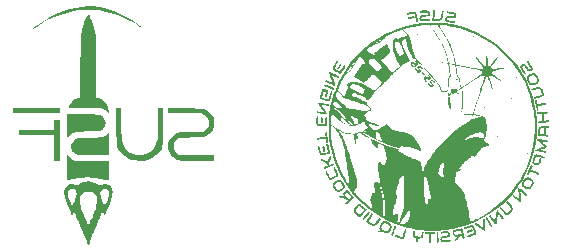
<source format=gbr>
%TF.GenerationSoftware,KiCad,Pcbnew,9.0.6*%
%TF.CreationDate,2026-01-04T20:51:54+00:00*%
%TF.ProjectId,COMET1_PWR_Board,434f4d45-5431-45f5-9057-525f426f6172,rev?*%
%TF.SameCoordinates,Original*%
%TF.FileFunction,Legend,Bot*%
%TF.FilePolarity,Positive*%
%FSLAX46Y46*%
G04 Gerber Fmt 4.6, Leading zero omitted, Abs format (unit mm)*
G04 Created by KiCad (PCBNEW 9.0.6) date 2026-01-04 20:51:54*
%MOMM*%
%LPD*%
G01*
G04 APERTURE LIST*
%ADD10C,0.000000*%
G04 APERTURE END LIST*
D10*
%TO.C,G\u002A\u002A\u002A*%
G36*
X131876650Y-93662462D02*
G01*
X131828030Y-93894106D01*
X131747155Y-94174409D01*
X131637145Y-94492739D01*
X131501120Y-94838462D01*
X131486566Y-94873472D01*
X131409104Y-95060220D01*
X131340970Y-95225128D01*
X131289076Y-95351431D01*
X131260337Y-95422361D01*
X131259243Y-95425127D01*
X131236510Y-95472034D01*
X131213794Y-95474301D01*
X131180503Y-95423004D01*
X131126046Y-95309220D01*
X131080619Y-95217442D01*
X131035514Y-95141250D01*
X131010928Y-95119123D01*
X131005430Y-95129242D01*
X130976809Y-95199222D01*
X130929800Y-95323591D01*
X130869433Y-95488887D01*
X130800738Y-95681648D01*
X130765001Y-95780964D01*
X130668686Y-96036396D01*
X130556374Y-96321903D01*
X130439255Y-96609315D01*
X130328520Y-96870462D01*
X130260060Y-97029457D01*
X130161651Y-97263321D01*
X130071742Y-97482840D01*
X129998087Y-97668992D01*
X129948441Y-97802756D01*
X129848871Y-98090282D01*
X129779123Y-97900449D01*
X129744711Y-97811029D01*
X129682091Y-97655691D01*
X129605674Y-97471168D01*
X129525019Y-97280769D01*
X129488344Y-97195121D01*
X129300797Y-96751802D01*
X129143778Y-96370341D01*
X129014401Y-96043476D01*
X128909780Y-95763946D01*
X128827029Y-95524489D01*
X128785487Y-95403592D01*
X128731151Y-95262002D01*
X128685915Y-95162579D01*
X128656664Y-95121606D01*
X128629809Y-95139058D01*
X128587505Y-95213624D01*
X128544012Y-95328638D01*
X128509354Y-95426528D01*
X128477083Y-95492078D01*
X128458822Y-95497060D01*
X128446733Y-95464597D01*
X128407075Y-95369384D01*
X128347988Y-95232929D01*
X128277052Y-95072923D01*
X128206419Y-94906530D01*
X128115873Y-94676582D01*
X128024741Y-94430757D01*
X127944857Y-94200146D01*
X127932430Y-94162447D01*
X127866488Y-93954873D01*
X127823546Y-93798646D01*
X127799825Y-93674821D01*
X127797437Y-93642984D01*
X128075531Y-93642984D01*
X128093050Y-93745815D01*
X128132018Y-93899267D01*
X128185822Y-94075314D01*
X128262597Y-94289091D01*
X128341215Y-94478539D01*
X128471538Y-94763385D01*
X128641776Y-94361308D01*
X128689489Y-94244333D01*
X128740408Y-94093733D01*
X129090824Y-94093733D01*
X129090945Y-94270996D01*
X129125570Y-94489207D01*
X129194738Y-94762936D01*
X129239412Y-94913606D01*
X129308226Y-95125448D01*
X129377088Y-95318252D01*
X129436236Y-95463692D01*
X129454928Y-95505365D01*
X129529505Y-95678068D01*
X129612612Y-95877838D01*
X129689495Y-96069385D01*
X129726320Y-96162851D01*
X129780324Y-96297898D01*
X129819271Y-96392656D01*
X129836539Y-96430846D01*
X129853715Y-96432299D01*
X129883360Y-96393154D01*
X129897846Y-96332401D01*
X129897847Y-96332293D01*
X129913011Y-96275941D01*
X129954046Y-96164503D01*
X130014708Y-96014058D01*
X130088754Y-95840683D01*
X130192548Y-95599209D01*
X130338328Y-95236242D01*
X130447414Y-94926550D01*
X130522383Y-94661697D01*
X130565814Y-94433249D01*
X130580286Y-94232769D01*
X130578020Y-94073818D01*
X130565611Y-93956707D01*
X130538070Y-93870897D01*
X130490478Y-93792269D01*
X130488902Y-93790070D01*
X130344929Y-93647914D01*
X130835692Y-93647914D01*
X130837514Y-93681596D01*
X130865056Y-93826804D01*
X130922648Y-94023095D01*
X130997869Y-94232769D01*
X131006337Y-94256372D01*
X131007808Y-94260176D01*
X131076660Y-94431450D01*
X131138675Y-94573461D01*
X131187105Y-94671528D01*
X131215203Y-94710965D01*
X131235554Y-94692847D01*
X131277711Y-94615258D01*
X131333041Y-94491110D01*
X131395739Y-94335921D01*
X131460003Y-94165209D01*
X131520030Y-93994491D01*
X131570016Y-93839285D01*
X131604159Y-93715109D01*
X131616655Y-93637480D01*
X131595690Y-93501198D01*
X131513241Y-93368703D01*
X131371854Y-93286143D01*
X131255888Y-93259462D01*
X131086105Y-93269395D01*
X130953232Y-93341662D01*
X130866639Y-93469942D01*
X130835692Y-93647914D01*
X130344929Y-93647914D01*
X130338521Y-93641587D01*
X130148784Y-93543692D01*
X129936331Y-93496199D01*
X129717804Y-93498927D01*
X129509845Y-93551691D01*
X129329094Y-93654307D01*
X129280294Y-93708591D01*
X129192194Y-93806592D01*
X129125169Y-93942849D01*
X129090824Y-94093733D01*
X128740408Y-94093733D01*
X128789377Y-93948900D01*
X128835971Y-93708591D01*
X128829447Y-93522062D01*
X128769982Y-93387969D01*
X128666357Y-93300376D01*
X128507815Y-93257072D01*
X128316673Y-93279973D01*
X128271787Y-93294234D01*
X128176818Y-93353848D01*
X128112682Y-93462350D01*
X128100555Y-93492314D01*
X128078390Y-93566557D01*
X128075531Y-93642984D01*
X127797437Y-93642984D01*
X127791546Y-93564452D01*
X127794929Y-93448594D01*
X127800526Y-93375182D01*
X127820535Y-93249584D01*
X127858981Y-93159656D01*
X127926270Y-93075865D01*
X128073588Y-92956388D01*
X128286391Y-92866981D01*
X128519508Y-92842546D01*
X128755085Y-92887148D01*
X128773069Y-92893113D01*
X128854699Y-92906750D01*
X128941539Y-92888444D01*
X129063762Y-92832891D01*
X129172006Y-92781986D01*
X129410959Y-92692374D01*
X129642697Y-92632735D01*
X129839231Y-92611077D01*
X129924166Y-92615857D01*
X130142146Y-92656545D01*
X130382976Y-92732286D01*
X130619282Y-92835213D01*
X130667497Y-92859092D01*
X130773076Y-92902007D01*
X130852256Y-92910434D01*
X130934672Y-92889471D01*
X131124497Y-92850269D01*
X131352574Y-92860695D01*
X131563467Y-92926041D01*
X131630610Y-92965262D01*
X131769693Y-93105460D01*
X131859056Y-93292877D01*
X131890284Y-93512414D01*
X131878920Y-93637480D01*
X131876650Y-93662462D01*
G37*
G36*
X138094231Y-86445009D02*
G01*
X139647538Y-86456462D01*
X139862462Y-86577748D01*
X139889891Y-86593832D01*
X140074509Y-86731976D01*
X140241799Y-86904446D01*
X140373468Y-87089835D01*
X140451221Y-87266735D01*
X140453860Y-87277166D01*
X140472741Y-87405460D01*
X140482033Y-87574147D01*
X140479749Y-87749599D01*
X140474511Y-87833353D01*
X140454620Y-87996789D01*
X140419266Y-88122225D01*
X140361578Y-88238061D01*
X140266562Y-88379080D01*
X140055318Y-88595228D01*
X139784308Y-88768898D01*
X139569385Y-88878906D01*
X138551511Y-88898607D01*
X138273193Y-88904330D01*
X138021304Y-88910781D01*
X137829074Y-88917955D01*
X137686659Y-88926676D01*
X137584215Y-88937769D01*
X137511900Y-88952059D01*
X137459869Y-88970369D01*
X137418280Y-88993525D01*
X137386840Y-89014568D01*
X137284133Y-89098361D01*
X137204905Y-89200113D01*
X137125792Y-89348154D01*
X137093287Y-89426927D01*
X137053146Y-89650173D01*
X137082032Y-89869479D01*
X137174348Y-90070698D01*
X137324501Y-90239683D01*
X137526894Y-90362289D01*
X137548299Y-90370322D01*
X137605722Y-90385150D01*
X137685485Y-90396994D01*
X137795559Y-90406164D01*
X137943919Y-90412970D01*
X138138537Y-90417723D01*
X138387386Y-90420733D01*
X138698439Y-90422312D01*
X139079668Y-90422769D01*
X140487692Y-90422769D01*
X140487692Y-90659768D01*
X140487692Y-90896766D01*
X139012538Y-90884460D01*
X138855031Y-90883133D01*
X138504519Y-90879921D01*
X138220537Y-90876543D01*
X137994736Y-90872490D01*
X137818768Y-90867252D01*
X137684287Y-90860318D01*
X137582944Y-90851179D01*
X137506391Y-90839324D01*
X137446282Y-90824242D01*
X137394267Y-90805425D01*
X137342000Y-90782361D01*
X137219602Y-90715173D01*
X137024875Y-90568358D01*
X136853486Y-90393914D01*
X136731454Y-90215978D01*
X136660817Y-90045869D01*
X136606537Y-89764331D01*
X136618100Y-89477419D01*
X136692499Y-89200646D01*
X136826725Y-88949526D01*
X137017769Y-88739572D01*
X137020520Y-88737253D01*
X137119264Y-88656975D01*
X137210581Y-88593322D01*
X137305167Y-88544129D01*
X137413719Y-88507230D01*
X137546936Y-88480460D01*
X137715514Y-88461654D01*
X137930152Y-88448645D01*
X138201545Y-88439270D01*
X138540391Y-88431362D01*
X139543398Y-88410308D01*
X139712699Y-88292554D01*
X139736800Y-88275187D01*
X139906230Y-88106199D01*
X140012242Y-87908929D01*
X140055747Y-87696832D01*
X140037658Y-87483363D01*
X139958887Y-87281975D01*
X139820348Y-87106124D01*
X139622951Y-86969264D01*
X139417270Y-86866769D01*
X137979097Y-86866769D01*
X136540923Y-86866769D01*
X136540923Y-86650163D01*
X136540923Y-86433557D01*
X138094231Y-86445009D01*
G37*
G36*
X129966277Y-78643641D02*
G01*
X130017207Y-78747510D01*
X130144807Y-79033521D01*
X130247016Y-79312657D01*
X130330148Y-79606174D01*
X130400512Y-79935331D01*
X130464421Y-80321385D01*
X130468226Y-80348059D01*
X130480320Y-80452411D01*
X130490592Y-80578513D01*
X130499172Y-80732634D01*
X130506191Y-80921040D01*
X130511780Y-81149997D01*
X130516069Y-81425772D01*
X130519190Y-81754631D01*
X130521273Y-82142842D01*
X130522448Y-82596670D01*
X130522847Y-83122383D01*
X130523077Y-85532613D01*
X130746061Y-85578904D01*
X130820391Y-85596252D01*
X130939555Y-85640012D01*
X131048203Y-85710894D01*
X131175935Y-85825905D01*
X131193619Y-85843208D01*
X131318608Y-85981656D01*
X131404598Y-86121226D01*
X131475760Y-86300154D01*
X131525208Y-86455293D01*
X131569148Y-86610989D01*
X131596121Y-86727632D01*
X131623549Y-86881572D01*
X131459767Y-86733604D01*
X131402231Y-86685582D01*
X131247819Y-86577513D01*
X131095146Y-86492123D01*
X131086689Y-86488189D01*
X131032615Y-86464043D01*
X130979567Y-86444677D01*
X130918747Y-86429561D01*
X130841358Y-86418164D01*
X130738601Y-86409958D01*
X130601679Y-86404412D01*
X130421794Y-86400996D01*
X130190149Y-86399179D01*
X129897945Y-86398434D01*
X129536385Y-86398228D01*
X129534411Y-86398227D01*
X129117187Y-86396991D01*
X128777386Y-86393543D01*
X128514311Y-86387862D01*
X128327263Y-86379927D01*
X128215546Y-86369718D01*
X128178462Y-86357212D01*
X128186613Y-86318887D01*
X128228226Y-86219971D01*
X128293551Y-86096174D01*
X128369499Y-85971589D01*
X128442980Y-85870308D01*
X128563319Y-85747100D01*
X128732296Y-85641543D01*
X128947290Y-85575813D01*
X129150023Y-85533726D01*
X129166536Y-82908017D01*
X129167026Y-82829830D01*
X129170351Y-82303584D01*
X129173617Y-81847856D01*
X129177347Y-81455933D01*
X129182065Y-81121104D01*
X129188294Y-80836657D01*
X129196556Y-80595882D01*
X129207375Y-80392066D01*
X129221273Y-80218497D01*
X129238773Y-80068464D01*
X129260399Y-79935256D01*
X129286674Y-79812161D01*
X129318120Y-79692467D01*
X129355260Y-79569462D01*
X129398617Y-79436435D01*
X129448715Y-79286674D01*
X129490017Y-79169076D01*
X129568435Y-78967255D01*
X129648569Y-78782477D01*
X129718306Y-78643641D01*
X129850370Y-78411744D01*
X129966277Y-78643641D01*
G37*
G36*
X132633231Y-87682051D02*
G01*
X132633471Y-87820659D01*
X132635724Y-88130166D01*
X132640099Y-88418738D01*
X132646285Y-88674931D01*
X132653972Y-88887303D01*
X132662849Y-89044409D01*
X132672607Y-89134807D01*
X132769102Y-89464894D01*
X132927296Y-89762286D01*
X133137034Y-90010319D01*
X133390378Y-90204215D01*
X133679388Y-90339200D01*
X133996125Y-90410498D01*
X134332651Y-90413334D01*
X134681025Y-90342931D01*
X134757980Y-90317409D01*
X134901155Y-90253943D01*
X135033788Y-90165220D01*
X135185313Y-90033157D01*
X135416999Y-89775458D01*
X135584489Y-89488479D01*
X135680642Y-89176743D01*
X135685478Y-89141656D01*
X135694849Y-89017007D01*
X135703200Y-88831079D01*
X135710227Y-88595224D01*
X135715624Y-88320790D01*
X135719086Y-88019128D01*
X135720308Y-87701589D01*
X135720308Y-86436923D01*
X135935231Y-86436923D01*
X136150154Y-86436923D01*
X136150154Y-87973369D01*
X136150140Y-88077849D01*
X136149528Y-88481523D01*
X136147288Y-88816901D01*
X136142447Y-89091981D01*
X136134028Y-89314760D01*
X136121056Y-89493235D01*
X136102556Y-89635405D01*
X136077550Y-89749266D01*
X136045065Y-89842816D01*
X136004124Y-89924053D01*
X135953752Y-90000973D01*
X135892973Y-90081576D01*
X135846187Y-90139136D01*
X135574399Y-90400443D01*
X135247268Y-90610804D01*
X134870627Y-90767046D01*
X134450308Y-90865999D01*
X134387876Y-90873736D01*
X134136390Y-90876009D01*
X133852420Y-90843878D01*
X133562372Y-90782561D01*
X133292651Y-90697274D01*
X133069664Y-90593234D01*
X132904035Y-90481734D01*
X132682076Y-90289149D01*
X132488172Y-90072736D01*
X132345566Y-89856154D01*
X132222923Y-89621692D01*
X132211506Y-88029308D01*
X132200089Y-86436923D01*
X132416660Y-86436923D01*
X132633231Y-86436923D01*
X132633231Y-87682051D01*
G37*
G36*
X130233165Y-77798823D02*
G01*
X130801160Y-77887750D01*
X131476569Y-78057612D01*
X132158195Y-78295304D01*
X132836938Y-78597156D01*
X133503699Y-78959497D01*
X134149378Y-79378657D01*
X134246386Y-79448560D01*
X134359683Y-79534728D01*
X134433796Y-79597009D01*
X134456089Y-79625245D01*
X134433408Y-79620181D01*
X134355679Y-79582710D01*
X134237237Y-79517123D01*
X134092710Y-79431232D01*
X133747733Y-79227449D01*
X133054871Y-78864783D01*
X132367783Y-78569881D01*
X131674950Y-78338081D01*
X130964856Y-78164718D01*
X130817007Y-78140381D01*
X130535569Y-78112145D01*
X130209994Y-78095630D01*
X129860448Y-78090677D01*
X129507099Y-78097124D01*
X129170113Y-78114813D01*
X128869657Y-78143582D01*
X128625896Y-78183273D01*
X128560323Y-78197698D01*
X127748423Y-78419206D01*
X126957184Y-78714713D01*
X126193088Y-79081489D01*
X125462615Y-79516799D01*
X125346345Y-79592148D01*
X125215349Y-79673688D01*
X125118784Y-79729821D01*
X125071846Y-79751421D01*
X125061608Y-79749864D01*
X125075985Y-79720411D01*
X125145207Y-79658757D01*
X125260418Y-79570842D01*
X125412764Y-79462607D01*
X125593391Y-79339991D01*
X125793442Y-79208934D01*
X126004064Y-79075375D01*
X126216402Y-78945255D01*
X126421602Y-78824512D01*
X126610807Y-78719088D01*
X127130423Y-78461661D01*
X127685821Y-78231415D01*
X128239601Y-78045599D01*
X128781493Y-77906824D01*
X129301230Y-77817697D01*
X129788543Y-77780827D01*
X130233165Y-77798823D01*
G37*
G36*
X129399615Y-86945781D02*
G01*
X129661518Y-86946104D01*
X130007130Y-86947801D01*
X130287892Y-86952188D01*
X130511879Y-86960660D01*
X130687170Y-86974614D01*
X130821841Y-86995446D01*
X130923970Y-87024554D01*
X131001634Y-87063335D01*
X131062909Y-87113184D01*
X131115874Y-87175499D01*
X131168605Y-87251676D01*
X131172713Y-87257943D01*
X131271643Y-87475496D01*
X131294996Y-87699373D01*
X131243396Y-87918934D01*
X131117466Y-88123537D01*
X131068195Y-88179169D01*
X131004722Y-88237211D01*
X130931567Y-88282414D01*
X130838947Y-88316676D01*
X130717082Y-88341890D01*
X130556190Y-88359954D01*
X130346490Y-88372763D01*
X130078200Y-88382211D01*
X129741538Y-88390196D01*
X129543111Y-88394435D01*
X129281420Y-88400667D01*
X129080465Y-88407174D01*
X128929523Y-88415076D01*
X128817870Y-88425494D01*
X128734784Y-88439547D01*
X128669542Y-88458356D01*
X128611419Y-88483042D01*
X128549692Y-88514725D01*
X128481468Y-88554378D01*
X128336991Y-88655676D01*
X128219642Y-88758511D01*
X128171526Y-88807831D01*
X128104494Y-88873175D01*
X128073104Y-88898769D01*
X128070454Y-88874088D01*
X128067473Y-88781154D01*
X128064933Y-88629000D01*
X128062961Y-88428088D01*
X128061685Y-88188883D01*
X128061231Y-87921846D01*
X128061231Y-86944923D01*
X129399615Y-86945781D01*
G37*
G36*
X131617231Y-89401792D02*
G01*
X131617231Y-90383692D01*
X130291159Y-90383692D01*
X129926073Y-90382632D01*
X129579510Y-90379079D01*
X129295147Y-90373136D01*
X129076966Y-90364921D01*
X128928951Y-90354547D01*
X128855082Y-90342129D01*
X128830025Y-90331466D01*
X128698801Y-90248043D01*
X128571364Y-90132072D01*
X128481603Y-90013381D01*
X128471775Y-89994488D01*
X128406545Y-89785362D01*
X128404793Y-89564695D01*
X128463878Y-89354657D01*
X128581161Y-89177417D01*
X128653611Y-89105286D01*
X128727627Y-89047064D01*
X128811180Y-89004109D01*
X128915704Y-88974121D01*
X129052632Y-88954801D01*
X129233399Y-88943848D01*
X129469438Y-88938963D01*
X129772183Y-88937846D01*
X129933440Y-88937492D01*
X130268110Y-88933011D01*
X130539844Y-88921555D01*
X130759306Y-88900829D01*
X130937163Y-88868539D01*
X131084080Y-88822392D01*
X131210724Y-88760092D01*
X131327760Y-88679347D01*
X131445853Y-88577863D01*
X131617231Y-88419892D01*
X131617231Y-89401792D01*
G37*
G36*
X128258506Y-90592894D02*
G01*
X128330958Y-90656931D01*
X128420131Y-90728949D01*
X128508871Y-90787100D01*
X128605910Y-90832865D01*
X128719979Y-90867723D01*
X128859810Y-90893157D01*
X129034135Y-90910646D01*
X129251685Y-90921671D01*
X129521192Y-90927713D01*
X129851388Y-90930252D01*
X130251004Y-90930769D01*
X131617231Y-90930769D01*
X131617231Y-91736082D01*
X131617231Y-92541396D01*
X131529308Y-92520524D01*
X131326995Y-92474805D01*
X130915729Y-92395169D01*
X130517293Y-92334793D01*
X130151767Y-92296500D01*
X129839231Y-92283108D01*
X129692277Y-92286453D01*
X129350979Y-92312534D01*
X128966639Y-92362120D01*
X128559337Y-92432390D01*
X128149154Y-92520524D01*
X128061231Y-92541396D01*
X128061231Y-91478461D01*
X128061231Y-90415527D01*
X128258506Y-90592894D01*
G37*
G36*
X127436000Y-89172308D02*
G01*
X127436000Y-90891692D01*
X127201538Y-90891692D01*
X126967077Y-90891692D01*
X126967077Y-89797538D01*
X126967077Y-88703385D01*
X125462615Y-88703385D01*
X123958154Y-88703385D01*
X123958154Y-88488462D01*
X123958154Y-88273538D01*
X125462615Y-88273538D01*
X126967077Y-88273538D01*
X126967077Y-87863231D01*
X126967077Y-87452923D01*
X127201538Y-87452923D01*
X127436000Y-87452923D01*
X127436000Y-89172308D01*
G37*
G36*
X127436000Y-86651846D02*
G01*
X127436000Y-86866769D01*
X125462615Y-86866769D01*
X123489231Y-86866769D01*
X123489231Y-86651846D01*
X123489231Y-86436923D01*
X125462615Y-86436923D01*
X127436000Y-86436923D01*
X127436000Y-86651846D01*
G37*
%TO.C,REF\u002A\u002A*%
G36*
X167811028Y-88026051D02*
G01*
X167811003Y-88035742D01*
X167783599Y-88712927D01*
X167706190Y-89380202D01*
X167579535Y-90035157D01*
X167404390Y-90675388D01*
X167181511Y-91298486D01*
X166911655Y-91902046D01*
X166595580Y-92483661D01*
X166234042Y-93040923D01*
X166185349Y-93109289D01*
X165763535Y-93652583D01*
X165308274Y-94156631D01*
X164821427Y-94620417D01*
X164304857Y-95042923D01*
X163760425Y-95423133D01*
X163189993Y-95760029D01*
X162595422Y-96052594D01*
X162174351Y-96221350D01*
X161978574Y-96299813D01*
X161341310Y-96500667D01*
X160685492Y-96654139D01*
X160012982Y-96759213D01*
X159325641Y-96814872D01*
X159321053Y-96815070D01*
X159165801Y-96818203D01*
X158974473Y-96816797D01*
X158762315Y-96811359D01*
X158544575Y-96802396D01*
X158336499Y-96790414D01*
X158153334Y-96775920D01*
X157689914Y-96719805D01*
X157040033Y-96598071D01*
X156889275Y-96557846D01*
X157879795Y-96557846D01*
X157892821Y-96570872D01*
X157904309Y-96559383D01*
X158010051Y-96559383D01*
X158014938Y-96564830D01*
X158050666Y-96570872D01*
X158069257Y-96567051D01*
X158074917Y-96544395D01*
X158063490Y-96534525D01*
X158029141Y-96535067D01*
X158011258Y-96557846D01*
X158010051Y-96559383D01*
X157904309Y-96559383D01*
X157905846Y-96557846D01*
X157892821Y-96544820D01*
X157879795Y-96557846D01*
X156889275Y-96557846D01*
X156407080Y-96429187D01*
X155793069Y-96215023D01*
X155683969Y-96167638D01*
X156238564Y-96167638D01*
X156252161Y-96181545D01*
X156297180Y-96203479D01*
X156400886Y-96236630D01*
X156476803Y-96241494D01*
X156540122Y-96215097D01*
X156607143Y-96154883D01*
X156642904Y-96120846D01*
X156715273Y-96067005D01*
X156776476Y-96038503D01*
X156825179Y-96018553D01*
X156902529Y-95947532D01*
X156970417Y-95835666D01*
X157024999Y-95689960D01*
X157062433Y-95517416D01*
X157067841Y-95480106D01*
X157084258Y-95344731D01*
X157094383Y-95222938D01*
X157097813Y-95124206D01*
X157094145Y-95058016D01*
X157082977Y-95033846D01*
X157070081Y-95036136D01*
X157014311Y-95067366D01*
X156939979Y-95128063D01*
X156856661Y-95209139D01*
X156773934Y-95301503D01*
X156701373Y-95396065D01*
X156678315Y-95429946D01*
X156618545Y-95521537D01*
X156549544Y-95630983D01*
X156476612Y-95749444D01*
X156405053Y-95868083D01*
X156340166Y-95978060D01*
X156287255Y-96070537D01*
X156251621Y-96136676D01*
X156238564Y-96167638D01*
X155683969Y-96167638D01*
X155200015Y-95957444D01*
X154629931Y-95658317D01*
X154084831Y-95319511D01*
X153566730Y-94942892D01*
X153077641Y-94530328D01*
X152619578Y-94083685D01*
X152194556Y-93604831D01*
X151804588Y-93095633D01*
X151451689Y-92557958D01*
X151137873Y-91993674D01*
X150865153Y-91404648D01*
X150635543Y-90792746D01*
X150451058Y-90159837D01*
X150313712Y-89507787D01*
X150287957Y-89352169D01*
X150248032Y-89076832D01*
X150219571Y-88818547D01*
X150201173Y-88560109D01*
X150191440Y-88284312D01*
X150188972Y-87973949D01*
X150192218Y-87807750D01*
X150368899Y-87807750D01*
X150385068Y-88327208D01*
X150411550Y-88790022D01*
X150491903Y-89444614D01*
X150622240Y-90085085D01*
X150802751Y-90712072D01*
X151033628Y-91326210D01*
X151315063Y-91928137D01*
X151647249Y-92518489D01*
X151684259Y-92578342D01*
X151755270Y-92689371D01*
X151816238Y-92779790D01*
X151861637Y-92841539D01*
X151885939Y-92866561D01*
X151894957Y-92857998D01*
X151902968Y-92809062D01*
X151905770Y-92726565D01*
X151903944Y-92621197D01*
X151898070Y-92503649D01*
X151888729Y-92384609D01*
X151876500Y-92274767D01*
X151861964Y-92184813D01*
X151845702Y-92125437D01*
X151841701Y-92113926D01*
X151826911Y-92045179D01*
X151811562Y-91940057D01*
X151797248Y-91810668D01*
X151785567Y-91669120D01*
X151774350Y-91529330D01*
X151758174Y-91369113D01*
X151739342Y-91212081D01*
X151719225Y-91067983D01*
X151699192Y-90946570D01*
X151680616Y-90857590D01*
X151664868Y-90810793D01*
X151664709Y-90810521D01*
X151655450Y-90776544D01*
X151640278Y-90702171D01*
X151621261Y-90598177D01*
X151600466Y-90475332D01*
X151591010Y-90418051D01*
X151523789Y-90050081D01*
X151450891Y-89723358D01*
X151369109Y-89428433D01*
X151275240Y-89155857D01*
X151166080Y-88896183D01*
X151038424Y-88639961D01*
X150889067Y-88377743D01*
X150850212Y-88313468D01*
X150837882Y-88293926D01*
X151004801Y-88293926D01*
X151089662Y-88400963D01*
X151118874Y-88438239D01*
X151173759Y-88510381D01*
X151212133Y-88563541D01*
X151232487Y-88593118D01*
X151280724Y-88661965D01*
X151336056Y-88739960D01*
X151354536Y-88767624D01*
X151423990Y-88910286D01*
X151483502Y-89101240D01*
X151545690Y-89322256D01*
X151617067Y-89523306D01*
X151706822Y-89729103D01*
X151717411Y-89752417D01*
X151763113Y-89864487D01*
X151819159Y-90015488D01*
X151882599Y-90196665D01*
X151950483Y-90399261D01*
X152019859Y-90614519D01*
X152087776Y-90833684D01*
X152151285Y-91048000D01*
X152173960Y-91126034D01*
X152232641Y-91324582D01*
X152295944Y-91534988D01*
X152357621Y-91736581D01*
X152411425Y-91908692D01*
X152414205Y-91917456D01*
X152496701Y-92193727D01*
X152556079Y-92430026D01*
X152593445Y-92632319D01*
X152602350Y-92726565D01*
X152609910Y-92806569D01*
X152606580Y-92958740D01*
X152596183Y-93049833D01*
X152573422Y-93156689D01*
X152543051Y-93213540D01*
X152504677Y-93221393D01*
X152478255Y-93221072D01*
X152431223Y-93254202D01*
X152387784Y-93318540D01*
X152357735Y-93402043D01*
X152353314Y-93423338D01*
X152350507Y-93468494D01*
X152364700Y-93511510D01*
X152402032Y-93565837D01*
X152468646Y-93644922D01*
X152479726Y-93657629D01*
X152591711Y-93781350D01*
X152720331Y-93916437D01*
X152860761Y-94058467D01*
X153008177Y-94203023D01*
X153157756Y-94345683D01*
X153304675Y-94482028D01*
X153444109Y-94607639D01*
X153571236Y-94718095D01*
X153681231Y-94808977D01*
X153769271Y-94875865D01*
X153830533Y-94914339D01*
X153860192Y-94919979D01*
X153861832Y-94917465D01*
X153864566Y-94875991D01*
X153856630Y-94797634D01*
X153840073Y-94694012D01*
X153816948Y-94576743D01*
X153789303Y-94457444D01*
X153759190Y-94347732D01*
X153705138Y-94169619D01*
X153773204Y-93996040D01*
X153806178Y-93903408D01*
X153844088Y-93776653D01*
X153870057Y-93666154D01*
X153872695Y-93651949D01*
X153896293Y-93540480D01*
X153918474Y-93476316D01*
X153942136Y-93460083D01*
X153970177Y-93492407D01*
X154005497Y-93573915D01*
X154050995Y-93705231D01*
X154115385Y-93900615D01*
X154123287Y-93732166D01*
X154124048Y-93701322D01*
X154120299Y-93584457D01*
X154108950Y-93447948D01*
X154091783Y-93315345D01*
X154087374Y-93287544D01*
X154059388Y-93107311D01*
X154040883Y-92970783D01*
X154032891Y-92871140D01*
X154036442Y-92801564D01*
X154052568Y-92755237D01*
X154082300Y-92725340D01*
X154126668Y-92705055D01*
X154186703Y-92687564D01*
X154243792Y-92674808D01*
X154331291Y-92673844D01*
X154396209Y-92708430D01*
X154446165Y-92784083D01*
X154488777Y-92906320D01*
X154517253Y-93007347D01*
X154557231Y-93148889D01*
X154593040Y-93275384D01*
X154635177Y-93434592D01*
X154710967Y-93801264D01*
X154764139Y-94195956D01*
X154795472Y-94625325D01*
X154805744Y-95096028D01*
X154805913Y-95219976D01*
X154807101Y-95352272D01*
X154810114Y-95445534D01*
X154815745Y-95507355D01*
X154824785Y-95545324D01*
X154838028Y-95567035D01*
X154856265Y-95580077D01*
X154890064Y-95592109D01*
X154920082Y-95585603D01*
X154931358Y-95557436D01*
X154948602Y-95477025D01*
X154964018Y-95362566D01*
X154967837Y-95320410D01*
X155588080Y-95320410D01*
X155589206Y-95347549D01*
X155612750Y-95423593D01*
X155664173Y-95457430D01*
X155739998Y-95448025D01*
X155836747Y-95394346D01*
X155903447Y-95347946D01*
X155943847Y-95328904D01*
X155973161Y-95334501D01*
X156006970Y-95361751D01*
X156025345Y-95379714D01*
X156044426Y-95410025D01*
X156052775Y-95453831D01*
X156052152Y-95523907D01*
X156044316Y-95633025D01*
X156041702Y-95665533D01*
X156033667Y-95772461D01*
X156027870Y-95860406D01*
X156025423Y-95912904D01*
X156020431Y-95947328D01*
X156005146Y-95959311D01*
X155984498Y-95967632D01*
X155957294Y-96009555D01*
X155943420Y-96048938D01*
X155956079Y-96076575D01*
X156009474Y-96099917D01*
X156012274Y-96100889D01*
X156074245Y-96120069D01*
X156112840Y-96128000D01*
X156127820Y-96120815D01*
X156147046Y-96091133D01*
X156170030Y-96033147D01*
X156198683Y-95941224D01*
X156234914Y-95809728D01*
X156280633Y-95633025D01*
X156290210Y-95595672D01*
X156324312Y-95468089D01*
X156355369Y-95359667D01*
X156380285Y-95280894D01*
X156395966Y-95242256D01*
X156397313Y-95240226D01*
X156437797Y-95171760D01*
X156472061Y-95095497D01*
X156500706Y-95006515D01*
X156524329Y-94899892D01*
X156543532Y-94770706D01*
X156558912Y-94614034D01*
X156571070Y-94424955D01*
X156580604Y-94198546D01*
X156588114Y-93929886D01*
X156594198Y-93614051D01*
X156597589Y-93367757D01*
X156599227Y-93082379D01*
X156597253Y-92842564D01*
X156591317Y-92644627D01*
X156581066Y-92484879D01*
X156566149Y-92359636D01*
X156546215Y-92265210D01*
X156523374Y-92204456D01*
X158281657Y-92204456D01*
X158285498Y-93082379D01*
X158285937Y-93182792D01*
X158285956Y-93187097D01*
X158287643Y-93413273D01*
X158290520Y-93627542D01*
X158294400Y-93823205D01*
X158299101Y-93993563D01*
X158304437Y-94131916D01*
X158310225Y-94231565D01*
X158316279Y-94285810D01*
X158322253Y-94311694D01*
X158362597Y-94418601D01*
X158417641Y-94488058D01*
X158482096Y-94512820D01*
X158520411Y-94501750D01*
X158557682Y-94453496D01*
X158584117Y-94362743D01*
X158601611Y-94224929D01*
X158608915Y-94150276D01*
X158620692Y-94084205D01*
X158637607Y-94052231D01*
X158663218Y-94043897D01*
X158676656Y-94046939D01*
X158708479Y-94077544D01*
X158746177Y-94146105D01*
X158793507Y-94258820D01*
X158877364Y-94473743D01*
X158904554Y-95124206D01*
X158916022Y-95398564D01*
X158922507Y-95559786D01*
X158932369Y-95844328D01*
X158938093Y-96078273D01*
X158939676Y-96261287D01*
X158937112Y-96393034D01*
X158930398Y-96473179D01*
X158920892Y-96544395D01*
X158919787Y-96552673D01*
X158920434Y-96606547D01*
X158935690Y-96622974D01*
X158938444Y-96622943D01*
X158962283Y-96617489D01*
X158979037Y-96597443D01*
X158989882Y-96555305D01*
X158995995Y-96483577D01*
X158998555Y-96374758D01*
X158998737Y-96221350D01*
X158996853Y-95959005D01*
X158989632Y-95586131D01*
X158976160Y-95246167D01*
X158955268Y-94927540D01*
X158925787Y-94618674D01*
X158886547Y-94307994D01*
X158836381Y-93983927D01*
X158774119Y-93634899D01*
X158698592Y-93249333D01*
X158690003Y-93206928D01*
X158642392Y-92973052D01*
X158603041Y-92784147D01*
X158570281Y-92634943D01*
X158542447Y-92520170D01*
X158517871Y-92434555D01*
X158494887Y-92372828D01*
X158471827Y-92329718D01*
X158447024Y-92299955D01*
X158418813Y-92278267D01*
X158385525Y-92259382D01*
X158281657Y-92204456D01*
X156523374Y-92204456D01*
X156520914Y-92197914D01*
X156489892Y-92154063D01*
X156452801Y-92129970D01*
X156421059Y-92124206D01*
X156356538Y-92149983D01*
X156292821Y-92223163D01*
X156231716Y-92340627D01*
X156175031Y-92499258D01*
X156124576Y-92695935D01*
X156106569Y-92774630D01*
X156077724Y-92878251D01*
X156051268Y-92939470D01*
X156024971Y-92964295D01*
X156001634Y-92978376D01*
X155996834Y-93020479D01*
X156002018Y-93043273D01*
X155985480Y-93045514D01*
X155970879Y-93052261D01*
X155954052Y-93104974D01*
X155939910Y-93204061D01*
X155929514Y-93293208D01*
X155914472Y-93399224D01*
X155900232Y-93478928D01*
X155891686Y-93563903D01*
X155915162Y-93648262D01*
X155940267Y-93733965D01*
X155950234Y-93867662D01*
X155944171Y-94044431D01*
X155922039Y-94260966D01*
X155920416Y-94273407D01*
X155896871Y-94410485D01*
X155866637Y-94504301D01*
X155826035Y-94563001D01*
X155771388Y-94594734D01*
X155770079Y-94595352D01*
X155751332Y-94627963D01*
X155727696Y-94699147D01*
X155701733Y-94796976D01*
X155676006Y-94909522D01*
X155653077Y-95024857D01*
X155635508Y-95131051D01*
X155625861Y-95216178D01*
X155626700Y-95268308D01*
X155630195Y-95285263D01*
X155631351Y-95312220D01*
X155614524Y-95294359D01*
X155606247Y-95283017D01*
X155591771Y-95278331D01*
X155588080Y-95320410D01*
X154967837Y-95320410D01*
X154976466Y-95225141D01*
X154984809Y-95075830D01*
X154987906Y-94925717D01*
X154987638Y-94879968D01*
X154980503Y-94700276D01*
X154962647Y-94513062D01*
X154932701Y-94310020D01*
X154889296Y-94082846D01*
X154831061Y-93823231D01*
X154756628Y-93522872D01*
X154688666Y-93246740D01*
X154624052Y-92962312D01*
X154564432Y-92678200D01*
X154510845Y-92400661D01*
X154464332Y-92135951D01*
X154430685Y-91920718D01*
X158192410Y-91920718D01*
X158205436Y-91933743D01*
X158218462Y-91920718D01*
X158216905Y-91919161D01*
X159479150Y-91919161D01*
X159479592Y-91920718D01*
X159512883Y-92037949D01*
X159514879Y-92041700D01*
X159574721Y-92117665D01*
X159651282Y-92174677D01*
X159674089Y-92184853D01*
X159755649Y-92208549D01*
X159840281Y-92219432D01*
X159910525Y-92216167D01*
X159948916Y-92197420D01*
X159950635Y-92192420D01*
X159943782Y-92149152D01*
X159917890Y-92086703D01*
X159911914Y-92074412D01*
X159892952Y-92018862D01*
X159881386Y-91945391D01*
X159875974Y-91842648D01*
X159875472Y-91699282D01*
X159876775Y-91637551D01*
X159910034Y-91310951D01*
X159989231Y-90992253D01*
X160116723Y-90671407D01*
X160143143Y-90614300D01*
X160181011Y-90529181D01*
X160205027Y-90470614D01*
X160210866Y-90448820D01*
X160201843Y-90456951D01*
X160166600Y-90498285D01*
X160111933Y-90566695D01*
X160045063Y-90653274D01*
X160002422Y-90710133D01*
X159836827Y-90949889D01*
X159700450Y-91179899D01*
X159594893Y-91395999D01*
X159521756Y-91594020D01*
X159482641Y-91769796D01*
X159479150Y-91919161D01*
X158216905Y-91919161D01*
X158205436Y-91907692D01*
X158192410Y-91920718D01*
X154430685Y-91920718D01*
X154425934Y-91890329D01*
X154396692Y-91670050D01*
X154377646Y-91481373D01*
X154369835Y-91330553D01*
X154374302Y-91223848D01*
X154395646Y-91114873D01*
X154433118Y-91016639D01*
X154479326Y-90957585D01*
X154529934Y-90940762D01*
X154580605Y-90969222D01*
X154627003Y-91046017D01*
X154644670Y-91083080D01*
X154697962Y-91148378D01*
X154783311Y-91197265D01*
X154839173Y-91221009D01*
X154883779Y-91233633D01*
X154910889Y-91224455D01*
X154937696Y-91193000D01*
X154946058Y-91179409D01*
X154973565Y-91114859D01*
X155004982Y-91020532D01*
X155035026Y-90911703D01*
X155091584Y-90684227D01*
X155039267Y-90377652D01*
X155036813Y-90363387D01*
X155008271Y-90210119D01*
X154975797Y-90054113D01*
X154941973Y-89906181D01*
X154909378Y-89777137D01*
X154880593Y-89677791D01*
X154858199Y-89618958D01*
X154843248Y-89605597D01*
X154789988Y-89574421D01*
X154710446Y-89534515D01*
X154616760Y-89491238D01*
X154521065Y-89449949D01*
X154435500Y-89416008D01*
X154372200Y-89394773D01*
X154343303Y-89391603D01*
X154341531Y-89408562D01*
X154348259Y-89464531D01*
X154363745Y-89543775D01*
X154377631Y-89626333D01*
X154373170Y-89722306D01*
X154336329Y-89778945D01*
X154266616Y-89797538D01*
X154234547Y-89792649D01*
X154159047Y-89748551D01*
X154073805Y-89657607D01*
X153977790Y-89518599D01*
X153869969Y-89330312D01*
X153724616Y-89058471D01*
X153400283Y-88852944D01*
X153363187Y-88829338D01*
X153239614Y-88749366D01*
X153126722Y-88674423D01*
X153035698Y-88612007D01*
X152977725Y-88569620D01*
X152879498Y-88491823D01*
X152736949Y-88536758D01*
X152733750Y-88537767D01*
X152655117Y-88564319D01*
X152615395Y-88586859D01*
X152603900Y-88615931D01*
X152609946Y-88662077D01*
X152612140Y-88672800D01*
X152633506Y-88756512D01*
X152661045Y-88844859D01*
X152673050Y-88882293D01*
X152681116Y-88944582D01*
X152655806Y-88978034D01*
X152591736Y-88994255D01*
X152569672Y-89000406D01*
X152533097Y-89034833D01*
X152508495Y-89103241D01*
X152494233Y-89211511D01*
X152488681Y-89365521D01*
X152486540Y-89434519D01*
X152481215Y-89490222D01*
X152474107Y-89506585D01*
X152469685Y-89495286D01*
X152455410Y-89440659D01*
X152434387Y-89349215D01*
X152408659Y-89229968D01*
X152380264Y-89091935D01*
X152363718Y-89011494D01*
X152335051Y-88880317D01*
X152309186Y-88771738D01*
X152288445Y-88695285D01*
X152275149Y-88660484D01*
X152253532Y-88646212D01*
X152201159Y-88643591D01*
X152196557Y-88644646D01*
X152128162Y-88647517D01*
X152024405Y-88639015D01*
X151898753Y-88621309D01*
X151764673Y-88596569D01*
X151635631Y-88566965D01*
X151525094Y-88534667D01*
X151422894Y-88496448D01*
X151288623Y-88439220D01*
X151171864Y-88382637D01*
X151004801Y-88293926D01*
X150837882Y-88293926D01*
X150786321Y-88212207D01*
X150731370Y-88136007D01*
X150674068Y-88071432D01*
X150603122Y-88005046D01*
X150507240Y-87923413D01*
X150368899Y-87807750D01*
X150192218Y-87807750D01*
X150195710Y-87628967D01*
X150198054Y-87596851D01*
X150377026Y-87596851D01*
X150377026Y-87735258D01*
X150574585Y-87894186D01*
X150833831Y-88090049D01*
X151127668Y-88277653D01*
X151410465Y-88418242D01*
X151685660Y-88512958D01*
X151956690Y-88562939D01*
X152226991Y-88569329D01*
X152500001Y-88533266D01*
X152501027Y-88533054D01*
X152610851Y-88507603D01*
X152713674Y-88479206D01*
X152787361Y-88453971D01*
X152881738Y-88414538D01*
X153211997Y-88634797D01*
X153403059Y-88759656D01*
X153788025Y-88993626D01*
X154162885Y-89195650D01*
X154541278Y-89372825D01*
X154936843Y-89532245D01*
X154967778Y-89543757D01*
X155107321Y-89593853D01*
X155247204Y-89640512D01*
X155397517Y-89686743D01*
X155568350Y-89735556D01*
X155769794Y-89789962D01*
X156011939Y-89852971D01*
X156068720Y-89870774D01*
X156097095Y-89894472D01*
X156094241Y-89931076D01*
X156087072Y-89963762D01*
X156101463Y-90046931D01*
X156163903Y-90117482D01*
X156271864Y-90171990D01*
X156353039Y-90201918D01*
X156473089Y-90251376D01*
X156583583Y-90302382D01*
X156674693Y-90350024D01*
X156736595Y-90389396D01*
X156759461Y-90415587D01*
X156760025Y-90422029D01*
X156767604Y-90437865D01*
X156788102Y-90455756D01*
X156826645Y-90478012D01*
X156888360Y-90506944D01*
X156978375Y-90544865D01*
X157101816Y-90594084D01*
X157263811Y-90656914D01*
X157335144Y-90684227D01*
X157469487Y-90735666D01*
X158036103Y-90951912D01*
X158036103Y-91141535D01*
X158039901Y-91242041D01*
X158053603Y-91383666D01*
X158073855Y-91508707D01*
X158095283Y-91601551D01*
X158123582Y-91708869D01*
X158148892Y-91790461D01*
X158186175Y-91894666D01*
X158204258Y-91790461D01*
X158225126Y-91689022D01*
X158283150Y-91493951D01*
X158368121Y-91287281D01*
X158482478Y-91064453D01*
X158628660Y-90820909D01*
X158809103Y-90552089D01*
X159026246Y-90253436D01*
X159214100Y-90010185D01*
X159691671Y-89450632D01*
X159969385Y-89168263D01*
X161553026Y-89168263D01*
X161564611Y-89164516D01*
X161616332Y-89145515D01*
X161698711Y-89114256D01*
X161800513Y-89074975D01*
X161913608Y-89033234D01*
X162219468Y-88945196D01*
X162516217Y-88899084D01*
X162816513Y-88892628D01*
X162902136Y-88897556D01*
X163030376Y-88909849D01*
X163139378Y-88925961D01*
X163212712Y-88943768D01*
X163322346Y-88983108D01*
X163338724Y-88873891D01*
X163341161Y-88773461D01*
X163305945Y-88652319D01*
X163232613Y-88555853D01*
X163127983Y-88492178D01*
X162998872Y-88469405D01*
X162841513Y-88486394D01*
X162652711Y-88535273D01*
X162445200Y-88611668D01*
X162228485Y-88711205D01*
X162012069Y-88829509D01*
X161805457Y-88962205D01*
X161618154Y-89104919D01*
X161600893Y-89119613D01*
X161562184Y-89155111D01*
X161553026Y-89168263D01*
X159969385Y-89168263D01*
X160203028Y-88930704D01*
X160748570Y-88450040D01*
X161328693Y-88008279D01*
X161943795Y-87605060D01*
X162217334Y-87439020D01*
X162237205Y-87378432D01*
X162285805Y-87378432D01*
X162293444Y-87397302D01*
X162334075Y-87388239D01*
X162412718Y-87350523D01*
X162416942Y-87348325D01*
X162512112Y-87305740D01*
X162637268Y-87258256D01*
X162773033Y-87212435D01*
X162900027Y-87174839D01*
X162998872Y-87152031D01*
X163028307Y-87146957D01*
X163074035Y-87136435D01*
X163075491Y-87125887D01*
X163037949Y-87109584D01*
X163002511Y-87097595D01*
X162902622Y-87070500D01*
X162779404Y-87042543D01*
X162651696Y-87017838D01*
X162538334Y-87000498D01*
X162416464Y-86985510D01*
X162414877Y-86990317D01*
X162358676Y-87160601D01*
X162357864Y-87163062D01*
X162327434Y-87254726D01*
X162302679Y-87328371D01*
X162288888Y-87368256D01*
X162285805Y-87378432D01*
X162237205Y-87378432D01*
X162289071Y-87220290D01*
X162303620Y-87174948D01*
X162330661Y-87083864D01*
X162347015Y-87018372D01*
X162349565Y-86990317D01*
X162349314Y-86990121D01*
X162318503Y-86988245D01*
X162246711Y-86990966D01*
X162144348Y-86997724D01*
X162021820Y-87007957D01*
X161705317Y-87036839D01*
X161544505Y-86891660D01*
X161521847Y-86870970D01*
X161436503Y-86784250D01*
X161384553Y-86707590D01*
X161357712Y-86625442D01*
X161352946Y-86576338D01*
X161422769Y-86576338D01*
X161422783Y-86581406D01*
X161427530Y-86641887D01*
X161446506Y-86692271D01*
X161488014Y-86747389D01*
X161560358Y-86822069D01*
X161595954Y-86857061D01*
X161643371Y-86899712D01*
X161688809Y-86929184D01*
X161741258Y-86947046D01*
X161809708Y-86954863D01*
X161903151Y-86954202D01*
X162030578Y-86946631D01*
X162200979Y-86933717D01*
X162393035Y-86918872D01*
X162755255Y-85759590D01*
X162802175Y-85609218D01*
X162881927Y-85352743D01*
X162960241Y-85099872D01*
X163034754Y-84858289D01*
X163103102Y-84635679D01*
X163162924Y-84439725D01*
X163211857Y-84278111D01*
X163247538Y-84158521D01*
X163377602Y-83716734D01*
X163318493Y-83658326D01*
X163259385Y-83599918D01*
X162516923Y-84048900D01*
X162514517Y-84050355D01*
X162269678Y-84198219D01*
X162065593Y-84321487D01*
X161898727Y-84422933D01*
X161765548Y-84505334D01*
X161662523Y-84571464D01*
X161586118Y-84624099D01*
X161532800Y-84666013D01*
X161499037Y-84699983D01*
X161481295Y-84728783D01*
X161476040Y-84755189D01*
X161479741Y-84781976D01*
X161488863Y-84811920D01*
X161499874Y-84847795D01*
X161508149Y-84894181D01*
X161518194Y-84988156D01*
X161528044Y-85115754D01*
X161537382Y-85268414D01*
X161545893Y-85437575D01*
X161553261Y-85614674D01*
X161559171Y-85791149D01*
X161563306Y-85958440D01*
X161565353Y-86107983D01*
X161564993Y-86231217D01*
X161561913Y-86319580D01*
X161555795Y-86364510D01*
X161525398Y-86413538D01*
X161476364Y-86449475D01*
X161448939Y-86463445D01*
X161428223Y-86501938D01*
X161422769Y-86576338D01*
X161352946Y-86576338D01*
X161347698Y-86522259D01*
X161348540Y-86484861D01*
X161369120Y-86435211D01*
X161426402Y-86395968D01*
X161508188Y-86353674D01*
X161488923Y-85711453D01*
X161483252Y-85523352D01*
X161478020Y-85356687D01*
X161473504Y-85228272D01*
X161469261Y-85130819D01*
X161464847Y-85057040D01*
X161459817Y-84999645D01*
X161453726Y-84951347D01*
X161446131Y-84904856D01*
X161436588Y-84852885D01*
X161431669Y-84827061D01*
X161418712Y-84779468D01*
X161398030Y-84758756D01*
X161360587Y-84765236D01*
X161297350Y-84799217D01*
X161199284Y-84861007D01*
X161160903Y-84885681D01*
X161099861Y-84928597D01*
X161070357Y-84962626D01*
X161065441Y-84991077D01*
X161063714Y-85001072D01*
X161065123Y-85011570D01*
X161071251Y-85057235D01*
X161072339Y-85063672D01*
X161088682Y-85160410D01*
X160958307Y-85160410D01*
X160911837Y-85158626D01*
X160847773Y-85148590D01*
X160818681Y-85132659D01*
X160809297Y-85130061D01*
X160764837Y-85146191D01*
X160693029Y-85184197D01*
X160603707Y-85239206D01*
X160584535Y-85251705D01*
X160470959Y-85323863D01*
X160392790Y-85366754D01*
X160343446Y-85380629D01*
X160316347Y-85365737D01*
X160304913Y-85322328D01*
X160302564Y-85250652D01*
X160302564Y-85248611D01*
X160303648Y-85168854D01*
X160310810Y-85130772D01*
X160329927Y-85124139D01*
X160366876Y-85138727D01*
X160407559Y-85164220D01*
X160418894Y-85187920D01*
X160414947Y-85202587D01*
X160422434Y-85249073D01*
X160434430Y-85271156D01*
X160458477Y-85272539D01*
X160507185Y-85242638D01*
X160568586Y-85203840D01*
X160628205Y-85172434D01*
X160654536Y-85158818D01*
X160648494Y-85148568D01*
X160595641Y-85140492D01*
X160510975Y-85131058D01*
X160510975Y-85096819D01*
X160849641Y-85096819D01*
X160849895Y-85100461D01*
X160864975Y-85106198D01*
X160891206Y-85078231D01*
X160897544Y-85063672D01*
X160879718Y-85066743D01*
X160868145Y-85074785D01*
X160849641Y-85096819D01*
X160510975Y-85096819D01*
X160510975Y-85044717D01*
X160927795Y-85044717D01*
X160928049Y-85048359D01*
X160943129Y-85054096D01*
X160969360Y-85026129D01*
X160975698Y-85011570D01*
X160957871Y-85014640D01*
X160946299Y-85022682D01*
X160927795Y-85044717D01*
X160510975Y-85044717D01*
X160510975Y-84991077D01*
X161005949Y-84991077D01*
X161018975Y-85004102D01*
X161032000Y-84991077D01*
X161018975Y-84978051D01*
X161005949Y-84991077D01*
X160510975Y-84991077D01*
X160510975Y-84963375D01*
X160510975Y-84795692D01*
X160725898Y-84795336D01*
X160751676Y-84795185D01*
X160858074Y-84792351D01*
X160946318Y-84786714D01*
X160999436Y-84779272D01*
X161010422Y-84776559D01*
X161048517Y-84779166D01*
X161058051Y-84818705D01*
X161061578Y-84851840D01*
X161075506Y-84873846D01*
X161078930Y-84873469D01*
X161119638Y-84855378D01*
X161183230Y-84816962D01*
X161256208Y-84767672D01*
X161325076Y-84716960D01*
X161376336Y-84674277D01*
X161396490Y-84649075D01*
X161382113Y-84620004D01*
X161338882Y-84581286D01*
X161332785Y-84577090D01*
X161309118Y-84554496D01*
X161292689Y-84520172D01*
X161281260Y-84464031D01*
X161272593Y-84375987D01*
X161264447Y-84245955D01*
X161258279Y-84149051D01*
X161244090Y-84006054D01*
X161224043Y-83902789D01*
X161195521Y-83831255D01*
X161155903Y-83783450D01*
X161102571Y-83751370D01*
X161041942Y-83711538D01*
X161014308Y-83662461D01*
X161012746Y-83646684D01*
X161005785Y-83581478D01*
X160994669Y-83480121D01*
X160980545Y-83353031D01*
X160964561Y-83210624D01*
X160963708Y-83203065D01*
X160945963Y-83051574D01*
X160931238Y-82943662D01*
X160917657Y-82871385D01*
X160903420Y-82827033D01*
X160988633Y-82827033D01*
X160992112Y-82842064D01*
X161001860Y-82903496D01*
X161015211Y-83001479D01*
X161030873Y-83126343D01*
X161047555Y-83268418D01*
X161057421Y-83354475D01*
X161073344Y-83485150D01*
X161086924Y-83576354D01*
X161100212Y-83636215D01*
X161115264Y-83672860D01*
X161134131Y-83694417D01*
X161158868Y-83709013D01*
X161168066Y-83713809D01*
X161244889Y-83783994D01*
X161296572Y-83889167D01*
X161316660Y-84016736D01*
X161319816Y-84102377D01*
X161326495Y-84216838D01*
X161335198Y-84333326D01*
X161337753Y-84362716D01*
X161348164Y-84453967D01*
X161362148Y-84509339D01*
X161384462Y-84541813D01*
X161419865Y-84564370D01*
X161470490Y-84589628D01*
X161500923Y-84604337D01*
X161507233Y-84602774D01*
X161551852Y-84577963D01*
X161637215Y-84524113D01*
X161762113Y-84442035D01*
X161925333Y-84332538D01*
X162125667Y-84196430D01*
X162361903Y-84034522D01*
X162632832Y-83847622D01*
X162712039Y-83792833D01*
X162847088Y-83699417D01*
X162964681Y-83618077D01*
X163058470Y-83553203D01*
X163122105Y-83509187D01*
X163149239Y-83490420D01*
X163151777Y-83487970D01*
X163160516Y-83448565D01*
X163155049Y-83384364D01*
X163138105Y-83294042D01*
X162547463Y-83146033D01*
X162404496Y-83110554D01*
X162154320Y-83050134D01*
X161916122Y-82994644D01*
X161694718Y-82945069D01*
X161494923Y-82902395D01*
X161321553Y-82867608D01*
X161179424Y-82841693D01*
X161073350Y-82825635D01*
X161008148Y-82820420D01*
X160988633Y-82827033D01*
X160903420Y-82827033D01*
X160903344Y-82826796D01*
X160886424Y-82801949D01*
X160865022Y-82788900D01*
X160832261Y-82778106D01*
X160759981Y-82759019D01*
X160669029Y-82737781D01*
X160573256Y-82717317D01*
X160486516Y-82700551D01*
X160422661Y-82690407D01*
X160395542Y-82689807D01*
X160395444Y-82689968D01*
X160396562Y-82719235D01*
X160404272Y-82789372D01*
X160417332Y-82890109D01*
X160434497Y-83011179D01*
X160449612Y-83118331D01*
X160469761Y-83273734D01*
X160486956Y-83420118D01*
X160498606Y-83536262D01*
X160504171Y-83604981D01*
X160504287Y-83606411D01*
X160508060Y-83686079D01*
X160503445Y-83733269D01*
X160488617Y-83759966D01*
X160461749Y-83778153D01*
X160427741Y-83806705D01*
X160406769Y-83855573D01*
X160400876Y-83885576D01*
X160367165Y-83936438D01*
X160352661Y-83953825D01*
X160341556Y-83988745D01*
X160336956Y-84047617D01*
X160338245Y-84139756D01*
X160344806Y-84274475D01*
X160350422Y-84395220D01*
X160351393Y-84504214D01*
X160345417Y-84570206D01*
X160332308Y-84598025D01*
X160322572Y-84611074D01*
X160308212Y-84665695D01*
X160302564Y-84743431D01*
X160301044Y-84832582D01*
X160290438Y-84908247D01*
X160262171Y-84957943D01*
X160207689Y-84989358D01*
X160118436Y-85010184D01*
X159985857Y-85028110D01*
X159902820Y-85039286D01*
X159803135Y-85056130D01*
X159732073Y-85072394D01*
X159701239Y-85085727D01*
X159697808Y-85086598D01*
X159685729Y-85056985D01*
X159670758Y-84989894D01*
X159655360Y-84895534D01*
X159645063Y-84827607D01*
X159631225Y-84754958D01*
X159613057Y-84685064D01*
X159588312Y-84615022D01*
X159554743Y-84541930D01*
X159510104Y-84462888D01*
X159452148Y-84374993D01*
X159378627Y-84275345D01*
X159287294Y-84161040D01*
X159175904Y-84029178D01*
X159042209Y-83876858D01*
X158883962Y-83701176D01*
X158698916Y-83499233D01*
X158484825Y-83268126D01*
X158239441Y-83004954D01*
X157960518Y-82706814D01*
X157906604Y-82649274D01*
X157774129Y-82508562D01*
X157670960Y-82400723D01*
X157592621Y-82321744D01*
X157534636Y-82267614D01*
X157492531Y-82234320D01*
X157461829Y-82217851D01*
X157438056Y-82214194D01*
X157416736Y-82219338D01*
X157414218Y-82220287D01*
X157382323Y-82229182D01*
X157354556Y-82225536D01*
X157326818Y-82203452D01*
X157295013Y-82157035D01*
X157255043Y-82080388D01*
X157202810Y-81967615D01*
X157134215Y-81812820D01*
X157109856Y-81756916D01*
X157018304Y-81538350D01*
X156931171Y-81317770D01*
X156852022Y-81105001D01*
X156784427Y-80909869D01*
X156731952Y-80742198D01*
X156698163Y-80611812D01*
X156695213Y-80598182D01*
X156676835Y-80519482D01*
X156663353Y-80472219D01*
X156657509Y-80466204D01*
X156653143Y-80479923D01*
X156625308Y-80481717D01*
X156611435Y-80475507D01*
X156612719Y-80491423D01*
X156611414Y-80518714D01*
X156577833Y-80556400D01*
X156548254Y-80585746D01*
X156544833Y-80614462D01*
X156550514Y-80622046D01*
X156537867Y-80620948D01*
X156514630Y-80617514D01*
X156459894Y-80648061D01*
X156384764Y-80725116D01*
X156367508Y-80746644D01*
X156350724Y-80786667D01*
X156369426Y-80823601D01*
X156370920Y-80825560D01*
X156393331Y-80869405D01*
X156427158Y-80950743D01*
X156468075Y-81058674D01*
X156511756Y-81182295D01*
X156587259Y-81384143D01*
X156683929Y-81610633D01*
X156754495Y-81759898D01*
X156791391Y-81837942D01*
X156901569Y-82049018D01*
X157006388Y-82226806D01*
X157097212Y-82368787D01*
X156895837Y-82478423D01*
X156877586Y-82488381D01*
X156716466Y-82578385D01*
X156582888Y-82656878D01*
X156481599Y-82720876D01*
X156417345Y-82767393D01*
X156394872Y-82793446D01*
X156393569Y-82800077D01*
X156366057Y-82815795D01*
X156359198Y-82817119D01*
X156321054Y-82844387D01*
X156277253Y-82892951D01*
X156242799Y-82944331D01*
X156232697Y-82980047D01*
X156233523Y-82987201D01*
X156214672Y-82986463D01*
X156213675Y-82985945D01*
X156181528Y-82995562D01*
X156131352Y-83031489D01*
X156077532Y-83080658D01*
X156034453Y-83130004D01*
X156016500Y-83166463D01*
X156009363Y-83180193D01*
X155970910Y-83189920D01*
X155947280Y-83190930D01*
X155925949Y-83205678D01*
X155916509Y-83223612D01*
X155878030Y-83270051D01*
X155820548Y-83331001D01*
X155755634Y-83394788D01*
X155694861Y-83449742D01*
X155649802Y-83484191D01*
X155621102Y-83508375D01*
X155606821Y-83542806D01*
X155607672Y-83552122D01*
X155590190Y-83571282D01*
X155583702Y-83572610D01*
X155542789Y-83598539D01*
X155529036Y-83610359D01*
X155482953Y-83649966D01*
X155413830Y-83716863D01*
X155345057Y-83789203D01*
X155286270Y-83856959D01*
X155247106Y-83910102D01*
X155237200Y-83938605D01*
X155243822Y-83952743D01*
X155231335Y-83954446D01*
X155206455Y-83956319D01*
X155169456Y-83989498D01*
X155139244Y-84020931D01*
X155098045Y-84040205D01*
X155084029Y-84043040D01*
X155079282Y-84066256D01*
X155083393Y-84076313D01*
X155068381Y-84092308D01*
X155057004Y-84098179D01*
X155012209Y-84133990D01*
X154941687Y-84196904D01*
X154900431Y-84235590D01*
X154852399Y-84280630D01*
X154751311Y-84378872D01*
X154692187Y-84436798D01*
X154597508Y-84527404D01*
X154518924Y-84599901D01*
X154463312Y-84648005D01*
X154437550Y-84665436D01*
X154413648Y-84682712D01*
X154384183Y-84730564D01*
X154359503Y-84774778D01*
X154337551Y-84795692D01*
X154302324Y-84811842D01*
X154260456Y-84852769D01*
X154229209Y-84899759D01*
X154224013Y-84934014D01*
X154223538Y-84944615D01*
X154193662Y-84925949D01*
X154171103Y-84908538D01*
X154153559Y-84902455D01*
X154162311Y-84933814D01*
X154168454Y-84960191D01*
X154154163Y-84964841D01*
X154144723Y-84960493D01*
X154127831Y-84970001D01*
X154127772Y-84970834D01*
X154110945Y-85005088D01*
X154073468Y-85056205D01*
X154065684Y-85065417D01*
X154038515Y-85091837D01*
X154035941Y-85082256D01*
X154038168Y-85068457D01*
X154018663Y-85090972D01*
X153989763Y-85130028D01*
X153941274Y-85190649D01*
X153917129Y-85223947D01*
X153870298Y-85295812D01*
X153810795Y-85391683D01*
X153745890Y-85500047D01*
X153689026Y-85594300D01*
X153634749Y-85679263D01*
X153594284Y-85737029D01*
X153573644Y-85758575D01*
X153566446Y-85756537D01*
X153522943Y-85733544D01*
X153452143Y-85690338D01*
X153365234Y-85633629D01*
X153315450Y-85600771D01*
X153164119Y-85506762D01*
X153008506Y-85417682D01*
X152854101Y-85335878D01*
X152706393Y-85263700D01*
X152570869Y-85203494D01*
X152453018Y-85157610D01*
X152358329Y-85128396D01*
X152292290Y-85118199D01*
X152260390Y-85129368D01*
X152268118Y-85164251D01*
X152274557Y-85179010D01*
X152256743Y-85175923D01*
X152242535Y-85171064D01*
X152226268Y-85191437D01*
X152221246Y-85208944D01*
X152200616Y-85186461D01*
X152187623Y-85168203D01*
X152173609Y-85166891D01*
X152164795Y-85211668D01*
X152153267Y-85238620D01*
X152119431Y-85286053D01*
X152106837Y-85302506D01*
X152102668Y-85321631D01*
X152119692Y-85341129D01*
X152164809Y-85365476D01*
X152244918Y-85399149D01*
X152366918Y-85446624D01*
X152388361Y-85454956D01*
X152513810Y-85506067D01*
X152659813Y-85568597D01*
X152816571Y-85638036D01*
X152974284Y-85709870D01*
X153123153Y-85779587D01*
X153253378Y-85842675D01*
X153355160Y-85894622D01*
X153418699Y-85930917D01*
X153438675Y-85944982D01*
X153463070Y-85979062D01*
X153448857Y-86024251D01*
X153447606Y-86026642D01*
X153439488Y-86054222D01*
X153447618Y-86085704D01*
X153477378Y-86129084D01*
X153534147Y-86192360D01*
X153623306Y-86283528D01*
X153676195Y-86337923D01*
X153753069Y-86423872D01*
X153789957Y-86475020D01*
X153795875Y-86483226D01*
X153801814Y-86512392D01*
X153783338Y-86526469D01*
X153726679Y-86564885D01*
X153643726Y-86618773D01*
X153545037Y-86681192D01*
X153477382Y-86724978D01*
X153383429Y-86791104D01*
X153310884Y-86848641D01*
X153271499Y-86888677D01*
X153236087Y-86941236D01*
X153186764Y-87013300D01*
X153155055Y-87066950D01*
X153126332Y-87133988D01*
X153108777Y-87192797D01*
X153198400Y-87139918D01*
X153288023Y-87087039D01*
X153304922Y-87172289D01*
X153308469Y-87188681D01*
X153332396Y-87275633D01*
X153363003Y-87365811D01*
X153366303Y-87374422D01*
X153387946Y-87422824D01*
X153415655Y-87458392D01*
X153460168Y-87488750D01*
X153470523Y-87493460D01*
X153532222Y-87521524D01*
X153642554Y-87564338D01*
X153717592Y-87592222D01*
X153866054Y-87645573D01*
X154025994Y-87701345D01*
X154173740Y-87751210D01*
X154285714Y-87789731D01*
X154383779Y-87826600D01*
X154452993Y-87856178D01*
X154482925Y-87874311D01*
X154484058Y-87899633D01*
X154457511Y-87942577D01*
X154449622Y-87949714D01*
X154428218Y-87960531D01*
X154395960Y-87962310D01*
X154345180Y-87953422D01*
X154268212Y-87932239D01*
X154157389Y-87897133D01*
X154005044Y-87846475D01*
X153907345Y-87813622D01*
X153777792Y-87769886D01*
X153670386Y-87733424D01*
X153594215Y-87707324D01*
X153558364Y-87694674D01*
X153545486Y-87691997D01*
X153541058Y-87709955D01*
X153564788Y-87755112D01*
X153610910Y-87820640D01*
X153673656Y-87899707D01*
X153747258Y-87985484D01*
X153825951Y-88071139D01*
X153903966Y-88149842D01*
X153975537Y-88214762D01*
X154034897Y-88259070D01*
X154046969Y-88266226D01*
X154118561Y-88299208D01*
X154176611Y-88312615D01*
X154178795Y-88312451D01*
X154221532Y-88296342D01*
X154299580Y-88256898D01*
X154405196Y-88198393D01*
X154530635Y-88125102D01*
X154668155Y-88041298D01*
X155104623Y-87769982D01*
X155329840Y-87987091D01*
X155329886Y-87987136D01*
X155453656Y-88102625D01*
X155561095Y-88190815D01*
X155663591Y-88256824D01*
X155772530Y-88305769D01*
X155899300Y-88342765D01*
X156055288Y-88372928D01*
X156251880Y-88401375D01*
X156286586Y-88406214D01*
X156562020Y-88461676D01*
X156850769Y-88550964D01*
X156870015Y-88557836D01*
X156994340Y-88603137D01*
X157084440Y-88640309D01*
X157153499Y-88677559D01*
X157214703Y-88723093D01*
X157281236Y-88785118D01*
X157366281Y-88871840D01*
X157498809Y-89017458D01*
X157670685Y-89238030D01*
X157675850Y-89244659D01*
X157821724Y-89474054D01*
X157928304Y-89693754D01*
X157930067Y-89698174D01*
X157983395Y-89838071D01*
X158018273Y-89943075D01*
X158033492Y-90009085D01*
X158027846Y-90032000D01*
X158011119Y-90026929D01*
X157952342Y-90005982D01*
X157859475Y-89971641D01*
X157740808Y-89926978D01*
X157604632Y-89875069D01*
X157518208Y-89842595D01*
X157381651Y-89794274D01*
X157268982Y-89758270D01*
X157188295Y-89737094D01*
X157147685Y-89733259D01*
X157141962Y-89734746D01*
X157081196Y-89735867D01*
X157005865Y-89722374D01*
X156939466Y-89710112D01*
X156852853Y-89723175D01*
X156827533Y-89731088D01*
X156773215Y-89731772D01*
X156692685Y-89716103D01*
X156574909Y-89682464D01*
X156355795Y-89614948D01*
X156244895Y-89692809D01*
X156133995Y-89770670D01*
X155788998Y-89681384D01*
X155482096Y-89595938D01*
X154884660Y-89392232D01*
X154315632Y-89146132D01*
X153772269Y-88856516D01*
X153685547Y-88804811D01*
X153558292Y-88726529D01*
X153443008Y-88653528D01*
X154185179Y-88653528D01*
X154189119Y-88761173D01*
X154197700Y-88865184D01*
X154209822Y-88949411D01*
X154224383Y-88997704D01*
X154239284Y-89009905D01*
X154293955Y-89042280D01*
X154377878Y-89086471D01*
X154480222Y-89136597D01*
X154491561Y-89141965D01*
X154606040Y-89195529D01*
X154681938Y-89229117D01*
X154726806Y-89245530D01*
X154748190Y-89247567D01*
X154753641Y-89238030D01*
X154748607Y-89209287D01*
X154723305Y-89133971D01*
X154681204Y-89030522D01*
X154627378Y-88909563D01*
X154566902Y-88781718D01*
X154504850Y-88657610D01*
X154446297Y-88547861D01*
X154396318Y-88463095D01*
X154359985Y-88413934D01*
X154316861Y-88382655D01*
X154261600Y-88380583D01*
X154217991Y-88425171D01*
X154191388Y-88513262D01*
X154189679Y-88530759D01*
X154186978Y-88558400D01*
X154185179Y-88653528D01*
X153443008Y-88653528D01*
X153429795Y-88645161D01*
X153307673Y-88565751D01*
X153199541Y-88493342D01*
X153113017Y-88432976D01*
X153055716Y-88389695D01*
X153035256Y-88368544D01*
X153037033Y-88366825D01*
X153181155Y-88366825D01*
X153184340Y-88392645D01*
X153228079Y-88425826D01*
X153299689Y-88472170D01*
X153371838Y-88518002D01*
X153407947Y-88537304D01*
X153412847Y-88530759D01*
X153391373Y-88499053D01*
X153348360Y-88442872D01*
X153310336Y-88393154D01*
X153269400Y-88339574D01*
X153250047Y-88314166D01*
X153236317Y-88315583D01*
X153201407Y-88342710D01*
X153181155Y-88366825D01*
X153037033Y-88366825D01*
X153047902Y-88356309D01*
X153097816Y-88322605D01*
X153176773Y-88274467D01*
X153275245Y-88217878D01*
X153350266Y-88174944D01*
X153436649Y-88122751D01*
X153496978Y-88082871D01*
X153521384Y-88061571D01*
X153520871Y-88055405D01*
X153494537Y-88023152D01*
X153441061Y-87982424D01*
X153414824Y-87963541D01*
X153367948Y-87913728D01*
X153326339Y-87839807D01*
X153281613Y-87728424D01*
X153271228Y-87700585D01*
X153235651Y-87614201D01*
X153205523Y-87553805D01*
X153186476Y-87531077D01*
X153177471Y-87533544D01*
X153129912Y-87555591D01*
X153054228Y-87595578D01*
X152962017Y-87647491D01*
X152946321Y-87656465D01*
X152823547Y-87721650D01*
X152693599Y-87783838D01*
X152582119Y-87830663D01*
X152403519Y-87897420D01*
X152256585Y-87772864D01*
X152087868Y-87627956D01*
X151914337Y-87474412D01*
X151736667Y-87312172D01*
X151546971Y-87133921D01*
X151444274Y-87035159D01*
X152066524Y-87035159D01*
X152075399Y-87073416D01*
X152105070Y-87140468D01*
X152158104Y-87244513D01*
X152175051Y-87277300D01*
X152238171Y-87405192D01*
X152298263Y-87534543D01*
X152344288Y-87641795D01*
X152348926Y-87653305D01*
X152384813Y-87736211D01*
X152414279Y-87794291D01*
X152431335Y-87815584D01*
X152439423Y-87813729D01*
X152486275Y-87799173D01*
X152555561Y-87775423D01*
X152663020Y-87737318D01*
X152681407Y-87550718D01*
X152686243Y-87493460D01*
X152685643Y-87399216D01*
X152664823Y-87339652D01*
X152617973Y-87303712D01*
X152539282Y-87280341D01*
X152445841Y-87255031D01*
X152326960Y-87197030D01*
X152223723Y-87106505D01*
X152189894Y-87072870D01*
X152129227Y-87027088D01*
X152085899Y-87013966D01*
X152075875Y-87017497D01*
X152066524Y-87035159D01*
X151444274Y-87035159D01*
X151337361Y-86932343D01*
X151099949Y-86700122D01*
X150983755Y-86585886D01*
X150852397Y-86457548D01*
X150751226Y-86360337D01*
X150676334Y-86290985D01*
X150623817Y-86246225D01*
X150589770Y-86222787D01*
X150570286Y-86217402D01*
X150561459Y-86226802D01*
X150559385Y-86247719D01*
X150559385Y-86247880D01*
X150563366Y-86275081D01*
X150577829Y-86307538D01*
X150606673Y-86349625D01*
X150653799Y-86405716D01*
X150723106Y-86480187D01*
X150818495Y-86577411D01*
X150943866Y-86701765D01*
X151103118Y-86857621D01*
X151246273Y-86996175D01*
X151407382Y-87149988D01*
X151565223Y-87298695D01*
X151711358Y-87434406D01*
X151837348Y-87549232D01*
X151934758Y-87635282D01*
X151978784Y-87673336D01*
X152075201Y-87758277D01*
X152146605Y-87823244D01*
X152153030Y-87829090D01*
X152205206Y-87879269D01*
X152224666Y-87902308D01*
X152224634Y-87904085D01*
X152199116Y-87917668D01*
X152136321Y-87921571D01*
X152048850Y-87916477D01*
X151949304Y-87903069D01*
X151850286Y-87882029D01*
X151818252Y-87873107D01*
X151620537Y-87796442D01*
X151402786Y-87678868D01*
X151170302Y-87523866D01*
X151125089Y-87488552D01*
X151223692Y-87488552D01*
X151396049Y-87599998D01*
X151397610Y-87601007D01*
X151501504Y-87663652D01*
X151608487Y-87721199D01*
X151695639Y-87761306D01*
X151698745Y-87762520D01*
X151814924Y-87803750D01*
X151907988Y-87828748D01*
X151969794Y-87835812D01*
X151992205Y-87823244D01*
X151991719Y-87821153D01*
X151967709Y-87789959D01*
X151912978Y-87732733D01*
X151835070Y-87656380D01*
X151741529Y-87567804D01*
X151639900Y-87473911D01*
X151537728Y-87381605D01*
X151442556Y-87297792D01*
X151361929Y-87229377D01*
X151303391Y-87183264D01*
X151274488Y-87166359D01*
X151261347Y-87173624D01*
X151243181Y-87225278D01*
X151232519Y-87327455D01*
X151223692Y-87488552D01*
X151125089Y-87488552D01*
X150928390Y-87334919D01*
X150682355Y-87115506D01*
X150678560Y-87111911D01*
X150590183Y-87029878D01*
X150516376Y-86964407D01*
X150464759Y-86922056D01*
X150442953Y-86909389D01*
X150438555Y-86921856D01*
X150429017Y-86977519D01*
X150417843Y-87066426D01*
X150406165Y-87176784D01*
X150395113Y-87296799D01*
X150385819Y-87414678D01*
X150379413Y-87518626D01*
X150377026Y-87596851D01*
X150198054Y-87596851D01*
X150242817Y-86983618D01*
X150335847Y-86355253D01*
X150402566Y-86060799D01*
X150579698Y-86060799D01*
X150734224Y-86218721D01*
X150888751Y-86376643D01*
X151131477Y-86394966D01*
X151374203Y-86413289D01*
X151026163Y-86060891D01*
X150949521Y-85984047D01*
X150831053Y-85869333D01*
X150742395Y-85789605D01*
X150685101Y-85746225D01*
X150660723Y-85740554D01*
X150651149Y-85765304D01*
X150632055Y-85831526D01*
X150611510Y-85916707D01*
X150579698Y-86060799D01*
X150402566Y-86060799D01*
X150475971Y-85736837D01*
X150581590Y-85391763D01*
X150767795Y-85391763D01*
X150768043Y-85394797D01*
X150790917Y-85439325D01*
X150846659Y-85511172D01*
X150929178Y-85604504D01*
X151032380Y-85713485D01*
X151150173Y-85832282D01*
X151276464Y-85955061D01*
X151405160Y-86075987D01*
X151530169Y-86189225D01*
X151645397Y-86288942D01*
X151744751Y-86369304D01*
X151806449Y-86413289D01*
X151822140Y-86424475D01*
X151871470Y-86448621D01*
X151877097Y-86449660D01*
X151932171Y-86457887D01*
X152025129Y-86470349D01*
X152144489Y-86485543D01*
X152278769Y-86501963D01*
X152437659Y-86523361D01*
X152631272Y-86553433D01*
X152827608Y-86587256D01*
X153002015Y-86620780D01*
X153060026Y-86632705D01*
X153184461Y-86657965D01*
X153285324Y-86677994D01*
X153353472Y-86690994D01*
X153379758Y-86695162D01*
X153414670Y-86677286D01*
X153476451Y-86638212D01*
X153547744Y-86588837D01*
X153615209Y-86538773D01*
X153665507Y-86497630D01*
X153685298Y-86475020D01*
X153668229Y-86444515D01*
X153622942Y-86390084D01*
X153559287Y-86323636D01*
X153521535Y-86287390D01*
X153484562Y-86256160D01*
X153442702Y-86227885D01*
X153389584Y-86199811D01*
X153318837Y-86169183D01*
X153224091Y-86133248D01*
X153098976Y-86089253D01*
X152937122Y-86034442D01*
X152732158Y-85966063D01*
X152550625Y-85905962D01*
X152352584Y-85841034D01*
X152164391Y-85779951D01*
X151995930Y-85725901D01*
X151857086Y-85682075D01*
X151757744Y-85651662D01*
X151687553Y-85630593D01*
X151570648Y-85593179D01*
X151492953Y-85563005D01*
X151446810Y-85536114D01*
X151424562Y-85508547D01*
X151418553Y-85476348D01*
X151418206Y-85473144D01*
X151397641Y-85433216D01*
X151350706Y-85370576D01*
X151284909Y-85293032D01*
X151207757Y-85208390D01*
X151126755Y-85124460D01*
X151049412Y-85049049D01*
X150983234Y-84989963D01*
X150935728Y-84955011D01*
X150914400Y-84952000D01*
X150913842Y-84953516D01*
X150897042Y-84999035D01*
X150868441Y-85076495D01*
X150833896Y-85170025D01*
X150831419Y-85176759D01*
X150799271Y-85270145D01*
X150776464Y-85347177D01*
X150767795Y-85391763D01*
X150581590Y-85391763D01*
X150664363Y-85121333D01*
X150732019Y-84932475D01*
X150762953Y-84857941D01*
X150991760Y-84857941D01*
X151001819Y-84886055D01*
X151001934Y-84886268D01*
X151032552Y-84927442D01*
X151092010Y-84995381D01*
X151171783Y-85080699D01*
X151263344Y-85174008D01*
X151493214Y-85402812D01*
X151536744Y-85301150D01*
X151541836Y-85289179D01*
X151580241Y-85195357D01*
X151613890Y-85108308D01*
X151634780Y-85054715D01*
X151673657Y-84960908D01*
X151716229Y-84862783D01*
X151784952Y-84708439D01*
X151878839Y-84797655D01*
X151972725Y-84886872D01*
X151872620Y-84745653D01*
X151846039Y-84707188D01*
X151799840Y-84627547D01*
X151781048Y-84567155D01*
X152018257Y-84567155D01*
X152026779Y-84617317D01*
X152074559Y-84698069D01*
X152166004Y-84783595D01*
X152302970Y-84875259D01*
X152487314Y-84974422D01*
X152720891Y-85082444D01*
X152830944Y-85130498D01*
X152931295Y-85171515D01*
X153000270Y-85190669D01*
X153047251Y-85186650D01*
X153081620Y-85158143D01*
X153112761Y-85103839D01*
X153150056Y-85022423D01*
X153160090Y-85000079D01*
X153196773Y-84911464D01*
X153220189Y-84843258D01*
X153225646Y-84808718D01*
X153196571Y-84776068D01*
X153128999Y-84726577D01*
X153033551Y-84667513D01*
X152920389Y-84604791D01*
X152799674Y-84544325D01*
X152681569Y-84492029D01*
X152678319Y-84490707D01*
X152476883Y-84420063D01*
X152311547Y-84386400D01*
X152182491Y-84389737D01*
X152089898Y-84430094D01*
X152038549Y-84486340D01*
X152018257Y-84567155D01*
X151781048Y-84567155D01*
X151777690Y-84556365D01*
X151771642Y-84472115D01*
X151770769Y-84339795D01*
X151899304Y-84276106D01*
X151952143Y-84251844D01*
X152014413Y-84231302D01*
X152086428Y-84219211D01*
X152182296Y-84213390D01*
X152316125Y-84211656D01*
X152435393Y-84212469D01*
X152543841Y-84218182D01*
X152636383Y-84231960D01*
X152732556Y-84256879D01*
X152851898Y-84296014D01*
X152921719Y-84320834D01*
X153233163Y-84449409D01*
X153538918Y-84602692D01*
X153815795Y-84769299D01*
X153875174Y-84808718D01*
X153880202Y-84812056D01*
X153967862Y-84869911D01*
X154033743Y-84912972D01*
X154067070Y-84934169D01*
X154087056Y-84928289D01*
X154136155Y-84887170D01*
X154206846Y-84813011D01*
X154293980Y-84710878D01*
X154363416Y-84626466D01*
X154454713Y-84516595D01*
X154536935Y-84418793D01*
X154598206Y-84347257D01*
X154695649Y-84235590D01*
X154857846Y-84235590D01*
X154870872Y-84248615D01*
X154883898Y-84235590D01*
X154870872Y-84222564D01*
X154868974Y-84224462D01*
X154857846Y-84235590D01*
X154695649Y-84235590D01*
X154705359Y-84224462D01*
X154360006Y-83870866D01*
X154273621Y-83783590D01*
X154160868Y-83674064D01*
X154090589Y-83610359D01*
X155457026Y-83610359D01*
X155470051Y-83623384D01*
X155483077Y-83610359D01*
X155470051Y-83597333D01*
X155457026Y-83610359D01*
X154090589Y-83610359D01*
X154071672Y-83593212D01*
X154009796Y-83544389D01*
X153978999Y-83530952D01*
X153963138Y-83534310D01*
X153959262Y-83518881D01*
X153963237Y-83509047D01*
X153947589Y-83493128D01*
X153934880Y-83497549D01*
X153920000Y-83532205D01*
X153915461Y-83550429D01*
X153880923Y-83571282D01*
X153862700Y-83575821D01*
X153841846Y-83610359D01*
X153838907Y-83628335D01*
X153815795Y-83649436D01*
X153804383Y-83653231D01*
X153789744Y-83686757D01*
X153779558Y-83711960D01*
X153736947Y-83740835D01*
X153690655Y-83768748D01*
X153641914Y-83822053D01*
X153602376Y-83863438D01*
X153565289Y-83873318D01*
X153549329Y-83870467D01*
X153513014Y-83889060D01*
X153507294Y-83902464D01*
X153525206Y-83899411D01*
X153550240Y-83887312D01*
X153553455Y-83897790D01*
X153526804Y-83931747D01*
X153474674Y-83982008D01*
X153435028Y-84017418D01*
X153356721Y-84088423D01*
X153277122Y-84161560D01*
X153160177Y-84269890D01*
X152991948Y-84152290D01*
X152939987Y-84117497D01*
X152824249Y-84045617D01*
X152692695Y-83968976D01*
X152564911Y-83899182D01*
X152306103Y-83763675D01*
X152535343Y-83412290D01*
X152560556Y-83373811D01*
X152659732Y-83224979D01*
X152763622Y-83072345D01*
X152861316Y-82931819D01*
X152941906Y-82819313D01*
X153119230Y-82577722D01*
X153209199Y-82664194D01*
X153299169Y-82750666D01*
X153280719Y-82620410D01*
X153276176Y-82591482D01*
X153262805Y-82538320D01*
X153238874Y-82488591D01*
X153197652Y-82432392D01*
X153139313Y-82367499D01*
X153585775Y-82367499D01*
X153588784Y-82445450D01*
X153590756Y-82459396D01*
X153626856Y-82568994D01*
X153697457Y-82697905D01*
X153795465Y-82836866D01*
X153913785Y-82976612D01*
X154045324Y-83107880D01*
X154182987Y-83221406D01*
X154236895Y-83259230D01*
X154295553Y-83295641D01*
X154327285Y-83309023D01*
X154336135Y-83304737D01*
X154377417Y-83272374D01*
X154441245Y-83215321D01*
X154518010Y-83141994D01*
X154686174Y-82976711D01*
X154635241Y-82879654D01*
X154634939Y-82879080D01*
X154577188Y-82791677D01*
X154489434Y-82684867D01*
X154383223Y-82570474D01*
X154270099Y-82460321D01*
X154161607Y-82366231D01*
X154069291Y-82300028D01*
X153983936Y-82254532D01*
X153850377Y-82212209D01*
X153737214Y-82217264D01*
X153645002Y-82269735D01*
X153604025Y-82315184D01*
X153585775Y-82367499D01*
X153139313Y-82367499D01*
X153132406Y-82359816D01*
X153036406Y-82260960D01*
X152970178Y-82195232D01*
X152875742Y-82108705D01*
X152809026Y-82058415D01*
X152772605Y-82046456D01*
X152770919Y-82047317D01*
X152744076Y-82079787D01*
X152702002Y-82149288D01*
X152650130Y-82246255D01*
X152645510Y-82255692D01*
X152593893Y-82361122D01*
X152444039Y-82653390D01*
X152279788Y-82921069D01*
X152108604Y-83151041D01*
X151934036Y-83338552D01*
X151759633Y-83478846D01*
X151734784Y-83495854D01*
X151587817Y-83624940D01*
X151488329Y-83772533D01*
X151434237Y-83941599D01*
X151433169Y-83947384D01*
X151414889Y-84011805D01*
X151393064Y-84051121D01*
X151374513Y-84057274D01*
X151366051Y-84022204D01*
X151364546Y-84007514D01*
X151356140Y-84002215D01*
X151338439Y-84024055D01*
X151309231Y-84077201D01*
X151266307Y-84165817D01*
X151207457Y-84294068D01*
X151130468Y-84466119D01*
X151078701Y-84583783D01*
X151032909Y-84692833D01*
X151004815Y-84769457D01*
X150991928Y-84821784D01*
X150991760Y-84857941D01*
X150762953Y-84857941D01*
X150988063Y-84315559D01*
X151287689Y-83724420D01*
X151460966Y-83438105D01*
X151685219Y-83438105D01*
X151710781Y-83428467D01*
X151772250Y-83392269D01*
X151833484Y-83346717D01*
X151934044Y-83248443D01*
X152045663Y-83118068D01*
X152161812Y-82964367D01*
X152275966Y-82796118D01*
X152381598Y-82622096D01*
X152472182Y-82451077D01*
X152567045Y-82255692D01*
X152471913Y-82359897D01*
X152458717Y-82374509D01*
X152360415Y-82490150D01*
X152244201Y-82635862D01*
X152118683Y-82800015D01*
X151992469Y-82970981D01*
X151874168Y-83137131D01*
X151772387Y-83286834D01*
X151695736Y-83408461D01*
X151687678Y-83422850D01*
X151685219Y-83438105D01*
X151460966Y-83438105D01*
X151628727Y-83160906D01*
X152009004Y-82626863D01*
X152426350Y-82124138D01*
X152878592Y-81654578D01*
X153123724Y-81434931D01*
X153425026Y-81434931D01*
X153432162Y-81448535D01*
X153468428Y-81494561D01*
X153528448Y-81562770D01*
X153604407Y-81644053D01*
X153688359Y-81729682D01*
X153752848Y-81787577D01*
X153808933Y-81823927D01*
X153870038Y-81847388D01*
X153949587Y-81866616D01*
X153956477Y-81868093D01*
X154059987Y-81889682D01*
X154120075Y-81899141D01*
X154143839Y-81895534D01*
X154138374Y-81877927D01*
X154110776Y-81845384D01*
X154083378Y-81812820D01*
X155222564Y-81812820D01*
X155235590Y-81825846D01*
X155248616Y-81812820D01*
X155235590Y-81799795D01*
X155222564Y-81812820D01*
X154083378Y-81812820D01*
X154069936Y-81796844D01*
X154040314Y-81755410D01*
X154039318Y-81752851D01*
X154047227Y-81734666D01*
X155300718Y-81734666D01*
X155313744Y-81747692D01*
X155326769Y-81734666D01*
X155313744Y-81721641D01*
X155300718Y-81734666D01*
X154047227Y-81734666D01*
X154050330Y-81727532D01*
X154093037Y-81686160D01*
X154169415Y-81627408D01*
X154281439Y-81549947D01*
X154431085Y-81452453D01*
X154620329Y-81333597D01*
X154851147Y-81192052D01*
X155125512Y-81026492D01*
X155140075Y-81035236D01*
X155168879Y-81080658D01*
X155202470Y-81153092D01*
X155237482Y-81233902D01*
X155291270Y-81349533D01*
X155345614Y-81459281D01*
X155350944Y-81469723D01*
X155388800Y-81551566D01*
X155410579Y-81613082D01*
X155411705Y-81641640D01*
X155403840Y-81649260D01*
X155370230Y-81691610D01*
X155340090Y-81734666D01*
X155326537Y-81754027D01*
X155307268Y-81781415D01*
X155280639Y-81812820D01*
X155264572Y-81831768D01*
X155235590Y-81851894D01*
X155229431Y-81853974D01*
X155190799Y-81882244D01*
X155129974Y-81936643D01*
X155057101Y-82008284D01*
X155030879Y-82034573D01*
X154962024Y-82098140D01*
X154908988Y-82139261D01*
X154881553Y-82150038D01*
X154871386Y-82149177D01*
X154874366Y-82177251D01*
X154878991Y-82198754D01*
X154865380Y-82211168D01*
X154847658Y-82215525D01*
X154798978Y-82246056D01*
X154736664Y-82296935D01*
X154632858Y-82390280D01*
X155083390Y-82883089D01*
X155169609Y-82976711D01*
X155189613Y-82998433D01*
X155304544Y-83121199D01*
X155404818Y-83226124D01*
X155485376Y-83307994D01*
X155541161Y-83361594D01*
X155567115Y-83381712D01*
X155587721Y-83376804D01*
X155640298Y-83345432D01*
X155704513Y-83293932D01*
X155738944Y-83264031D01*
X155822768Y-83194737D01*
X155924803Y-83113251D01*
X156030154Y-83031577D01*
X156101986Y-82975228D01*
X156177775Y-82911370D01*
X156228177Y-82863369D01*
X156244874Y-82838698D01*
X156239598Y-82827111D01*
X156211607Y-82777190D01*
X156165650Y-82700233D01*
X156108298Y-82607369D01*
X156102609Y-82598244D01*
X155986860Y-82394102D01*
X155871390Y-82158597D01*
X155764956Y-81910739D01*
X155676314Y-81669538D01*
X155675859Y-81668166D01*
X155643664Y-81564616D01*
X155622382Y-81474694D01*
X155609768Y-81381977D01*
X155603580Y-81270041D01*
X155601573Y-81122461D01*
X155601452Y-81056464D01*
X155602902Y-80938502D01*
X155791764Y-80938502D01*
X155792785Y-81037321D01*
X155823826Y-81229657D01*
X155889435Y-81442850D01*
X155986738Y-81668320D01*
X156112863Y-81897487D01*
X156122067Y-81911783D01*
X156163020Y-81961155D01*
X156195099Y-81980012D01*
X156195691Y-81979960D01*
X156234942Y-81968606D01*
X156306342Y-81942020D01*
X156394872Y-81905783D01*
X156413648Y-81897753D01*
X156495000Y-81860372D01*
X156539542Y-81830942D01*
X156557388Y-81800454D01*
X156558651Y-81759898D01*
X156545936Y-81699419D01*
X156514339Y-81600943D01*
X156468936Y-81479165D01*
X156414645Y-81346103D01*
X156356380Y-81213773D01*
X156299057Y-81094194D01*
X156247590Y-80999383D01*
X156191182Y-80911444D01*
X156117606Y-80822754D01*
X156047042Y-80773740D01*
X155972553Y-80758323D01*
X155954806Y-80759431D01*
X155878119Y-80791591D01*
X155818498Y-80856537D01*
X155791764Y-80938502D01*
X155602902Y-80938502D01*
X155602943Y-80935165D01*
X155608335Y-80848039D01*
X155619379Y-80782572D01*
X155637828Y-80726252D01*
X155665436Y-80666564D01*
X155687623Y-80625632D01*
X155751841Y-80544284D01*
X155825979Y-80506125D01*
X155915104Y-80510971D01*
X156024284Y-80558644D01*
X156158588Y-80648961D01*
X156277641Y-80738381D01*
X156188242Y-80644247D01*
X156156943Y-80609838D01*
X156119792Y-80562855D01*
X156110089Y-80540227D01*
X156120288Y-80532496D01*
X156166588Y-80507278D01*
X156245969Y-80472712D01*
X156363908Y-80426509D01*
X156525883Y-80366376D01*
X156529480Y-80365062D01*
X156645658Y-80321766D01*
X156743186Y-80283874D01*
X156811926Y-80255427D01*
X156841739Y-80240467D01*
X156842043Y-80240075D01*
X156830209Y-80214185D01*
X156788697Y-80159146D01*
X156723824Y-80082783D01*
X156641903Y-79992917D01*
X156425047Y-79762143D01*
X156208062Y-79834050D01*
X156168734Y-79847411D01*
X156014520Y-79903835D01*
X155833495Y-79974664D01*
X155640858Y-80053583D01*
X155451810Y-80134274D01*
X155281551Y-80210421D01*
X155145281Y-80275708D01*
X155100979Y-80299293D01*
X154991903Y-80372305D01*
X154927939Y-80442656D01*
X154922534Y-80451203D01*
X154916909Y-80460099D01*
X154838917Y-80550754D01*
X154722586Y-80653872D01*
X154576208Y-80763892D01*
X154408074Y-80875251D01*
X154226475Y-80982387D01*
X154039702Y-81079738D01*
X153856046Y-81161741D01*
X153725361Y-81219620D01*
X153606656Y-81281966D01*
X153511391Y-81342209D01*
X153448027Y-81394985D01*
X153425026Y-81434931D01*
X153123724Y-81434931D01*
X153363559Y-81220031D01*
X153527402Y-81093638D01*
X153840791Y-81093638D01*
X153862584Y-81089038D01*
X153920032Y-81064746D01*
X154018589Y-81018918D01*
X154029719Y-81013587D01*
X154132612Y-80959689D01*
X154249689Y-80891838D01*
X154373571Y-80815094D01*
X154496879Y-80734517D01*
X154612234Y-80655165D01*
X154712258Y-80582098D01*
X154789572Y-80520376D01*
X154836797Y-80475057D01*
X154846553Y-80451203D01*
X154837053Y-80451311D01*
X154790023Y-80471371D01*
X154711454Y-80513500D01*
X154608919Y-80572936D01*
X154489989Y-80644921D01*
X154362238Y-80724693D01*
X154233236Y-80807493D01*
X154110557Y-80888561D01*
X154001772Y-80963137D01*
X153914454Y-81026461D01*
X153856175Y-81073772D01*
X153849199Y-81080387D01*
X153840791Y-81093638D01*
X153527402Y-81093638D01*
X153879080Y-80822344D01*
X154422982Y-80463363D01*
X154993094Y-80144937D01*
X155587245Y-79868911D01*
X155955197Y-79730469D01*
X156501668Y-79730469D01*
X156502800Y-79735576D01*
X156529183Y-79770740D01*
X156584016Y-79832754D01*
X156661140Y-79914801D01*
X156754394Y-80010068D01*
X156791584Y-80047799D01*
X156881586Y-80142859D01*
X156954106Y-80224852D01*
X156966142Y-80240075D01*
X157002495Y-80286053D01*
X157020103Y-80318735D01*
X157025273Y-80345370D01*
X157043310Y-80417817D01*
X157072719Y-80529148D01*
X157111865Y-80673353D01*
X157159117Y-80844422D01*
X157212839Y-81036345D01*
X157271397Y-81243111D01*
X157522692Y-82125436D01*
X157655654Y-82271739D01*
X157684693Y-82303576D01*
X157754763Y-82380079D01*
X157851395Y-82485362D01*
X157969307Y-82613676D01*
X158103215Y-82759274D01*
X158247838Y-82916408D01*
X158397891Y-83079329D01*
X158620465Y-83321140D01*
X158831230Y-83551062D01*
X159011430Y-83749338D01*
X159163634Y-83919352D01*
X159290413Y-84064492D01*
X159394335Y-84188145D01*
X159477972Y-84293697D01*
X159543891Y-84384535D01*
X159594665Y-84464044D01*
X159632861Y-84535613D01*
X159661049Y-84602627D01*
X159681800Y-84668474D01*
X159697684Y-84736539D01*
X159711269Y-84810209D01*
X159740019Y-84978051D01*
X159845445Y-84973672D01*
X159866042Y-84972789D01*
X160014593Y-84963214D01*
X160119402Y-84946639D01*
X160187933Y-84918298D01*
X160227645Y-84873427D01*
X160246001Y-84807262D01*
X160250462Y-84715038D01*
X160252640Y-84649368D01*
X160260860Y-84581972D01*
X160273100Y-84550314D01*
X160280426Y-84524750D01*
X160285107Y-84456830D01*
X160285943Y-84357815D01*
X160282601Y-84238648D01*
X160269465Y-83940973D01*
X160354324Y-83815236D01*
X160373306Y-83786835D01*
X160409637Y-83725332D01*
X160427005Y-83671295D01*
X160429757Y-83604981D01*
X160422236Y-83506646D01*
X160422011Y-83504224D01*
X160409029Y-83381656D01*
X160391844Y-83242573D01*
X160372146Y-83098356D01*
X160351626Y-82960383D01*
X160331974Y-82840034D01*
X160314883Y-82748689D01*
X160302042Y-82697727D01*
X160287916Y-82675778D01*
X160255037Y-82654525D01*
X160195983Y-82634017D01*
X160102309Y-82611395D01*
X159965570Y-82583798D01*
X159952902Y-82581347D01*
X159835442Y-82557504D01*
X159741331Y-82536441D01*
X159679869Y-82520363D01*
X159660357Y-82511472D01*
X159684464Y-82511131D01*
X159750213Y-82519086D01*
X159846723Y-82534280D01*
X159963341Y-82555177D01*
X160069304Y-82574372D01*
X160170948Y-82591003D01*
X160243795Y-82600868D01*
X160276688Y-82602288D01*
X160279748Y-82594940D01*
X160275886Y-82547085D01*
X160260098Y-82462582D01*
X160234652Y-82350315D01*
X160201820Y-82219172D01*
X160163870Y-82078038D01*
X160123072Y-81935799D01*
X160081696Y-81801340D01*
X160042012Y-81683549D01*
X160003703Y-81579123D01*
X159847957Y-81201378D01*
X159665784Y-80828362D01*
X159452718Y-80452036D01*
X159204290Y-80064358D01*
X158916034Y-79657289D01*
X158719877Y-79391589D01*
X158817641Y-79391589D01*
X158822957Y-79402415D01*
X158853261Y-79447929D01*
X158904405Y-79519210D01*
X158969503Y-79606512D01*
X159088235Y-79767032D01*
X159380287Y-80198513D01*
X159641785Y-80639954D01*
X159869504Y-81084735D01*
X160060219Y-81526237D01*
X160210702Y-81957839D01*
X160317729Y-82372923D01*
X160326695Y-82415549D01*
X160347063Y-82508890D01*
X160362706Y-82575712D01*
X160370801Y-82603745D01*
X160394682Y-82612425D01*
X160456586Y-82627940D01*
X160542070Y-82646386D01*
X160640026Y-82666188D01*
X160753352Y-82688370D01*
X160827988Y-82700660D01*
X160871457Y-82703227D01*
X160891280Y-82696244D01*
X160894978Y-82679881D01*
X160890074Y-82654311D01*
X160879702Y-82607190D01*
X160860818Y-82520946D01*
X160836216Y-82408340D01*
X160808601Y-82281743D01*
X160772955Y-82128918D01*
X160647098Y-81690157D01*
X160487340Y-81245659D01*
X160300355Y-80812879D01*
X160092816Y-80409277D01*
X160056358Y-80346294D01*
X159981083Y-80221791D01*
X159890209Y-80076099D01*
X159792064Y-79922507D01*
X159694973Y-79774308D01*
X159464520Y-79427661D01*
X159564714Y-79427661D01*
X159591770Y-79483949D01*
X159646401Y-79567750D01*
X159724552Y-79683128D01*
X159777846Y-79763536D01*
X160058973Y-80214257D01*
X160298507Y-80649486D01*
X160499977Y-81077291D01*
X160666910Y-81505740D01*
X160802836Y-81942902D01*
X160911282Y-82396846D01*
X160914143Y-82410617D01*
X160941552Y-82532964D01*
X160967858Y-82635113D01*
X160981821Y-82679881D01*
X160990196Y-82706731D01*
X161005703Y-82737489D01*
X161028164Y-82743891D01*
X161097303Y-82758977D01*
X161206667Y-82780992D01*
X161350185Y-82808765D01*
X161521787Y-82841124D01*
X161715404Y-82876897D01*
X161924966Y-82914914D01*
X162101212Y-82946612D01*
X162353731Y-82992017D01*
X162562029Y-83029333D01*
X162730512Y-83059215D01*
X162863587Y-83082317D01*
X162965661Y-83099292D01*
X163041138Y-83110796D01*
X163094426Y-83117480D01*
X163129931Y-83120001D01*
X163152059Y-83119011D01*
X163165216Y-83115165D01*
X163173808Y-83109116D01*
X163182243Y-83101519D01*
X163198550Y-83086913D01*
X163220905Y-83056863D01*
X163227978Y-83020316D01*
X163217305Y-82971262D01*
X163186423Y-82903690D01*
X163132868Y-82811592D01*
X163054179Y-82688958D01*
X162947890Y-82529779D01*
X162863476Y-82403516D01*
X162762140Y-82247994D01*
X162691882Y-82134260D01*
X162652668Y-82062320D01*
X162644465Y-82032178D01*
X162667239Y-82043842D01*
X162720956Y-82097318D01*
X162805583Y-82192610D01*
X162921087Y-82329726D01*
X163067433Y-82508670D01*
X163145039Y-82604187D01*
X163235552Y-82713520D01*
X163302467Y-82790219D01*
X163350863Y-82839272D01*
X163385818Y-82865669D01*
X163412412Y-82874400D01*
X163435724Y-82870452D01*
X163451981Y-82863076D01*
X163482764Y-82835150D01*
X163504265Y-82786182D01*
X163518160Y-82708425D01*
X163526126Y-82594127D01*
X163529841Y-82435540D01*
X163531862Y-82323041D01*
X163537370Y-82158162D01*
X163545267Y-82008998D01*
X163554957Y-81882824D01*
X163565844Y-81786920D01*
X163577333Y-81728560D01*
X163588828Y-81715023D01*
X163590609Y-81718371D01*
X163598606Y-81761738D01*
X163607563Y-81847043D01*
X163616830Y-81966184D01*
X163625757Y-82111061D01*
X163633691Y-82273574D01*
X163635490Y-82314448D01*
X163643461Y-82474093D01*
X163651941Y-82614614D01*
X163660336Y-82727776D01*
X163668050Y-82805340D01*
X163674491Y-82839072D01*
X163698012Y-82856671D01*
X163752685Y-82867897D01*
X163761920Y-82866834D01*
X163796297Y-82849798D01*
X163844375Y-82808540D01*
X163910449Y-82738626D01*
X163998815Y-82635619D01*
X164113768Y-82495084D01*
X164204592Y-82383250D01*
X164295131Y-82273397D01*
X164371284Y-82182710D01*
X164427012Y-82118375D01*
X164456276Y-82087577D01*
X164478949Y-82070066D01*
X164502910Y-82060132D01*
X164501721Y-82081844D01*
X164474273Y-82137295D01*
X164419458Y-82228576D01*
X164336166Y-82357776D01*
X164223290Y-82526988D01*
X163921714Y-82974306D01*
X163978017Y-83053376D01*
X163989028Y-83068221D01*
X164038951Y-83114275D01*
X164089724Y-83119070D01*
X164142599Y-83108070D01*
X164241149Y-83091316D01*
X164362863Y-83073174D01*
X164497075Y-83054959D01*
X164633115Y-83037989D01*
X164760317Y-83023580D01*
X164868011Y-83013050D01*
X164945530Y-83007716D01*
X164982206Y-83008893D01*
X165003600Y-83020088D01*
X165012118Y-83038617D01*
X164986202Y-83048077D01*
X164917349Y-83067986D01*
X164813941Y-83095924D01*
X164684208Y-83129671D01*
X164536379Y-83167006D01*
X164395024Y-83202578D01*
X164264812Y-83236095D01*
X164160727Y-83263690D01*
X164090929Y-83283200D01*
X164063575Y-83292459D01*
X164061686Y-83295784D01*
X164053555Y-83335536D01*
X164047124Y-83402011D01*
X164045747Y-83433894D01*
X164047518Y-83448565D01*
X164049689Y-83466546D01*
X164065539Y-83497978D01*
X164099372Y-83534524D01*
X164157260Y-83582520D01*
X164245278Y-83648299D01*
X164369500Y-83738195D01*
X164492348Y-83827317D01*
X164638755Y-83935807D01*
X164744658Y-84017763D01*
X164811767Y-84074578D01*
X164841793Y-84107646D01*
X164836448Y-84118359D01*
X164831724Y-84118060D01*
X164787417Y-84104269D01*
X164711832Y-84068712D01*
X164601866Y-84009736D01*
X164454412Y-83925689D01*
X164266366Y-83814918D01*
X164220348Y-83787623D01*
X164109767Y-83722989D01*
X164018511Y-83670999D01*
X163955012Y-83636406D01*
X163927700Y-83623964D01*
X163900405Y-83636481D01*
X163852395Y-83669553D01*
X163794122Y-83714564D01*
X163794737Y-83716734D01*
X163937061Y-84219322D01*
X163992656Y-84419941D01*
X164037504Y-84592437D01*
X164065826Y-84715715D01*
X164077832Y-84789805D01*
X164073736Y-84814736D01*
X164053750Y-84790536D01*
X164018086Y-84717236D01*
X163966956Y-84594865D01*
X163900573Y-84423451D01*
X163819149Y-84203025D01*
X163812932Y-84185897D01*
X163756507Y-84031596D01*
X163713787Y-83919150D01*
X163681343Y-83841957D01*
X163655745Y-83793414D01*
X163633563Y-83766915D01*
X163611365Y-83755859D01*
X163585724Y-83753641D01*
X163566523Y-83754534D01*
X163539459Y-83763576D01*
X163515062Y-83789142D01*
X163488392Y-83839407D01*
X163454503Y-83922541D01*
X163408453Y-84046718D01*
X163395875Y-84081788D01*
X163363381Y-84174526D01*
X163318912Y-84303109D01*
X163264268Y-84462216D01*
X163201248Y-84646522D01*
X163131653Y-84850707D01*
X163057282Y-85069447D01*
X162979935Y-85297421D01*
X162901412Y-85529306D01*
X162823513Y-85759780D01*
X162748038Y-85983521D01*
X162676786Y-86195206D01*
X162611558Y-86389512D01*
X162554154Y-86561119D01*
X162506373Y-86704702D01*
X162470015Y-86814941D01*
X162446881Y-86886512D01*
X162438769Y-86914094D01*
X162456842Y-86921263D01*
X162514102Y-86932039D01*
X162596941Y-86943062D01*
X162658992Y-86952119D01*
X162779042Y-86976262D01*
X162914200Y-87009138D01*
X163051216Y-87047007D01*
X163176841Y-87086127D01*
X163277826Y-87122756D01*
X163284325Y-87125887D01*
X163340920Y-87153153D01*
X163397392Y-87200526D01*
X163457764Y-87288404D01*
X163505361Y-87412317D01*
X163543939Y-87580166D01*
X163577791Y-87843182D01*
X163579922Y-88210931D01*
X163531866Y-88592369D01*
X163486829Y-88773461D01*
X163433634Y-88987358D01*
X163358457Y-89232255D01*
X163506739Y-89308730D01*
X163574779Y-89346372D01*
X163669392Y-89405758D01*
X163741347Y-89458883D01*
X163767129Y-89481206D01*
X163804173Y-89519721D01*
X163807797Y-89546701D01*
X163783263Y-89576972D01*
X163751283Y-89602335D01*
X163724943Y-89607472D01*
X163720898Y-89605587D01*
X163681466Y-89610556D01*
X163619162Y-89631948D01*
X163602190Y-89638746D01*
X163544456Y-89656903D01*
X163514957Y-89657999D01*
X163511858Y-89656509D01*
X163474550Y-89661630D01*
X163413692Y-89682822D01*
X163401316Y-89687944D01*
X163340224Y-89711746D01*
X163305099Y-89722999D01*
X163304619Y-89723073D01*
X163239828Y-89740065D01*
X163150869Y-89772045D01*
X163147854Y-89773469D01*
X163108157Y-89806714D01*
X163046806Y-89872376D01*
X162971605Y-89961656D01*
X162890356Y-90065757D01*
X162846648Y-90123510D01*
X162727862Y-90276302D01*
X162628527Y-90397498D01*
X162551139Y-90484250D01*
X162498194Y-90533709D01*
X162472188Y-90543026D01*
X162470549Y-90537165D01*
X162484994Y-90499288D01*
X162521649Y-90443017D01*
X162546893Y-90409204D01*
X162594102Y-90343060D01*
X162611582Y-90310283D01*
X162601304Y-90305455D01*
X162565239Y-90323154D01*
X162549555Y-90332413D01*
X162482346Y-90376545D01*
X162408969Y-90429282D01*
X162381704Y-90448820D01*
X162381636Y-90448869D01*
X162319463Y-90486131D01*
X162277990Y-90500923D01*
X162246224Y-90510748D01*
X162197980Y-90546513D01*
X162194927Y-90549675D01*
X162115784Y-90627562D01*
X162061865Y-90670267D01*
X162026276Y-90683282D01*
X162016247Y-90684749D01*
X161995898Y-90709333D01*
X161991489Y-90721317D01*
X161956821Y-90735384D01*
X161937923Y-90740483D01*
X161917744Y-90775999D01*
X161914750Y-90794773D01*
X161896274Y-90803344D01*
X161872631Y-90815936D01*
X161822268Y-90857456D01*
X161754429Y-90918987D01*
X161678306Y-90991579D01*
X161603095Y-91066281D01*
X161537989Y-91134144D01*
X161492184Y-91186217D01*
X161474872Y-91213551D01*
X161464651Y-91230589D01*
X161426819Y-91276360D01*
X161370667Y-91337707D01*
X161326091Y-91386495D01*
X161283086Y-91438947D01*
X161266462Y-91467200D01*
X161261701Y-91482734D01*
X161233898Y-91522582D01*
X161205432Y-91558772D01*
X161166249Y-91619305D01*
X161131164Y-91680596D01*
X161231377Y-91620514D01*
X161255364Y-91605865D01*
X161324942Y-91560618D01*
X161372718Y-91525652D01*
X161399851Y-91506028D01*
X161436208Y-91490872D01*
X161443679Y-91497969D01*
X161422988Y-91528930D01*
X161372545Y-91578384D01*
X161299918Y-91639663D01*
X161212675Y-91706094D01*
X161118383Y-91771008D01*
X161078301Y-91797530D01*
X160994143Y-91859119D01*
X160951042Y-91903195D01*
X160944746Y-91933743D01*
X160948881Y-91945982D01*
X160955644Y-92020213D01*
X160947505Y-92113302D01*
X160927714Y-92201681D01*
X160899521Y-92261781D01*
X160891245Y-92275451D01*
X160893286Y-92307371D01*
X160897538Y-92313590D01*
X160881713Y-92324513D01*
X160871072Y-92334417D01*
X160861381Y-92382644D01*
X160859588Y-92457629D01*
X160865119Y-92544392D01*
X160877399Y-92627952D01*
X160895854Y-92693330D01*
X160926305Y-92739285D01*
X161001939Y-92779529D01*
X161071139Y-92813573D01*
X161143631Y-92892660D01*
X161163111Y-92919978D01*
X161222525Y-92995918D01*
X161299700Y-93088742D01*
X161382943Y-93184205D01*
X161446558Y-93257061D01*
X161512591Y-93340692D01*
X161566608Y-93423627D01*
X161613670Y-93516083D01*
X161658837Y-93628273D01*
X161707171Y-93770413D01*
X161763735Y-93952718D01*
X161820979Y-94156459D01*
X161878257Y-94387729D01*
X161933558Y-94636052D01*
X161985138Y-94891832D01*
X162031251Y-95145470D01*
X162070154Y-95387368D01*
X162100102Y-95607927D01*
X162119350Y-95797550D01*
X162126154Y-95946637D01*
X162126631Y-95969240D01*
X162133421Y-96026276D01*
X162145692Y-96048439D01*
X162146299Y-96048386D01*
X162188182Y-96035377D01*
X162267679Y-96003202D01*
X162376095Y-95955914D01*
X162504737Y-95897563D01*
X162644909Y-95832204D01*
X162787917Y-95763888D01*
X162925067Y-95696668D01*
X163047664Y-95634596D01*
X163147013Y-95581726D01*
X163211063Y-95545917D01*
X163759766Y-95207007D01*
X164285974Y-94824254D01*
X164785310Y-94401903D01*
X165253397Y-93944198D01*
X165685860Y-93455383D01*
X166078322Y-92939702D01*
X166426407Y-92401399D01*
X166569199Y-92151275D01*
X166871114Y-91549738D01*
X167123417Y-90932610D01*
X167326471Y-90298816D01*
X167480643Y-89647279D01*
X167586295Y-88976923D01*
X167591222Y-88932972D01*
X167607264Y-88740267D01*
X167619210Y-88514255D01*
X167626971Y-88267107D01*
X167630458Y-88010995D01*
X167629579Y-87758088D01*
X167624245Y-87520558D01*
X167614367Y-87310574D01*
X167599854Y-87140308D01*
X167595681Y-87104665D01*
X167528029Y-86631738D01*
X167439134Y-86163736D01*
X167332239Y-85715956D01*
X167210586Y-85303692D01*
X167100334Y-84989735D01*
X166847724Y-84386552D01*
X166548817Y-83802099D01*
X166206370Y-83240383D01*
X165823141Y-82705410D01*
X165401885Y-82201187D01*
X164945362Y-81731722D01*
X164456327Y-81301021D01*
X164419450Y-81271468D01*
X164320947Y-81195084D01*
X164206138Y-81108610D01*
X164083279Y-81017992D01*
X163960624Y-80929178D01*
X163846427Y-80848114D01*
X163748942Y-80780745D01*
X163676425Y-80733019D01*
X163637128Y-80710881D01*
X163632705Y-80709099D01*
X163582526Y-80681436D01*
X163519898Y-80639363D01*
X163453103Y-80595032D01*
X163340846Y-80528112D01*
X163201215Y-80449848D01*
X163044865Y-80365946D01*
X162882451Y-80282105D01*
X162724628Y-80204031D01*
X162582051Y-80137424D01*
X162561565Y-80128259D01*
X161929830Y-79873890D01*
X161289796Y-79670366D01*
X160642742Y-79518043D01*
X159989949Y-79417275D01*
X159985035Y-79416713D01*
X159813370Y-79396382D01*
X159689561Y-79383248D01*
X159609553Y-79381374D01*
X159569289Y-79394824D01*
X159564714Y-79427661D01*
X159464520Y-79427661D01*
X159430857Y-79377025D01*
X159124249Y-79377025D01*
X159006344Y-79378152D01*
X158908286Y-79381276D01*
X158841997Y-79385916D01*
X158817641Y-79391589D01*
X158719877Y-79391589D01*
X158709125Y-79377025D01*
X158535275Y-79377025D01*
X158413735Y-79381217D01*
X158244631Y-79394266D01*
X158048254Y-79414765D01*
X157836968Y-79441278D01*
X157623138Y-79472370D01*
X157419130Y-79506605D01*
X157393051Y-79511423D01*
X157269430Y-79536097D01*
X157130301Y-79566179D01*
X156985160Y-79599351D01*
X156843505Y-79633296D01*
X156714832Y-79665698D01*
X156608636Y-79694239D01*
X156534416Y-79716602D01*
X156501668Y-79730469D01*
X155955197Y-79730469D01*
X156203263Y-79637134D01*
X156838976Y-79451451D01*
X157492213Y-79313711D01*
X157647831Y-79287957D01*
X157923168Y-79248032D01*
X158181453Y-79219570D01*
X158439891Y-79201172D01*
X158715688Y-79191439D01*
X159026051Y-79188972D01*
X159371033Y-79195709D01*
X160016382Y-79242817D01*
X160644747Y-79335847D01*
X161263163Y-79475971D01*
X161878667Y-79664363D01*
X162067525Y-79732019D01*
X162684441Y-79988062D01*
X163275580Y-80287689D01*
X163839094Y-80628726D01*
X164373137Y-81009004D01*
X164875862Y-81426350D01*
X165345422Y-81878592D01*
X165779969Y-82363559D01*
X166177656Y-82879079D01*
X166536637Y-83422981D01*
X166855063Y-83993094D01*
X167131089Y-84587245D01*
X167362866Y-85203263D01*
X167548549Y-85838976D01*
X167686289Y-86492213D01*
X167712043Y-86647831D01*
X167751968Y-86923168D01*
X167780430Y-87181452D01*
X167798828Y-87439890D01*
X167808561Y-87715688D01*
X167810908Y-88010995D01*
X167811028Y-88026051D01*
G37*
G36*
X149787994Y-84797387D02*
G01*
X149918344Y-84833181D01*
X149977864Y-84851289D01*
X150061313Y-84879806D01*
X150112787Y-84909953D01*
X150135955Y-84951463D01*
X150134488Y-85014067D01*
X150112057Y-85107498D01*
X150072330Y-85241485D01*
X150067434Y-85257826D01*
X150035463Y-85361198D01*
X150011765Y-85424326D01*
X149990870Y-85455927D01*
X149967310Y-85464720D01*
X149935615Y-85459425D01*
X149889308Y-85446014D01*
X149859609Y-85433215D01*
X149859112Y-85432238D01*
X149863189Y-85399436D01*
X149879581Y-85331773D01*
X149905145Y-85242417D01*
X149907794Y-85233669D01*
X149934300Y-85142742D01*
X149953076Y-85072312D01*
X149960205Y-85036993D01*
X149951934Y-85024431D01*
X149910056Y-85000803D01*
X149851356Y-84979908D01*
X149796946Y-84968662D01*
X149767934Y-84973985D01*
X149754603Y-85007274D01*
X149731244Y-85078555D01*
X149702822Y-85172154D01*
X149673488Y-85273671D01*
X149647395Y-85368706D01*
X149628695Y-85442859D01*
X149621539Y-85481729D01*
X149642219Y-85504593D01*
X149701435Y-85535957D01*
X149786306Y-85570313D01*
X149883859Y-85603299D01*
X149981124Y-85630549D01*
X150065127Y-85647701D01*
X150122897Y-85650391D01*
X150124909Y-85650056D01*
X150149533Y-85638007D01*
X150173092Y-85606384D01*
X150199042Y-85547453D01*
X150230837Y-85453476D01*
X150271934Y-85316718D01*
X150273237Y-85312261D01*
X150313314Y-85183415D01*
X150349448Y-85082313D01*
X150378677Y-85016541D01*
X150398041Y-84993682D01*
X150411672Y-84994866D01*
X150468205Y-85000195D01*
X150469984Y-85000389D01*
X150491888Y-85008472D01*
X150502527Y-85030921D01*
X150500947Y-85074777D01*
X150486194Y-85147084D01*
X150457314Y-85254881D01*
X150413355Y-85405211D01*
X150373126Y-85537626D01*
X150337412Y-85644944D01*
X150307295Y-85717787D01*
X150278581Y-85764504D01*
X150247080Y-85793444D01*
X150208597Y-85812955D01*
X150200565Y-85816255D01*
X150173106Y-85827028D01*
X150147563Y-85831818D01*
X150113508Y-85829048D01*
X150060514Y-85817138D01*
X149978154Y-85794512D01*
X149856000Y-85759590D01*
X149762655Y-85733004D01*
X149668066Y-85706301D01*
X149602713Y-85688139D01*
X149577019Y-85681436D01*
X149544829Y-85660189D01*
X149507999Y-85608041D01*
X149477873Y-85544144D01*
X149465477Y-85487652D01*
X149471504Y-85438847D01*
X149490051Y-85352250D01*
X149517658Y-85243413D01*
X149550792Y-85124488D01*
X149585923Y-85007626D01*
X149619518Y-84904980D01*
X149648045Y-84828700D01*
X149667973Y-84790940D01*
X149704289Y-84783792D01*
X149787994Y-84797387D01*
G37*
G36*
X161484848Y-96596479D02*
G01*
X161494126Y-96617662D01*
X161513920Y-96680435D01*
X161540555Y-96774212D01*
X161571445Y-96888839D01*
X161604002Y-97014163D01*
X161635639Y-97140028D01*
X161663769Y-97256282D01*
X161685806Y-97352771D01*
X161699162Y-97419340D01*
X161701250Y-97445837D01*
X161678778Y-97452770D01*
X161625940Y-97466153D01*
X161616313Y-97468448D01*
X161589747Y-97472495D01*
X161568669Y-97466050D01*
X161550232Y-97442395D01*
X161531593Y-97394811D01*
X161509905Y-97316582D01*
X161482324Y-97200989D01*
X161446004Y-97041316D01*
X161430413Y-96974341D01*
X161405922Y-96876656D01*
X161385915Y-96805924D01*
X161373641Y-96774136D01*
X161354577Y-96771853D01*
X161293494Y-96779363D01*
X161201781Y-96797040D01*
X161090616Y-96822957D01*
X161000000Y-96846274D01*
X160904200Y-96875471D01*
X160847899Y-96904009D01*
X160824313Y-96938211D01*
X160826658Y-96984400D01*
X160848149Y-97048895D01*
X160852794Y-97060222D01*
X160886738Y-97107262D01*
X160941322Y-97129129D01*
X161025683Y-97127497D01*
X161148956Y-97104043D01*
X161149709Y-97103868D01*
X161243332Y-97085178D01*
X161319306Y-97075400D01*
X161361244Y-97076649D01*
X161389513Y-97105400D01*
X161397660Y-97155070D01*
X161383670Y-97201584D01*
X161349398Y-97222154D01*
X161346266Y-97222408D01*
X161303981Y-97248922D01*
X161242430Y-97315271D01*
X161166681Y-97416076D01*
X161131601Y-97465712D01*
X161072341Y-97543147D01*
X161024730Y-97590672D01*
X160977885Y-97617970D01*
X160920924Y-97634722D01*
X160891423Y-97641360D01*
X160830226Y-97655360D01*
X160801765Y-97662236D01*
X160801691Y-97661025D01*
X160818741Y-97632940D01*
X160857871Y-97575172D01*
X160912483Y-97497537D01*
X160927096Y-97476946D01*
X160980475Y-97399595D01*
X161017894Y-97341933D01*
X161032000Y-97315178D01*
X161016515Y-97305500D01*
X160968098Y-97300308D01*
X160853987Y-97279761D01*
X160764670Y-97215992D01*
X160704559Y-97109582D01*
X160674173Y-96961133D01*
X160669014Y-96892532D01*
X160671274Y-96833675D01*
X160687837Y-96798263D01*
X160722817Y-96770147D01*
X160744822Y-96758431D01*
X160816981Y-96731069D01*
X160917267Y-96700656D01*
X161034522Y-96669733D01*
X161157590Y-96640844D01*
X161275313Y-96616532D01*
X161376536Y-96599338D01*
X161450100Y-96591806D01*
X161484848Y-96596479D01*
G37*
G36*
X167965658Y-89028234D02*
G01*
X168040985Y-89036751D01*
X168151057Y-89053823D01*
X168304102Y-89079993D01*
X168382406Y-89093716D01*
X168513522Y-89117057D01*
X168621946Y-89136819D01*
X168698126Y-89151250D01*
X168732509Y-89158597D01*
X168749240Y-89187248D01*
X168749657Y-89244191D01*
X168738398Y-89320900D01*
X168486789Y-89275739D01*
X168417224Y-89263579D01*
X168321692Y-89248128D01*
X168254576Y-89238899D01*
X168227275Y-89237570D01*
X168227256Y-89237587D01*
X168242959Y-89256217D01*
X168291152Y-89301450D01*
X168364389Y-89366522D01*
X168455223Y-89444665D01*
X168546487Y-89522810D01*
X168621637Y-89588527D01*
X168672422Y-89634519D01*
X168691077Y-89653894D01*
X168688831Y-89670866D01*
X168664607Y-89708026D01*
X168608672Y-89745876D01*
X168514682Y-89788135D01*
X168376296Y-89838522D01*
X168269609Y-89875893D01*
X168179247Y-89909284D01*
X168119595Y-89933381D01*
X168100013Y-89944593D01*
X168105302Y-89946848D01*
X168149522Y-89957914D01*
X168227936Y-89974390D01*
X168328187Y-89993620D01*
X168437634Y-90013927D01*
X168522489Y-90031541D01*
X168572040Y-90046997D01*
X168594764Y-90064364D01*
X168599138Y-90087717D01*
X168593641Y-90121126D01*
X168591100Y-90134195D01*
X168583407Y-90159492D01*
X168567737Y-90175744D01*
X168536866Y-90182957D01*
X168483570Y-90181137D01*
X168400626Y-90170292D01*
X168280810Y-90150427D01*
X168116900Y-90121548D01*
X168098465Y-90118261D01*
X167916966Y-90082586D01*
X167787228Y-90048703D01*
X167709076Y-90014626D01*
X167682334Y-89978371D01*
X167706827Y-89937953D01*
X167782378Y-89891386D01*
X167908812Y-89836686D01*
X168085954Y-89771867D01*
X168106634Y-89764629D01*
X168224665Y-89722045D01*
X168322268Y-89684731D01*
X168389797Y-89656487D01*
X168417609Y-89641116D01*
X168417561Y-89638345D01*
X168394321Y-89608653D01*
X168339255Y-89554522D01*
X168259396Y-89482598D01*
X168161782Y-89399524D01*
X168037768Y-89296118D01*
X167946216Y-89217620D01*
X167885843Y-89161392D01*
X167852015Y-89122022D01*
X167840099Y-89094093D01*
X167845461Y-89072193D01*
X167863469Y-89050905D01*
X167865860Y-89048579D01*
X167886325Y-89034691D01*
X167916848Y-89027729D01*
X167965658Y-89028234D01*
G37*
G36*
X160387715Y-78237296D02*
G01*
X160524000Y-78258894D01*
X160620801Y-78276012D01*
X160749601Y-78303115D01*
X160840319Y-78330932D01*
X160901614Y-78363306D01*
X160942146Y-78404080D01*
X160970573Y-78457098D01*
X160992128Y-78549175D01*
X160974590Y-78663974D01*
X160909455Y-78768093D01*
X160885239Y-78793209D01*
X160852673Y-78817091D01*
X160811462Y-78827168D01*
X160747233Y-78826074D01*
X160645612Y-78816444D01*
X160644463Y-78816325D01*
X160528093Y-78805576D01*
X160414677Y-78797294D01*
X160328616Y-78793263D01*
X160295357Y-78792866D01*
X160238591Y-78797766D01*
X160212932Y-78817691D01*
X160203311Y-78860760D01*
X160203161Y-78862080D01*
X160203190Y-78901908D01*
X160218324Y-78932393D01*
X160255872Y-78956766D01*
X160323144Y-78978260D01*
X160427451Y-79000104D01*
X160576103Y-79025531D01*
X160676275Y-79042677D01*
X160777094Y-79061823D01*
X160848801Y-79077665D01*
X160880201Y-79087907D01*
X160888354Y-79117783D01*
X160883677Y-79175128D01*
X160872323Y-79224544D01*
X160863653Y-79246769D01*
X160861272Y-79246440D01*
X160822964Y-79239740D01*
X160745497Y-79225719D01*
X160638411Y-79206112D01*
X160511243Y-79182655D01*
X160369117Y-79154526D01*
X160239416Y-79122099D01*
X160147976Y-79087628D01*
X160087364Y-79047277D01*
X160050150Y-78997207D01*
X160028900Y-78933581D01*
X160024501Y-78895567D01*
X160042813Y-78793692D01*
X160095555Y-78699828D01*
X160172989Y-78634211D01*
X160211490Y-78616384D01*
X160253610Y-78605886D01*
X160307539Y-78605257D01*
X160386398Y-78614468D01*
X160503311Y-78633489D01*
X160521510Y-78636558D01*
X160650501Y-78654860D01*
X160737613Y-78657713D01*
X160790439Y-78643257D01*
X160816567Y-78609632D01*
X160823590Y-78554976D01*
X160823541Y-78548426D01*
X160819861Y-78520385D01*
X160804621Y-78498956D01*
X160769862Y-78481062D01*
X160707624Y-78463626D01*
X160609948Y-78443568D01*
X160468873Y-78417812D01*
X160400693Y-78405251D01*
X160304101Y-78384654D01*
X160245309Y-78365938D01*
X160215217Y-78345757D01*
X160204723Y-78320769D01*
X160202074Y-78288663D01*
X160209565Y-78252249D01*
X160238001Y-78232520D01*
X160294883Y-78228020D01*
X160387715Y-78237296D01*
G37*
G36*
X151821057Y-93382498D02*
G01*
X151836652Y-93392402D01*
X151884988Y-93437839D01*
X151951260Y-93510168D01*
X152027933Y-93600006D01*
X152107475Y-93697973D01*
X152182353Y-93794687D01*
X152245032Y-93880767D01*
X152287981Y-93946831D01*
X152303664Y-93983498D01*
X152301277Y-93991616D01*
X152267892Y-94035227D01*
X152198892Y-94103732D01*
X152099042Y-94192607D01*
X151973110Y-94297326D01*
X151895745Y-94359698D01*
X151795280Y-94439990D01*
X151714973Y-94503317D01*
X151661575Y-94544369D01*
X151641835Y-94557839D01*
X151627872Y-94538655D01*
X151593341Y-94496302D01*
X151583679Y-94484427D01*
X151572003Y-94463049D01*
X151574894Y-94439745D01*
X151597478Y-94408272D01*
X151644882Y-94362385D01*
X151722232Y-94295840D01*
X151834656Y-94202394D01*
X152122588Y-93964081D01*
X151951011Y-93756692D01*
X151898998Y-93694468D01*
X151831788Y-93616152D01*
X151781160Y-93559697D01*
X151755275Y-93534371D01*
X151745946Y-93533283D01*
X151705042Y-93553669D01*
X151651435Y-93599121D01*
X151606385Y-93652248D01*
X151588421Y-93702947D01*
X151600505Y-93760515D01*
X151644791Y-93835053D01*
X151723432Y-93936662D01*
X151745687Y-93964298D01*
X151800910Y-94040050D01*
X151822982Y-94091041D01*
X151814299Y-94127129D01*
X151777257Y-94158172D01*
X151737662Y-94170095D01*
X151687628Y-94143046D01*
X151681583Y-94138490D01*
X151625559Y-94113889D01*
X151537361Y-94088817D01*
X151433215Y-94068055D01*
X151407974Y-94063967D01*
X151307894Y-94044723D01*
X151240656Y-94022632D01*
X151190423Y-93990895D01*
X151141360Y-93942708D01*
X151113309Y-93911222D01*
X151075581Y-93864712D01*
X151063865Y-93843348D01*
X151065379Y-93842848D01*
X151100353Y-93845644D01*
X151170980Y-93856380D01*
X151264217Y-93873117D01*
X151282668Y-93876606D01*
X151372252Y-93892717D01*
X151436452Y-93902890D01*
X151462401Y-93905052D01*
X151462687Y-93900091D01*
X151455166Y-93859610D01*
X151438675Y-93792930D01*
X151429623Y-93750671D01*
X151433162Y-93638146D01*
X151483673Y-93538181D01*
X151583720Y-93444616D01*
X151593281Y-93437656D01*
X151679937Y-93384948D01*
X151750627Y-93367932D01*
X151821057Y-93382498D01*
G37*
G36*
X167262817Y-82661299D02*
G01*
X167267224Y-82668374D01*
X167335546Y-82781290D01*
X167393782Y-82883249D01*
X167435884Y-82963305D01*
X167455802Y-83010515D01*
X167458146Y-83021220D01*
X167452757Y-83117862D01*
X167408114Y-83208404D01*
X167334782Y-83277886D01*
X167243325Y-83311351D01*
X167226883Y-83312916D01*
X167143158Y-83310995D01*
X167071720Y-83285985D01*
X167004429Y-83231658D01*
X166933148Y-83141788D01*
X166849740Y-83010145D01*
X166818495Y-82958847D01*
X166763092Y-82878526D01*
X166718648Y-82836437D01*
X166677287Y-82826555D01*
X166631139Y-82842856D01*
X166596710Y-82871822D01*
X166585152Y-82917287D01*
X166601451Y-82983945D01*
X166647254Y-83078227D01*
X166724205Y-83206564D01*
X166766890Y-83275386D01*
X166818806Y-83362944D01*
X166854324Y-83427788D01*
X166867487Y-83459404D01*
X166853586Y-83482720D01*
X166808872Y-83513435D01*
X166769992Y-83532323D01*
X166747765Y-83543467D01*
X166744566Y-83541071D01*
X166720952Y-83507689D01*
X166680042Y-83443289D01*
X166627940Y-83358137D01*
X166570750Y-83262504D01*
X166514573Y-83166658D01*
X166465515Y-83080867D01*
X166429679Y-83015401D01*
X166413167Y-82980527D01*
X166408796Y-82962177D01*
X166415429Y-82870979D01*
X166460849Y-82785564D01*
X166534393Y-82716591D01*
X166625398Y-82674719D01*
X166723204Y-82670606D01*
X166771688Y-82684373D01*
X166824679Y-82715624D01*
X166879413Y-82770229D01*
X166943302Y-82855821D01*
X167023763Y-82980034D01*
X167028991Y-82988389D01*
X167086097Y-83075227D01*
X167127806Y-83125372D01*
X167162921Y-83147270D01*
X167200245Y-83149367D01*
X167248496Y-83139006D01*
X167280242Y-83117664D01*
X167291201Y-83081119D01*
X167279801Y-83024832D01*
X167244467Y-82944264D01*
X167183626Y-82834876D01*
X167095704Y-82692127D01*
X166979129Y-82511480D01*
X166959091Y-82474919D01*
X166966363Y-82446611D01*
X167014295Y-82416769D01*
X167086599Y-82378886D01*
X167262817Y-82661299D01*
G37*
G36*
X160270323Y-96835982D02*
G01*
X160321372Y-96846006D01*
X160361829Y-96865784D01*
X160401412Y-96896002D01*
X160464008Y-96969898D01*
X160497605Y-97076809D01*
X160482066Y-97193100D01*
X160469556Y-97223483D01*
X160426750Y-97281853D01*
X160358455Y-97324148D01*
X160255826Y-97354768D01*
X160110018Y-97378109D01*
X160071963Y-97382982D01*
X159969745Y-97397543D01*
X159889847Y-97411022D01*
X159846994Y-97421017D01*
X159819048Y-97452136D01*
X159808087Y-97509804D01*
X159817386Y-97568460D01*
X159846950Y-97603611D01*
X159882817Y-97606288D01*
X159958825Y-97603599D01*
X160061323Y-97596404D01*
X160177393Y-97585881D01*
X160294114Y-97573208D01*
X160398565Y-97559561D01*
X160477826Y-97546119D01*
X160487124Y-97544433D01*
X160529695Y-97552274D01*
X160552596Y-97600761D01*
X160559333Y-97649195D01*
X160552106Y-97684681D01*
X160544439Y-97688604D01*
X160494839Y-97701402D01*
X160411724Y-97716805D01*
X160308003Y-97732296D01*
X160307296Y-97732391D01*
X160102917Y-97755668D01*
X159943633Y-97763127D01*
X159824383Y-97752998D01*
X159740105Y-97723515D01*
X159685736Y-97672909D01*
X159656213Y-97599412D01*
X159646475Y-97501257D01*
X159658636Y-97415107D01*
X159713774Y-97327840D01*
X159812877Y-97267819D01*
X159955424Y-97235491D01*
X159988903Y-97231734D01*
X160122101Y-97215744D01*
X160213119Y-97201055D01*
X160269966Y-97184456D01*
X160300653Y-97162734D01*
X160313191Y-97132677D01*
X160315590Y-97091073D01*
X160315355Y-97064260D01*
X160307747Y-97020372D01*
X160278095Y-97003889D01*
X160211385Y-97001971D01*
X160195593Y-97002324D01*
X160109948Y-97006590D01*
X159997822Y-97014466D01*
X159879231Y-97024591D01*
X159651282Y-97045957D01*
X159651282Y-96969412D01*
X159651282Y-96892867D01*
X159918308Y-96861978D01*
X159956435Y-96857593D01*
X160097573Y-96842460D01*
X160198963Y-96835028D01*
X160270323Y-96835982D01*
G37*
G36*
X149429476Y-85962873D02*
G01*
X149530422Y-85974559D01*
X149657478Y-85992185D01*
X149801137Y-86014605D01*
X149912620Y-86033050D01*
X150037324Y-86054727D01*
X150122906Y-86072105D01*
X150176702Y-86087442D01*
X150206045Y-86102999D01*
X150218272Y-86121032D01*
X150220718Y-86143802D01*
X150220584Y-86151403D01*
X150211412Y-86190791D01*
X150182336Y-86213397D01*
X150125667Y-86220376D01*
X150033716Y-86212878D01*
X149898793Y-86192058D01*
X149839978Y-86182235D01*
X149735703Y-86165866D01*
X149655073Y-86154571D01*
X149611915Y-86150359D01*
X149607418Y-86152402D01*
X149615793Y-86184761D01*
X149657848Y-86256234D01*
X149733384Y-86366506D01*
X149842202Y-86515261D01*
X149887716Y-86576789D01*
X149981224Y-86708051D01*
X150049512Y-86811623D01*
X150089926Y-86883345D01*
X150099812Y-86919056D01*
X150097426Y-86924555D01*
X150081017Y-86943078D01*
X150049275Y-86953153D01*
X149995025Y-86954563D01*
X149911086Y-86947089D01*
X149790282Y-86930513D01*
X149625434Y-86904615D01*
X149496337Y-86883807D01*
X149369184Y-86862940D01*
X149281362Y-86846831D01*
X149226095Y-86833133D01*
X149196604Y-86819496D01*
X149186111Y-86803572D01*
X149187838Y-86783012D01*
X149195008Y-86755467D01*
X149207883Y-86705182D01*
X149216450Y-86678514D01*
X149239576Y-86680003D01*
X149304313Y-86688944D01*
X149400333Y-86703952D01*
X149517334Y-86723487D01*
X149627985Y-86741622D01*
X149726982Y-86756076D01*
X149795820Y-86764080D01*
X149823942Y-86764229D01*
X149817885Y-86750169D01*
X149785762Y-86700367D01*
X149730709Y-86621459D01*
X149657646Y-86520460D01*
X149571495Y-86404385D01*
X149525948Y-86343443D01*
X149432036Y-86214596D01*
X149367241Y-86118775D01*
X149328863Y-86050675D01*
X149314202Y-86004989D01*
X149320561Y-85976412D01*
X149345240Y-85959638D01*
X149364143Y-85958272D01*
X149429476Y-85962873D01*
G37*
G36*
X164501586Y-95040097D02*
G01*
X164517640Y-95052962D01*
X164560331Y-95101906D01*
X164619891Y-95178661D01*
X164690305Y-95274541D01*
X164765555Y-95380859D01*
X164839624Y-95488930D01*
X164906495Y-95590068D01*
X164960150Y-95675586D01*
X164994574Y-95736798D01*
X165003748Y-95765017D01*
X164987805Y-95782374D01*
X164941658Y-95814332D01*
X164918007Y-95819869D01*
X164889571Y-95806740D01*
X164850960Y-95768416D01*
X164796040Y-95698774D01*
X164718679Y-95591689D01*
X164650664Y-95498266D01*
X164591197Y-95421506D01*
X164548569Y-95371996D01*
X164529127Y-95357574D01*
X164524795Y-95369800D01*
X164512638Y-95425972D01*
X164495626Y-95519126D01*
X164475379Y-95640199D01*
X164453519Y-95780126D01*
X164440337Y-95864044D01*
X164417218Y-95997425D01*
X164395290Y-96108265D01*
X164376533Y-96186875D01*
X164362925Y-96223564D01*
X164344406Y-96244683D01*
X164324868Y-96258090D01*
X164302538Y-96255943D01*
X164272869Y-96233745D01*
X164231313Y-96186997D01*
X164173324Y-96111200D01*
X164094353Y-96001854D01*
X163989855Y-95854461D01*
X163933860Y-95775193D01*
X163865304Y-95676542D01*
X163821341Y-95608543D01*
X163798551Y-95563855D01*
X163793517Y-95535138D01*
X163802820Y-95515052D01*
X163823041Y-95496256D01*
X163863832Y-95465964D01*
X163894014Y-95451835D01*
X163911775Y-95469216D01*
X163953243Y-95521772D01*
X164011414Y-95600990D01*
X164079781Y-95698239D01*
X164143727Y-95787981D01*
X164202312Y-95864070D01*
X164244797Y-95912349D01*
X164264821Y-95925019D01*
X164269208Y-95913052D01*
X164281488Y-95856765D01*
X164298244Y-95763436D01*
X164317853Y-95642345D01*
X164338690Y-95502769D01*
X164362706Y-95345542D01*
X164387947Y-95210385D01*
X164412630Y-95117448D01*
X164438580Y-95061544D01*
X164467623Y-95037489D01*
X164501586Y-95040097D01*
G37*
G36*
X150354910Y-83392202D02*
G01*
X150425135Y-83420027D01*
X150527046Y-83465842D01*
X150668205Y-83532095D01*
X150745865Y-83569038D01*
X150865808Y-83626897D01*
X150964194Y-83675366D01*
X151032479Y-83710211D01*
X151062119Y-83727202D01*
X151068151Y-83757752D01*
X151052798Y-83811792D01*
X151022691Y-83877870D01*
X150748660Y-83749586D01*
X150645078Y-83702054D01*
X150554333Y-83662358D01*
X150491354Y-83637046D01*
X150465756Y-83630176D01*
X150468157Y-83644359D01*
X150485583Y-83700154D01*
X150516809Y-83790438D01*
X150558963Y-83906973D01*
X150609175Y-84041525D01*
X150650544Y-84152574D01*
X150699176Y-84291293D01*
X150728967Y-84390427D01*
X150741327Y-84454888D01*
X150737664Y-84489590D01*
X150720266Y-84514941D01*
X150689381Y-84535179D01*
X150672311Y-84529830D01*
X150613752Y-84505485D01*
X150522504Y-84464865D01*
X150406937Y-84411715D01*
X150275419Y-84349784D01*
X150149190Y-84289468D01*
X150041590Y-84236656D01*
X149969611Y-84198140D01*
X149927069Y-84169683D01*
X149907780Y-84147048D01*
X149905561Y-84125999D01*
X149914226Y-84102297D01*
X149940440Y-84061357D01*
X149972791Y-84040205D01*
X149992340Y-84045393D01*
X150052590Y-84069348D01*
X150140250Y-84108337D01*
X150243927Y-84157436D01*
X150316691Y-84192399D01*
X150408088Y-84234856D01*
X150474509Y-84263902D01*
X150505103Y-84274666D01*
X150504738Y-84259185D01*
X150489231Y-84202357D01*
X150459563Y-84111201D01*
X150418309Y-83993563D01*
X150368045Y-83857285D01*
X150333503Y-83765328D01*
X150286272Y-83636746D01*
X150255049Y-83545028D01*
X150237966Y-83482720D01*
X150233155Y-83442367D01*
X150238748Y-83416513D01*
X150252876Y-83397703D01*
X150258751Y-83392210D01*
X150279279Y-83380740D01*
X150308812Y-83379922D01*
X150354910Y-83392202D01*
G37*
G36*
X168734706Y-86707180D02*
G01*
X168740402Y-86732759D01*
X168747716Y-86788810D01*
X168750503Y-86828144D01*
X168740158Y-86855688D01*
X168702818Y-86867924D01*
X168625949Y-86873577D01*
X168569647Y-86876467D01*
X168478142Y-86884014D01*
X168425352Y-86901078D01*
X168402191Y-86937402D01*
X168399569Y-87002728D01*
X168408400Y-87106799D01*
X168409318Y-87116962D01*
X168418472Y-87227506D01*
X168425417Y-87327141D01*
X168428711Y-87395394D01*
X168430564Y-87481147D01*
X168625949Y-87463442D01*
X168821334Y-87445736D01*
X168821334Y-87527483D01*
X168820038Y-87559768D01*
X168804475Y-87599941D01*
X168762718Y-87611359D01*
X168757118Y-87611624D01*
X168701159Y-87615699D01*
X168607296Y-87623610D01*
X168487168Y-87634349D01*
X168352410Y-87646907D01*
X168322723Y-87649725D01*
X168191971Y-87662069D01*
X168079703Y-87672562D01*
X167997046Y-87680169D01*
X167955128Y-87683855D01*
X167949740Y-87684090D01*
X167918535Y-87667882D01*
X167909539Y-87612018D01*
X167909929Y-87596681D01*
X167921644Y-87549827D01*
X167956720Y-87521935D01*
X168024642Y-87508502D01*
X168134896Y-87505025D01*
X168277837Y-87505025D01*
X168261856Y-87290102D01*
X168260232Y-87268690D01*
X168250754Y-87156224D01*
X168240991Y-87057020D01*
X168232821Y-86990442D01*
X168219766Y-86905704D01*
X168042060Y-86922220D01*
X167864353Y-86938736D01*
X167852381Y-86857163D01*
X167848337Y-86818228D01*
X167857837Y-86783446D01*
X167894512Y-86774509D01*
X167908210Y-86773886D01*
X167971908Y-86769432D01*
X168072121Y-86761465D01*
X168198172Y-86750852D01*
X168339385Y-86738457D01*
X168409906Y-86732212D01*
X168537121Y-86721322D01*
X168639715Y-86713038D01*
X168708601Y-86708080D01*
X168734690Y-86707167D01*
X168734706Y-86707180D01*
G37*
G36*
X167753411Y-90319329D02*
G01*
X167804638Y-90331170D01*
X167892131Y-90355118D01*
X168005718Y-90388312D01*
X168135226Y-90427893D01*
X168192747Y-90445862D01*
X168313939Y-90484505D01*
X168395363Y-90513099D01*
X168444305Y-90535479D01*
X168468047Y-90555480D01*
X168473871Y-90576937D01*
X168469062Y-90603685D01*
X168455608Y-90650007D01*
X168442637Y-90679893D01*
X168440178Y-90680339D01*
X168402315Y-90672821D01*
X168326668Y-90652388D01*
X168222625Y-90621682D01*
X168099575Y-90583346D01*
X167985569Y-90547760D01*
X167876428Y-90516665D01*
X167803081Y-90500833D01*
X167758140Y-90498759D01*
X167734212Y-90508938D01*
X167709358Y-90548484D01*
X167677240Y-90628396D01*
X167646281Y-90728369D01*
X167621101Y-90831404D01*
X167606322Y-90920498D01*
X167606562Y-90978652D01*
X167633648Y-91023342D01*
X167698331Y-91067681D01*
X167778954Y-91092013D01*
X167855648Y-91087644D01*
X167864980Y-91083001D01*
X167904949Y-91037041D01*
X167949127Y-90954333D01*
X167992194Y-90846064D01*
X168028831Y-90723420D01*
X168049104Y-90681454D01*
X168099284Y-90658108D01*
X168166687Y-90680651D01*
X168179264Y-90707729D01*
X168175153Y-90772319D01*
X168153712Y-90859828D01*
X168119399Y-90957833D01*
X168076671Y-91053907D01*
X168029983Y-91135626D01*
X167983793Y-91190565D01*
X167893400Y-91239441D01*
X167781769Y-91253027D01*
X167667244Y-91230736D01*
X167562344Y-91177037D01*
X167479589Y-91096402D01*
X167431496Y-90993303D01*
X167428970Y-90950381D01*
X167441900Y-90858774D01*
X167470219Y-90745910D01*
X167509055Y-90626306D01*
X167553536Y-90514478D01*
X167598791Y-90424943D01*
X167639947Y-90372216D01*
X167642138Y-90370508D01*
X167700482Y-90333764D01*
X167746432Y-90318564D01*
X167753411Y-90319329D01*
G37*
G36*
X166287366Y-93160109D02*
G01*
X166329639Y-93185147D01*
X166401365Y-93234093D01*
X166494132Y-93300675D01*
X166599532Y-93378625D01*
X166709153Y-93461671D01*
X166814585Y-93543543D01*
X166907419Y-93617971D01*
X166979245Y-93678686D01*
X166979554Y-93678971D01*
X166979088Y-93709904D01*
X166950315Y-93758030D01*
X166900807Y-93819171D01*
X166660613Y-93629700D01*
X166567863Y-93558050D01*
X166488449Y-93499643D01*
X166432827Y-93462071D01*
X166409370Y-93451279D01*
X166408559Y-93466884D01*
X166413462Y-93526724D01*
X166424447Y-93623009D01*
X166440492Y-93746980D01*
X166460574Y-93889882D01*
X166471838Y-93968920D01*
X166492460Y-94129559D01*
X166503116Y-94244337D01*
X166504087Y-94316956D01*
X166495655Y-94351117D01*
X166478670Y-94366000D01*
X166432180Y-94377168D01*
X166415816Y-94368985D01*
X166361705Y-94333143D01*
X166279559Y-94274124D01*
X166177142Y-94197556D01*
X166062220Y-94109065D01*
X165953617Y-94024040D01*
X165861222Y-93950098D01*
X165800432Y-93897660D01*
X165766105Y-93861117D01*
X165753100Y-93834859D01*
X165756274Y-93813275D01*
X165770487Y-93790756D01*
X165802366Y-93751395D01*
X165825616Y-93732101D01*
X165846509Y-93744437D01*
X165900601Y-93783215D01*
X165978883Y-93842177D01*
X166072682Y-93914905D01*
X166160205Y-93981272D01*
X166238337Y-94035639D01*
X166292773Y-94067890D01*
X166315183Y-94072605D01*
X166315764Y-94058883D01*
X166311446Y-93999831D01*
X166301277Y-93904136D01*
X166286300Y-93781253D01*
X166267558Y-93640634D01*
X166256942Y-93562927D01*
X166237984Y-93412023D01*
X166227973Y-93303207D01*
X166227093Y-93229946D01*
X166235527Y-93185705D01*
X166253457Y-93163953D01*
X166281068Y-93158154D01*
X166287366Y-93160109D01*
G37*
G36*
X153394245Y-95008957D02*
G01*
X153388487Y-95018416D01*
X153354231Y-95062898D01*
X153294815Y-95135240D01*
X153216437Y-95227964D01*
X153125293Y-95333589D01*
X153078347Y-95386667D01*
X152988306Y-95483876D01*
X152910569Y-95561904D01*
X152852191Y-95613834D01*
X152820226Y-95632749D01*
X152807268Y-95629922D01*
X152753947Y-95599753D01*
X152679181Y-95543757D01*
X152592892Y-95470904D01*
X152505003Y-95390168D01*
X152425437Y-95310520D01*
X152364116Y-95240931D01*
X152330963Y-95190372D01*
X152319078Y-95156475D01*
X152307038Y-95026855D01*
X152307046Y-95026823D01*
X152461922Y-95026823D01*
X152479145Y-95111298D01*
X152541832Y-95202103D01*
X152557044Y-95218935D01*
X152637421Y-95299130D01*
X152719086Y-95370489D01*
X152815636Y-95446958D01*
X153006269Y-95226203D01*
X153073803Y-95146830D01*
X153135246Y-95071954D01*
X153175204Y-95020010D01*
X153187220Y-94999101D01*
X153185092Y-94997466D01*
X153154978Y-94971587D01*
X153098468Y-94921808D01*
X153025644Y-94856993D01*
X152957275Y-94798137D01*
X152890282Y-94750381D01*
X152834155Y-94727261D01*
X152774962Y-94721231D01*
X152747486Y-94722072D01*
X152690353Y-94734714D01*
X152636413Y-94770109D01*
X152568651Y-94837879D01*
X152566569Y-94840145D01*
X152490838Y-94939498D01*
X152461922Y-95026823D01*
X152307046Y-95026823D01*
X152341415Y-94892791D01*
X152420094Y-94764397D01*
X152498091Y-94676743D01*
X152586075Y-94604246D01*
X152675168Y-94566091D01*
X152777869Y-94554962D01*
X152820898Y-94556298D01*
X152887819Y-94569153D01*
X152953933Y-94602243D01*
X153038382Y-94663549D01*
X153150489Y-94754283D01*
X153252147Y-94843202D01*
X153330852Y-94919356D01*
X153380314Y-94976643D01*
X153389996Y-94999101D01*
X153394245Y-95008957D01*
G37*
G36*
X158497471Y-78143165D02*
G01*
X158612910Y-78170812D01*
X158689736Y-78224693D01*
X158732081Y-78307369D01*
X158744077Y-78421400D01*
X158743639Y-78437254D01*
X158729413Y-78522505D01*
X158690504Y-78584932D01*
X158620107Y-78629106D01*
X158511417Y-78659599D01*
X158357628Y-78680981D01*
X158221476Y-78697077D01*
X158128532Y-78714461D01*
X158071919Y-78736047D01*
X158043741Y-78764853D01*
X158036103Y-78803897D01*
X158039250Y-78835984D01*
X158057507Y-78868133D01*
X158098474Y-78887613D01*
X158169390Y-78895912D01*
X158277495Y-78894520D01*
X158430029Y-78884926D01*
X158432381Y-78884751D01*
X158576959Y-78875176D01*
X158677279Y-78872856D01*
X158740802Y-78879646D01*
X158774993Y-78897402D01*
X158787314Y-78927978D01*
X158785226Y-78973231D01*
X158779396Y-78994390D01*
X158755348Y-79015949D01*
X158702509Y-79029796D01*
X158609231Y-79040375D01*
X158381332Y-79056322D01*
X158199360Y-79059288D01*
X158066940Y-79048904D01*
X157983664Y-79025159D01*
X157940640Y-78993264D01*
X157888277Y-78911470D01*
X157866836Y-78809752D01*
X157881768Y-78705229D01*
X157892390Y-78678514D01*
X157938961Y-78611004D01*
X158012039Y-78565033D01*
X158119835Y-78536738D01*
X158270564Y-78522253D01*
X158404458Y-78512784D01*
X158496556Y-78498059D01*
X158551276Y-78475088D01*
X158576030Y-78440727D01*
X158578228Y-78391837D01*
X158570154Y-78321949D01*
X158238000Y-78328707D01*
X157905846Y-78335466D01*
X157905846Y-78258247D01*
X157906120Y-78242326D01*
X157911674Y-78210970D01*
X157930400Y-78188567D01*
X157970070Y-78172775D01*
X158038456Y-78161247D01*
X158143327Y-78151640D01*
X158292457Y-78141610D01*
X158339289Y-78139195D01*
X158497471Y-78143165D01*
G37*
G36*
X155509128Y-96430331D02*
G01*
X155506233Y-96474464D01*
X155477304Y-96593266D01*
X155423819Y-96716025D01*
X155353828Y-96828865D01*
X155275377Y-96917912D01*
X155196513Y-96969294D01*
X155100283Y-96984701D01*
X154980430Y-96972995D01*
X154862270Y-96935356D01*
X154821378Y-96918177D01*
X154736959Y-96897839D01*
X154653815Y-96905654D01*
X154558380Y-96912716D01*
X154455317Y-96884018D01*
X154399308Y-96857248D01*
X154378856Y-96833760D01*
X154407237Y-96813975D01*
X154485955Y-96793446D01*
X154495481Y-96791396D01*
X154545501Y-96777003D01*
X154553256Y-96754984D01*
X154526535Y-96709156D01*
X154498207Y-96650665D01*
X154481839Y-96528599D01*
X154487915Y-96494754D01*
X154653883Y-96494754D01*
X154657636Y-96589256D01*
X154695026Y-96655044D01*
X154724165Y-96676481D01*
X154793369Y-96718692D01*
X154876519Y-96763286D01*
X154965985Y-96802877D01*
X155073497Y-96827175D01*
X155158367Y-96808884D01*
X155227791Y-96745777D01*
X155288963Y-96635627D01*
X155299359Y-96611638D01*
X155341727Y-96488950D01*
X155347532Y-96395089D01*
X155313031Y-96320937D01*
X155234478Y-96257378D01*
X155108130Y-96195294D01*
X155023922Y-96162661D01*
X154923212Y-96140283D01*
X154846502Y-96153622D01*
X154782943Y-96205592D01*
X154721686Y-96299107D01*
X154682987Y-96381941D01*
X154653883Y-96494754D01*
X154487915Y-96494754D01*
X154507221Y-96387220D01*
X154573696Y-96233163D01*
X154600911Y-96186101D01*
X154689210Y-96069331D01*
X154785622Y-96000025D01*
X154896336Y-95976425D01*
X155027540Y-95996772D01*
X155185420Y-96059307D01*
X155201124Y-96066925D01*
X155343203Y-96148367D01*
X155438640Y-96232349D01*
X155492321Y-96324471D01*
X155503533Y-96395089D01*
X155509128Y-96430331D01*
G37*
G36*
X168040333Y-84630727D02*
G01*
X168165510Y-84692958D01*
X168263192Y-84792903D01*
X168290123Y-84838496D01*
X168332055Y-84929308D01*
X168371610Y-85034656D01*
X168405052Y-85142101D01*
X168428644Y-85239204D01*
X168438650Y-85313528D01*
X168431333Y-85352633D01*
X168423878Y-85357850D01*
X168373800Y-85381473D01*
X168287536Y-85416154D01*
X168174777Y-85458105D01*
X168045217Y-85503538D01*
X167996033Y-85520181D01*
X167869837Y-85561778D01*
X167762603Y-85595573D01*
X167684411Y-85618447D01*
X167645337Y-85627282D01*
X167618331Y-85611934D01*
X167588823Y-85568474D01*
X167571034Y-85519114D01*
X167576117Y-85486535D01*
X167578956Y-85485185D01*
X167617625Y-85471132D01*
X167693945Y-85444960D01*
X167798673Y-85409809D01*
X167922564Y-85368820D01*
X167959438Y-85356679D01*
X168078725Y-85317092D01*
X168176164Y-85284287D01*
X168242526Y-85261391D01*
X168268584Y-85251533D01*
X168269872Y-85242794D01*
X168258497Y-85196861D01*
X168233143Y-85124521D01*
X168199415Y-85039560D01*
X168162919Y-84955764D01*
X168129259Y-84886922D01*
X168104041Y-84846820D01*
X168078818Y-84822838D01*
X168010464Y-84787899D01*
X167920448Y-84779970D01*
X167801121Y-84799023D01*
X167644834Y-84845026D01*
X167579366Y-84866041D01*
X167485148Y-84892533D01*
X167416901Y-84906876D01*
X167386156Y-84906335D01*
X167372162Y-84883528D01*
X167351123Y-84829877D01*
X167350739Y-84828590D01*
X167347207Y-84801749D01*
X167360346Y-84779686D01*
X167398474Y-84757497D01*
X167469909Y-84730273D01*
X167582968Y-84693108D01*
X167646412Y-84673688D01*
X167761588Y-84642675D01*
X167860006Y-84621298D01*
X167925452Y-84613333D01*
X168040333Y-84630727D01*
G37*
G36*
X162401720Y-96262771D02*
G01*
X162428945Y-96292593D01*
X162466701Y-96360548D01*
X162510659Y-96455625D01*
X162556485Y-96566810D01*
X162599849Y-96683092D01*
X162636418Y-96793458D01*
X162661860Y-96886896D01*
X162671843Y-96952394D01*
X162671877Y-96955587D01*
X162661086Y-97020102D01*
X162624038Y-97076823D01*
X162554592Y-97130559D01*
X162446603Y-97186122D01*
X162293928Y-97248322D01*
X162211419Y-97279145D01*
X162112885Y-97314628D01*
X162039637Y-97339414D01*
X162003327Y-97349448D01*
X162000120Y-97349466D01*
X161964969Y-97327070D01*
X161932203Y-97279563D01*
X161917744Y-97229295D01*
X161937196Y-97214129D01*
X161996795Y-97185302D01*
X162086924Y-97147846D01*
X162197795Y-97106069D01*
X162299090Y-97068791D01*
X162397497Y-97030816D01*
X162468459Y-97001403D01*
X162501114Y-96984891D01*
X162503027Y-96979305D01*
X162497580Y-96935420D01*
X162479241Y-96860095D01*
X162452049Y-96766130D01*
X162420041Y-96666327D01*
X162387256Y-96573486D01*
X162357731Y-96500409D01*
X162335505Y-96459896D01*
X162335427Y-96459810D01*
X162305336Y-96460814D01*
X162236888Y-96477793D01*
X162140180Y-96507873D01*
X162025310Y-96548182D01*
X161915684Y-96586590D01*
X161814135Y-96617599D01*
X161742782Y-96633918D01*
X161710670Y-96633106D01*
X161696263Y-96611774D01*
X161673470Y-96557763D01*
X161671095Y-96539812D01*
X161681481Y-96518780D01*
X161713268Y-96495973D01*
X161773445Y-96467658D01*
X161868999Y-96430100D01*
X162006916Y-96379565D01*
X162051061Y-96363827D01*
X162176015Y-96321460D01*
X162282659Y-96288423D01*
X162360847Y-96267735D01*
X162400433Y-96262417D01*
X162401720Y-96262771D01*
G37*
G36*
X157466338Y-96785064D02*
G01*
X157488875Y-96798820D01*
X157486150Y-96823730D01*
X157476875Y-96887841D01*
X157463322Y-96973486D01*
X157460402Y-96992211D01*
X157453040Y-97107983D01*
X157474168Y-97185975D01*
X157527880Y-97233725D01*
X157618270Y-97258770D01*
X157624995Y-97259759D01*
X157726886Y-97274736D01*
X157825734Y-97289241D01*
X157840649Y-97291166D01*
X157925454Y-97286647D01*
X157984782Y-97247514D01*
X158023538Y-97168314D01*
X158046628Y-97043589D01*
X158049467Y-97018717D01*
X158060402Y-96941508D01*
X158075038Y-96901254D01*
X158100763Y-96885924D01*
X158144966Y-96883487D01*
X158225192Y-96883487D01*
X158206897Y-97045188D01*
X158188127Y-97163800D01*
X158144737Y-97297635D01*
X158079549Y-97388503D01*
X157989448Y-97440224D01*
X157871320Y-97456615D01*
X157818602Y-97460079D01*
X157783575Y-97482245D01*
X157765821Y-97538025D01*
X157754802Y-97609544D01*
X157749539Y-97681308D01*
X157741877Y-97720980D01*
X157716975Y-97742824D01*
X157713628Y-97742766D01*
X157644902Y-97732395D01*
X157594721Y-97709663D01*
X157579836Y-97681997D01*
X157582216Y-97672652D01*
X157592585Y-97617821D01*
X157604226Y-97542324D01*
X157609895Y-97498790D01*
X157608330Y-97450173D01*
X157582077Y-97425190D01*
X157520034Y-97405847D01*
X157511025Y-97403226D01*
X157426352Y-97364240D01*
X157357073Y-97311354D01*
X157332276Y-97282176D01*
X157308203Y-97235584D01*
X157298173Y-97172326D01*
X157297777Y-97074817D01*
X157303032Y-96948119D01*
X157313806Y-96861509D01*
X157333276Y-96810163D01*
X157364709Y-96785586D01*
X157411368Y-96779282D01*
X157411882Y-96779282D01*
X157466338Y-96785064D01*
G37*
G36*
X151539101Y-93091713D02*
G01*
X151489443Y-93211644D01*
X151388776Y-93324561D01*
X151236718Y-93431049D01*
X151155464Y-93471907D01*
X151076964Y-93490124D01*
X150977450Y-93488937D01*
X150922291Y-93483849D01*
X150854111Y-93467902D01*
X150799914Y-93433029D01*
X150737093Y-93367841D01*
X150699574Y-93321779D01*
X150628016Y-93218281D01*
X150569706Y-93115882D01*
X150525965Y-93000784D01*
X150521109Y-92942085D01*
X150672480Y-92942085D01*
X150690236Y-92994551D01*
X150731292Y-93074945D01*
X150766837Y-93137310D01*
X150820076Y-93220319D01*
X150864243Y-93278103D01*
X150905193Y-93312966D01*
X150982974Y-93337011D01*
X151079577Y-93319910D01*
X151201171Y-93261356D01*
X151224472Y-93247391D01*
X151321837Y-93173786D01*
X151371523Y-93098488D01*
X151376758Y-93013379D01*
X151340768Y-92910346D01*
X151320382Y-92871292D01*
X151256778Y-92773566D01*
X151186060Y-92690458D01*
X151118197Y-92632713D01*
X151063156Y-92611077D01*
X151055213Y-92611504D01*
X150986226Y-92632946D01*
X150899269Y-92679019D01*
X150810536Y-92738957D01*
X150736225Y-92801999D01*
X150692529Y-92857381D01*
X150674989Y-92900517D01*
X150672480Y-92942085D01*
X150521109Y-92942085D01*
X150515727Y-92877027D01*
X150553133Y-92765489D01*
X150639667Y-92662205D01*
X150776818Y-92563207D01*
X150848920Y-92523191D01*
X150983940Y-92472291D01*
X151102413Y-92465267D01*
X151210667Y-92501216D01*
X151230495Y-92513822D01*
X151301981Y-92579502D01*
X151379336Y-92673042D01*
X151451777Y-92779118D01*
X151508523Y-92882406D01*
X151538794Y-92967584D01*
X151538907Y-93013379D01*
X151539101Y-93091713D01*
G37*
G36*
X150723981Y-91451741D02*
G01*
X150752710Y-91496695D01*
X150792279Y-91574775D01*
X150848255Y-91693040D01*
X150896784Y-91798978D01*
X150943042Y-91905414D01*
X150976792Y-91989260D01*
X150992943Y-92038360D01*
X150995685Y-92060849D01*
X150977649Y-92133629D01*
X150916158Y-92206980D01*
X150808549Y-92283463D01*
X150652157Y-92365635D01*
X150587002Y-92395680D01*
X150488713Y-92438054D01*
X150411910Y-92467518D01*
X150369219Y-92479014D01*
X150357971Y-92479217D01*
X150293756Y-92468482D01*
X150235329Y-92432688D01*
X150177174Y-92365727D01*
X150113778Y-92261489D01*
X150039624Y-92113863D01*
X149993512Y-92016101D01*
X149952078Y-91924185D01*
X149929251Y-91863856D01*
X149922633Y-91826507D01*
X149929830Y-91803529D01*
X149948444Y-91786315D01*
X149982452Y-91765593D01*
X150025091Y-91751384D01*
X150044889Y-91771109D01*
X150081239Y-91829644D01*
X150128104Y-91917649D01*
X150180156Y-92025695D01*
X150228028Y-92127585D01*
X150273613Y-92220119D01*
X150307999Y-92284979D01*
X150326127Y-92312231D01*
X150334161Y-92312805D01*
X150380806Y-92299648D01*
X150455992Y-92270551D01*
X150547221Y-92231220D01*
X150641997Y-92187357D01*
X150727823Y-92144667D01*
X150792202Y-92108853D01*
X150822637Y-92085619D01*
X150820126Y-92057395D01*
X150798743Y-91991079D01*
X150761575Y-91898052D01*
X150712511Y-91788796D01*
X150666770Y-91690269D01*
X150624588Y-91595937D01*
X150595975Y-91527821D01*
X150585436Y-91496291D01*
X150603070Y-91472550D01*
X150651195Y-91443222D01*
X150676772Y-91432983D01*
X150700524Y-91432856D01*
X150723981Y-91451741D01*
G37*
G36*
X168586872Y-88363145D02*
G01*
X168586872Y-88648137D01*
X168684564Y-88656222D01*
X168749480Y-88666288D01*
X168779199Y-88691342D01*
X168790159Y-88745471D01*
X168798061Y-88826635D01*
X168425441Y-88814655D01*
X168383806Y-88813215D01*
X168245316Y-88806990D01*
X168122976Y-88799415D01*
X168028767Y-88791319D01*
X167974667Y-88783528D01*
X167896513Y-88764380D01*
X167905666Y-88493208D01*
X167908081Y-88451347D01*
X168065846Y-88451347D01*
X168065903Y-88490156D01*
X168068427Y-88564725D01*
X168078976Y-88605034D01*
X168103327Y-88624116D01*
X168147257Y-88635000D01*
X168222983Y-88645824D01*
X168313552Y-88651282D01*
X168352573Y-88648658D01*
X168387242Y-88633885D01*
X168409745Y-88598908D01*
X168422678Y-88535758D01*
X168428634Y-88436470D01*
X168430209Y-88293077D01*
X168429973Y-88228972D01*
X168425064Y-88128023D01*
X168409218Y-88069867D01*
X168376437Y-88048200D01*
X168320722Y-88056721D01*
X168236073Y-88089127D01*
X168184786Y-88117030D01*
X168117018Y-88191159D01*
X168078217Y-88300800D01*
X168065846Y-88451347D01*
X167908081Y-88451347D01*
X167913313Y-88360654D01*
X167933903Y-88220121D01*
X167969292Y-88115591D01*
X168022764Y-88038275D01*
X168097601Y-87979384D01*
X168120554Y-87966029D01*
X168208153Y-87927351D01*
X168306594Y-87906224D01*
X168429177Y-87900743D01*
X168589201Y-87909005D01*
X168821334Y-87927377D01*
X168821334Y-88002765D01*
X168820700Y-88029809D01*
X168810379Y-88062720D01*
X168776219Y-88075809D01*
X168704103Y-88078154D01*
X168586872Y-88078154D01*
X168586872Y-88293077D01*
X168586872Y-88363145D01*
G37*
G36*
X158997575Y-84012856D02*
G01*
X159031814Y-84037160D01*
X159088128Y-84089799D01*
X159147966Y-84154893D01*
X159201016Y-84220342D01*
X159236971Y-84274044D01*
X159245521Y-84303899D01*
X159230610Y-84320128D01*
X159192838Y-84321323D01*
X159137629Y-84283156D01*
X159060205Y-84203025D01*
X159054937Y-84197070D01*
X158996421Y-84133476D01*
X158959557Y-84103714D01*
X158933373Y-84102033D01*
X158906899Y-84122684D01*
X158904129Y-84125446D01*
X158884560Y-84151533D01*
X158886101Y-84180193D01*
X158913262Y-84223542D01*
X158970554Y-84293694D01*
X159021290Y-84357430D01*
X159062388Y-84417010D01*
X159078154Y-84451283D01*
X159074412Y-84464543D01*
X159045478Y-84512537D01*
X158997301Y-84573350D01*
X158971181Y-84602076D01*
X158924849Y-84647516D01*
X158898520Y-84665436D01*
X158887202Y-84659499D01*
X158844496Y-84622138D01*
X158779239Y-84556815D01*
X158698733Y-84470962D01*
X158610281Y-84372014D01*
X158581970Y-84337027D01*
X158564829Y-84297597D01*
X158580671Y-84267809D01*
X158599756Y-84258596D01*
X158632014Y-84270472D01*
X158681408Y-84312609D01*
X158755520Y-84390317D01*
X158800868Y-84439431D01*
X158855953Y-84494902D01*
X158891445Y-84520012D01*
X158916617Y-84520324D01*
X158940742Y-84501397D01*
X158945930Y-84496146D01*
X158967569Y-84465667D01*
X158959279Y-84434894D01*
X158917414Y-84385746D01*
X158860999Y-84321038D01*
X158796005Y-84222516D01*
X158776438Y-84142833D01*
X158801858Y-84078519D01*
X158871825Y-84026103D01*
X158940090Y-84001810D01*
X158997575Y-84012856D01*
G37*
G36*
X157863705Y-82789818D02*
G01*
X157915270Y-82809588D01*
X157980956Y-82856488D01*
X158049404Y-82919115D01*
X158109251Y-82986065D01*
X158149140Y-83045937D01*
X158157708Y-83087327D01*
X158156137Y-83091295D01*
X158135467Y-83121140D01*
X158104931Y-83119621D01*
X158057220Y-83083433D01*
X157985024Y-83009272D01*
X157936277Y-82960516D01*
X157876693Y-82914754D01*
X157838424Y-82904250D01*
X157828420Y-82908765D01*
X157803734Y-82943818D01*
X157825069Y-82999249D01*
X157892821Y-83076308D01*
X157948353Y-83140110D01*
X157982651Y-83223364D01*
X157966276Y-83304105D01*
X157899334Y-83387473D01*
X157874640Y-83409770D01*
X157825919Y-83448166D01*
X157799723Y-83460435D01*
X157791594Y-83453825D01*
X157754046Y-83416176D01*
X157694827Y-83353252D01*
X157622472Y-83274028D01*
X157576902Y-83222958D01*
X157518761Y-83153542D01*
X157489430Y-83108325D01*
X157484031Y-83078804D01*
X157497690Y-83056479D01*
X157517149Y-83042258D01*
X157544870Y-83044880D01*
X157585373Y-83076092D01*
X157648890Y-83141656D01*
X157703627Y-83202393D01*
X157750114Y-83257572D01*
X157771248Y-83287564D01*
X157797098Y-83309071D01*
X157839304Y-83303587D01*
X157870447Y-83271502D01*
X157871300Y-83254616D01*
X157846734Y-83199588D01*
X157791476Y-83128145D01*
X157765029Y-83096641D01*
X157715963Y-83020108D01*
X157697436Y-82959002D01*
X157698287Y-82944712D01*
X157728085Y-82870305D01*
X157788056Y-82812805D01*
X157861236Y-82789743D01*
X157863705Y-82789818D01*
G37*
G36*
X157575465Y-82880489D02*
G01*
X157526509Y-82915640D01*
X157453224Y-82953838D01*
X157400089Y-82956680D01*
X157394295Y-82954764D01*
X157331106Y-82918394D01*
X157259760Y-82857877D01*
X157193010Y-82786659D01*
X157143609Y-82718187D01*
X157124722Y-82667026D01*
X157245007Y-82667026D01*
X157261046Y-82700036D01*
X157310658Y-82754785D01*
X157336856Y-82780335D01*
X157391159Y-82824410D01*
X157427471Y-82841846D01*
X157452633Y-82838450D01*
X157475881Y-82810770D01*
X157458930Y-82759848D01*
X157402697Y-82691257D01*
X157382324Y-82671181D01*
X157331889Y-82628110D01*
X157298178Y-82617295D01*
X157268050Y-82633054D01*
X157257795Y-82642196D01*
X157245007Y-82667026D01*
X157124722Y-82667026D01*
X157124308Y-82665904D01*
X157137969Y-82615274D01*
X157181223Y-82550565D01*
X157238488Y-82498497D01*
X157293573Y-82477128D01*
X157328971Y-82491642D01*
X157389761Y-82533965D01*
X157460279Y-82594359D01*
X157507917Y-82638591D01*
X157563832Y-82687034D01*
X157596607Y-82705964D01*
X157615290Y-82699542D01*
X157628927Y-82671930D01*
X157630098Y-82656029D01*
X157606360Y-82600991D01*
X157550700Y-82528838D01*
X157521852Y-82494604D01*
X157480276Y-82429520D01*
X157472323Y-82386138D01*
X157472498Y-82385682D01*
X157492791Y-82354485D01*
X157522996Y-82354864D01*
X157570332Y-82390112D01*
X157642016Y-82463520D01*
X157711872Y-82551016D01*
X157746396Y-82633787D01*
X157736022Y-82710947D01*
X157679471Y-82790510D01*
X157656053Y-82810770D01*
X157575465Y-82880489D01*
G37*
G36*
X167539277Y-92797572D02*
G01*
X167485108Y-92944925D01*
X167424095Y-93050596D01*
X167340209Y-93159415D01*
X167252644Y-93241672D01*
X167171801Y-93286045D01*
X167116290Y-93297967D01*
X167019314Y-93295456D01*
X166911453Y-93260794D01*
X166780394Y-93190990D01*
X166657191Y-93102704D01*
X166570444Y-93000248D01*
X166533032Y-92887493D01*
X166539273Y-92811500D01*
X166694312Y-92811500D01*
X166701164Y-92893659D01*
X166752484Y-92969120D01*
X166851340Y-93047436D01*
X166946563Y-93099800D01*
X167066885Y-93130604D01*
X167172878Y-93115086D01*
X167199340Y-93093799D01*
X167245236Y-93033808D01*
X167295429Y-92951643D01*
X167341591Y-92862429D01*
X167375395Y-92781294D01*
X167388513Y-92723366D01*
X167385222Y-92679420D01*
X167361469Y-92618143D01*
X167307111Y-92561091D01*
X167213185Y-92496674D01*
X167183129Y-92478956D01*
X167076042Y-92433778D01*
X166983784Y-92430377D01*
X166900570Y-92471168D01*
X166820617Y-92558565D01*
X166738141Y-92694984D01*
X166728862Y-92713092D01*
X166694312Y-92811500D01*
X166539273Y-92811500D01*
X166543517Y-92759818D01*
X166600462Y-92612603D01*
X166645199Y-92531478D01*
X166743220Y-92397596D01*
X166848380Y-92305842D01*
X166955678Y-92261165D01*
X166988089Y-92256453D01*
X167051486Y-92258086D01*
X167122931Y-92278928D01*
X167220475Y-92323206D01*
X167275213Y-92351703D01*
X167415589Y-92446922D01*
X167505642Y-92551212D01*
X167546496Y-92667215D01*
X167543386Y-92723366D01*
X167539277Y-92797572D01*
G37*
G36*
X158600220Y-83566730D02*
G01*
X158662106Y-83616896D01*
X158744911Y-83700910D01*
X158812488Y-83775300D01*
X158856822Y-83829425D01*
X158874740Y-83864441D01*
X158871080Y-83890217D01*
X158850679Y-83916621D01*
X158819445Y-83945322D01*
X158757028Y-83989642D01*
X158693176Y-84025466D01*
X158648486Y-84040205D01*
X158623453Y-84024021D01*
X158571919Y-83981033D01*
X158505215Y-83920630D01*
X158449521Y-83872097D01*
X158380244Y-83827429D01*
X158337361Y-83824237D01*
X158322667Y-83863088D01*
X158322696Y-83863745D01*
X158339813Y-83897706D01*
X158382422Y-83957481D01*
X158441635Y-84030560D01*
X158445712Y-84035358D01*
X158501340Y-84107179D01*
X158536702Y-84164819D01*
X158544303Y-84196189D01*
X158541642Y-84200277D01*
X158516417Y-84219365D01*
X158480471Y-84209308D01*
X158426710Y-84166114D01*
X158348040Y-84085795D01*
X158265533Y-83983085D01*
X158220238Y-83885288D01*
X158223834Y-83804892D01*
X158276361Y-83742092D01*
X158333935Y-83711391D01*
X158398964Y-83708026D01*
X158470322Y-83743294D01*
X158558464Y-83820085D01*
X158614592Y-83873679D01*
X158660321Y-83909334D01*
X158689349Y-83915967D01*
X158711870Y-83898809D01*
X158721688Y-83883697D01*
X158722436Y-83852543D01*
X158696265Y-83807584D01*
X158637999Y-83737518D01*
X158624287Y-83721877D01*
X158565159Y-83650640D01*
X158537744Y-83605485D01*
X158538064Y-83576847D01*
X158562139Y-83555159D01*
X158564062Y-83554246D01*
X158600220Y-83566730D01*
G37*
G36*
X150933436Y-82416682D02*
G01*
X150976626Y-82442350D01*
X150990106Y-82469659D01*
X150968972Y-82511480D01*
X150951550Y-82538404D01*
X150888468Y-82637460D01*
X150823452Y-82741500D01*
X150762478Y-82840732D01*
X150711525Y-82925366D01*
X150676570Y-82985611D01*
X150663590Y-83011678D01*
X150677947Y-83025693D01*
X150728325Y-83062868D01*
X150806410Y-83116299D01*
X150903248Y-83179710D01*
X151142907Y-83333649D01*
X151262771Y-83146363D01*
X151276624Y-83124675D01*
X151339117Y-83025894D01*
X151394631Y-82936790D01*
X151432524Y-82874410D01*
X151442891Y-82857297D01*
X151485877Y-82804358D01*
X151528092Y-82795578D01*
X151582880Y-82826727D01*
X151593350Y-82835513D01*
X151605170Y-82855390D01*
X151601892Y-82885233D01*
X151580211Y-82933483D01*
X151536820Y-83008584D01*
X151468412Y-83118975D01*
X151410399Y-83211025D01*
X151344933Y-83313718D01*
X151291261Y-83396633D01*
X151257245Y-83447538D01*
X151253972Y-83452125D01*
X151210797Y-83499635D01*
X151175415Y-83519179D01*
X151166769Y-83517764D01*
X151114767Y-83495256D01*
X151034413Y-83450592D01*
X150936044Y-83390576D01*
X150830000Y-83322011D01*
X150726619Y-83251700D01*
X150636239Y-83186446D01*
X150569200Y-83133052D01*
X150535841Y-83098322D01*
X150518932Y-83061129D01*
X150512454Y-83013934D01*
X150524068Y-82956710D01*
X150556663Y-82881256D01*
X150613131Y-82779368D01*
X150696363Y-82642843D01*
X150860966Y-82378711D01*
X150933436Y-82416682D01*
G37*
G36*
X150142001Y-89475107D02*
G01*
X150156393Y-89505779D01*
X150177288Y-89577339D01*
X150201049Y-89677189D01*
X150225558Y-89794041D01*
X150248698Y-89916611D01*
X150268351Y-90033612D01*
X150282400Y-90133758D01*
X150288726Y-90205764D01*
X150285213Y-90238344D01*
X150262495Y-90249863D01*
X150196685Y-90271988D01*
X150100696Y-90298968D01*
X149986257Y-90327314D01*
X149845054Y-90359249D01*
X149698244Y-90386423D01*
X149588574Y-90393089D01*
X149508547Y-90375229D01*
X149450664Y-90328822D01*
X149407429Y-90249850D01*
X149371344Y-90134293D01*
X149334912Y-89978132D01*
X149308931Y-89858580D01*
X149289635Y-89762208D01*
X149280795Y-89700108D01*
X149281802Y-89663474D01*
X149292044Y-89643500D01*
X149310914Y-89631379D01*
X149329834Y-89623258D01*
X149369055Y-89618387D01*
X149400794Y-89640056D01*
X149428813Y-89694517D01*
X149456877Y-89788023D01*
X149488749Y-89926827D01*
X149513584Y-90033768D01*
X149540769Y-90132799D01*
X149564648Y-90202035D01*
X149581947Y-90230792D01*
X149587858Y-90231679D01*
X149635615Y-90227617D01*
X149715751Y-90214919D01*
X149814302Y-90196443D01*
X149917305Y-90175049D01*
X150010796Y-90153598D01*
X150080814Y-90134947D01*
X150113393Y-90121957D01*
X150113652Y-90121590D01*
X150112398Y-90090448D01*
X150101679Y-90019235D01*
X150083212Y-89918142D01*
X150058713Y-89797361D01*
X149992433Y-89484365D01*
X150056380Y-89468316D01*
X150102749Y-89463384D01*
X150142001Y-89475107D01*
G37*
G36*
X167796474Y-85757072D02*
G01*
X167813228Y-85799937D01*
X167831070Y-85883302D01*
X167844328Y-85949028D01*
X167860062Y-86022302D01*
X167869958Y-86062500D01*
X167870391Y-86063527D01*
X167897638Y-86071600D01*
X167966286Y-86067129D01*
X168079301Y-86049765D01*
X168239650Y-86019160D01*
X168288126Y-86009419D01*
X168411178Y-85985124D01*
X168510759Y-85966085D01*
X168577679Y-85954037D01*
X168602746Y-85950711D01*
X168609384Y-85973163D01*
X168622634Y-86026031D01*
X168626996Y-86042687D01*
X168632041Y-86066188D01*
X168627664Y-86084053D01*
X168606943Y-86099030D01*
X168562955Y-86113867D01*
X168488775Y-86131313D01*
X168377483Y-86154117D01*
X168222154Y-86185027D01*
X168150745Y-86199069D01*
X168043680Y-86221193D01*
X167975876Y-86242506D01*
X167939881Y-86271040D01*
X167928241Y-86314829D01*
X167933505Y-86381904D01*
X167948220Y-86480299D01*
X167956673Y-86544141D01*
X167957078Y-86593223D01*
X167941571Y-86615497D01*
X167906088Y-86624911D01*
X167863859Y-86628022D01*
X167828684Y-86620612D01*
X167821726Y-86601155D01*
X167806256Y-86539645D01*
X167785132Y-86446364D01*
X167760458Y-86331644D01*
X167734340Y-86205817D01*
X167708882Y-86079217D01*
X167686189Y-85962176D01*
X167668367Y-85865025D01*
X167657519Y-85798098D01*
X167655751Y-85771726D01*
X167678708Y-85763986D01*
X167731839Y-85750198D01*
X167734047Y-85749671D01*
X167772763Y-85743915D01*
X167796474Y-85757072D01*
G37*
G36*
X163392915Y-95767636D02*
G01*
X163409799Y-95793644D01*
X163420323Y-95849668D01*
X163425986Y-95941229D01*
X163428285Y-96073847D01*
X163428718Y-96253046D01*
X163427876Y-96418067D01*
X163424543Y-96569685D01*
X163418435Y-96676889D01*
X163409301Y-96743825D01*
X163396887Y-96774641D01*
X163376347Y-96788355D01*
X163326910Y-96791834D01*
X163296879Y-96773426D01*
X163231966Y-96728201D01*
X163139968Y-96661622D01*
X163028180Y-96578967D01*
X162903892Y-96485518D01*
X162896758Y-96480110D01*
X162763854Y-96378906D01*
X162667813Y-96304003D01*
X162603951Y-96250767D01*
X162567583Y-96214567D01*
X162554023Y-96190768D01*
X162558586Y-96174738D01*
X162576587Y-96161843D01*
X162620210Y-96141654D01*
X162668923Y-96128923D01*
X162671705Y-96129291D01*
X162710175Y-96148895D01*
X162779081Y-96193976D01*
X162869578Y-96258494D01*
X162972821Y-96336410D01*
X162991751Y-96351033D01*
X163091478Y-96426821D01*
X163175137Y-96488379D01*
X163234436Y-96529711D01*
X163261082Y-96544820D01*
X163262990Y-96542921D01*
X163268168Y-96505951D01*
X163270386Y-96429007D01*
X163269524Y-96321559D01*
X163265467Y-96193078D01*
X163264749Y-96175903D01*
X163259529Y-96039123D01*
X163257901Y-95944307D01*
X163260822Y-95882337D01*
X163269248Y-95844093D01*
X163284135Y-95820457D01*
X163306438Y-95802309D01*
X163334078Y-95783578D01*
X163368175Y-95766121D01*
X163392915Y-95767636D01*
G37*
G36*
X167964725Y-84137298D02*
G01*
X167919153Y-84242205D01*
X167877537Y-84284621D01*
X167801156Y-84342903D01*
X167712246Y-84397678D01*
X167659287Y-84424603D01*
X167506512Y-84477224D01*
X167372064Y-84481323D01*
X167254001Y-84436303D01*
X167150385Y-84341565D01*
X167059275Y-84196513D01*
X167058167Y-84194299D01*
X166992220Y-84024803D01*
X166975580Y-83888801D01*
X167128000Y-83888801D01*
X167134070Y-83930756D01*
X167161998Y-84017709D01*
X167205182Y-84117329D01*
X167255378Y-84211268D01*
X167304341Y-84281179D01*
X167357664Y-84313000D01*
X167444867Y-84319438D01*
X167548935Y-84296971D01*
X167657887Y-84248355D01*
X167759744Y-84176349D01*
X167785755Y-84142877D01*
X167803292Y-84057676D01*
X167784045Y-83944405D01*
X167728460Y-83808279D01*
X167693037Y-83744351D01*
X167623853Y-83659630D01*
X167545792Y-83622268D01*
X167450309Y-83629490D01*
X167328860Y-83678522D01*
X167253750Y-83718924D01*
X167178372Y-83772638D01*
X167139214Y-83826376D01*
X167128000Y-83888801D01*
X166975580Y-83888801D01*
X166974027Y-83876107D01*
X167003606Y-83748130D01*
X167080975Y-83640794D01*
X167206154Y-83554017D01*
X167328075Y-83498538D01*
X167473219Y-83459322D01*
X167596639Y-83464850D01*
X167703730Y-83516799D01*
X167799888Y-83616846D01*
X167890511Y-83766666D01*
X167932158Y-83860842D01*
X167968925Y-84007945D01*
X167967310Y-84057676D01*
X167964725Y-84137298D01*
G37*
G36*
X159156018Y-78134695D02*
G01*
X159170644Y-78159128D01*
X159169866Y-78162416D01*
X159164635Y-78207994D01*
X159158155Y-78292802D01*
X159151178Y-78406032D01*
X159144453Y-78536872D01*
X159128342Y-78882051D01*
X159337298Y-78882051D01*
X159389294Y-78881834D01*
X159478616Y-78878329D01*
X159538087Y-78867436D01*
X159583199Y-78845213D01*
X159629449Y-78807717D01*
X159650840Y-78788170D01*
X159680762Y-78754921D01*
X159700549Y-78716018D01*
X159713533Y-78659875D01*
X159723046Y-78574902D01*
X159732417Y-78449512D01*
X159739238Y-78352617D01*
X159746343Y-78254229D01*
X159751477Y-78186115D01*
X159753840Y-78159128D01*
X159753998Y-78158833D01*
X159780357Y-78154432D01*
X159837478Y-78152615D01*
X159919469Y-78152615D01*
X159901549Y-78432666D01*
X159889240Y-78572669D01*
X159861389Y-78729900D01*
X159817417Y-78847971D01*
X159753170Y-78933978D01*
X159664497Y-78995017D01*
X159547246Y-79038185D01*
X159531511Y-79041251D01*
X159460879Y-79046609D01*
X159360772Y-79047782D01*
X159247487Y-79044432D01*
X159210182Y-79042410D01*
X159091664Y-79031457D01*
X159015387Y-79011779D01*
X158973496Y-78977923D01*
X158958137Y-78924437D01*
X158961454Y-78845868D01*
X158966331Y-78791344D01*
X158973664Y-78690383D01*
X158981592Y-78565664D01*
X158989081Y-78432666D01*
X159005140Y-78126564D01*
X159092932Y-78126564D01*
X159156018Y-78134695D01*
G37*
G36*
X153890885Y-95338742D02*
G01*
X153948675Y-95385538D01*
X153762594Y-95679598D01*
X153747037Y-95704380D01*
X153681624Y-95813406D01*
X153630416Y-95906615D01*
X153598250Y-95974787D01*
X153589961Y-96008702D01*
X153600928Y-96025342D01*
X153653132Y-96068817D01*
X153731811Y-96116743D01*
X153821342Y-96161011D01*
X153906103Y-96193517D01*
X153970474Y-96206154D01*
X153987970Y-96205891D01*
X154051304Y-96197394D01*
X154106373Y-96171648D01*
X154161492Y-96121535D01*
X154224978Y-96039939D01*
X154305145Y-95919745D01*
X154454143Y-95688174D01*
X154517027Y-95735607D01*
X154579911Y-95783040D01*
X154431567Y-96018142D01*
X154375757Y-96103853D01*
X154294369Y-96213725D01*
X154220785Y-96288392D01*
X154146705Y-96335645D01*
X154063827Y-96363274D01*
X153993150Y-96371887D01*
X153906975Y-96368634D01*
X153902783Y-96367912D01*
X153828311Y-96344520D01*
X153735070Y-96301588D01*
X153634076Y-96246002D01*
X153536347Y-96184648D01*
X153452901Y-96124411D01*
X153394754Y-96072179D01*
X153372923Y-96034836D01*
X153381065Y-96012656D01*
X153412197Y-95952582D01*
X153461171Y-95865874D01*
X153522148Y-95762163D01*
X153589289Y-95651083D01*
X153656757Y-95542265D01*
X153718712Y-95445344D01*
X153769316Y-95369950D01*
X153802732Y-95325716D01*
X153812604Y-95316062D01*
X153844058Y-95308962D01*
X153890885Y-95338742D01*
G37*
G36*
X156755095Y-96645696D02*
G01*
X156757722Y-96647665D01*
X156766993Y-96669003D01*
X156765180Y-96712273D01*
X156750984Y-96784366D01*
X156723106Y-96892171D01*
X156680247Y-97042579D01*
X156662694Y-97102260D01*
X156623455Y-97232383D01*
X156588806Y-97342953D01*
X156561982Y-97423786D01*
X156546215Y-97464700D01*
X156526032Y-97490459D01*
X156489401Y-97503777D01*
X156482118Y-97501825D01*
X156431375Y-97487489D01*
X156344052Y-97462411D01*
X156230092Y-97429456D01*
X156099441Y-97391487D01*
X156037411Y-97373384D01*
X155915455Y-97336987D01*
X155833359Y-97309886D01*
X155783833Y-97288469D01*
X155759588Y-97269124D01*
X155753335Y-97248241D01*
X155757785Y-97222207D01*
X155770940Y-97177145D01*
X155784890Y-97146119D01*
X155785680Y-97145722D01*
X155818293Y-97149979D01*
X155889836Y-97166641D01*
X155990466Y-97193251D01*
X156110343Y-97227353D01*
X156130005Y-97233120D01*
X156254121Y-97269138D01*
X156338055Y-97291554D01*
X156390480Y-97301327D01*
X156420071Y-97299414D01*
X156435500Y-97286774D01*
X156445443Y-97264364D01*
X156458567Y-97225030D01*
X156483645Y-97144478D01*
X156516025Y-97037350D01*
X156551914Y-96916051D01*
X156576790Y-96833021D01*
X156613334Y-96724676D01*
X156644973Y-96657710D01*
X156676172Y-96626183D01*
X156711391Y-96624158D01*
X156755095Y-96645696D01*
G37*
G36*
X150028621Y-88476552D02*
G01*
X150032607Y-88492672D01*
X150041840Y-88553282D01*
X150054459Y-88650510D01*
X150069341Y-88775602D01*
X150085366Y-88919804D01*
X150091249Y-88974817D01*
X150106136Y-89120415D01*
X150114958Y-89223920D01*
X150117817Y-89292684D01*
X150114819Y-89334060D01*
X150106067Y-89355399D01*
X150091666Y-89364054D01*
X150085708Y-89365670D01*
X150028172Y-89373573D01*
X149991872Y-89354395D01*
X149969796Y-89299794D01*
X149954932Y-89201431D01*
X149944754Y-89121041D01*
X149933514Y-89054083D01*
X149924684Y-89023897D01*
X149900994Y-89021697D01*
X149832871Y-89024904D01*
X149729116Y-89033433D01*
X149598262Y-89046488D01*
X149448841Y-89063277D01*
X149289385Y-89083006D01*
X149246773Y-89088182D01*
X149199352Y-89087805D01*
X149181442Y-89067251D01*
X149178667Y-89018092D01*
X149178660Y-89012022D01*
X149179953Y-88979619D01*
X149188855Y-88955774D01*
X149212734Y-88938163D01*
X149258961Y-88924467D01*
X149334904Y-88912361D01*
X149447933Y-88899526D01*
X149605418Y-88883638D01*
X149914938Y-88852736D01*
X149898574Y-88676659D01*
X149894237Y-88628944D01*
X149889869Y-88554898D01*
X149895508Y-88514389D01*
X149914535Y-88494793D01*
X149950332Y-88483485D01*
X149998818Y-88474644D01*
X150028621Y-88476552D01*
G37*
G36*
X157583010Y-78237915D02*
G01*
X157585001Y-78241688D01*
X157596989Y-78284074D01*
X157615427Y-78364004D01*
X157638223Y-78470852D01*
X157663282Y-78593991D01*
X157688513Y-78722796D01*
X157711823Y-78846639D01*
X157731117Y-78954894D01*
X157744304Y-79036936D01*
X157749290Y-79082137D01*
X157736596Y-79103770D01*
X157690923Y-79124179D01*
X157666518Y-79128870D01*
X157615726Y-79138185D01*
X157596246Y-79139967D01*
X157592929Y-79136051D01*
X157590052Y-79112739D01*
X157578931Y-79046330D01*
X157561584Y-78951338D01*
X157540252Y-78839168D01*
X157517174Y-78721221D01*
X157494589Y-78608901D01*
X157474740Y-78513609D01*
X157459865Y-78446750D01*
X157452204Y-78419725D01*
X157423036Y-78418927D01*
X157353143Y-78426548D01*
X157253029Y-78441227D01*
X157133180Y-78461587D01*
X157007936Y-78483114D01*
X156904786Y-78496394D01*
X156838911Y-78496048D01*
X156803017Y-78480760D01*
X156789813Y-78449216D01*
X156792005Y-78400102D01*
X156797721Y-78382094D01*
X156817210Y-78363938D01*
X156857702Y-78347299D01*
X156926831Y-78329895D01*
X157032234Y-78309444D01*
X157181544Y-78283664D01*
X157246326Y-78273089D01*
X157374277Y-78254168D01*
X157479352Y-78241279D01*
X157552084Y-78235502D01*
X157583010Y-78237915D01*
G37*
G36*
X149305153Y-87430739D02*
G01*
X149301838Y-87539812D01*
X149302011Y-87649152D01*
X149314552Y-87720540D01*
X149347095Y-87762136D01*
X149407274Y-87782099D01*
X149502724Y-87788587D01*
X149641077Y-87789759D01*
X149882051Y-87791590D01*
X149882278Y-87602718D01*
X149884249Y-87500005D01*
X149890285Y-87377019D01*
X149898932Y-87277077D01*
X149907839Y-87211552D01*
X149921829Y-87163309D01*
X149946771Y-87143892D01*
X149991453Y-87140308D01*
X150067546Y-87140308D01*
X150049563Y-87524564D01*
X150046482Y-87584640D01*
X150037756Y-87716116D01*
X150027771Y-87825624D01*
X150017531Y-87903128D01*
X150008043Y-87938594D01*
X150002033Y-87942713D01*
X149953190Y-87952389D01*
X149868070Y-87957372D01*
X149758487Y-87958081D01*
X149636252Y-87954931D01*
X149513179Y-87948340D01*
X149401081Y-87938725D01*
X149311769Y-87926502D01*
X149257058Y-87912089D01*
X149226940Y-87896020D01*
X149182946Y-87856446D01*
X149154456Y-87798045D01*
X149139538Y-87712646D01*
X149136261Y-87592074D01*
X149142693Y-87428157D01*
X149160433Y-87114256D01*
X149237421Y-87114256D01*
X149314408Y-87114256D01*
X149305153Y-87430739D01*
G37*
G36*
X167390521Y-91244423D02*
G01*
X167463841Y-91282338D01*
X167398065Y-91426012D01*
X167369723Y-91492920D01*
X167346717Y-91560378D01*
X167341440Y-91597140D01*
X167342478Y-91598956D01*
X167374680Y-91622053D01*
X167444029Y-91660289D01*
X167541228Y-91708784D01*
X167656979Y-91762664D01*
X167675046Y-91770818D01*
X167788924Y-91822818D01*
X167883390Y-91866957D01*
X167949049Y-91898790D01*
X167976505Y-91913873D01*
X167977339Y-91940705D01*
X167959628Y-91992887D01*
X167929612Y-92058764D01*
X167639524Y-91927771D01*
X167586221Y-91903661D01*
X167456491Y-91845586D01*
X167363785Y-91808069D01*
X167299960Y-91791159D01*
X167256872Y-91794905D01*
X167226380Y-91819354D01*
X167200338Y-91864555D01*
X167170604Y-91930556D01*
X167158637Y-91957101D01*
X167123650Y-92029333D01*
X167097581Y-92064591D01*
X167071334Y-92071530D01*
X167035816Y-92058802D01*
X166992679Y-92033638D01*
X166971692Y-92008536D01*
X166976435Y-91992923D01*
X166998956Y-91935596D01*
X167036824Y-91844879D01*
X167086500Y-91729203D01*
X167144446Y-91596997D01*
X167317200Y-91206507D01*
X167390521Y-91244423D01*
G37*
G36*
X165503490Y-94447692D02*
G01*
X165576613Y-94529481D01*
X165674882Y-94657292D01*
X165735670Y-94769270D01*
X165762907Y-94873525D01*
X165760522Y-94978166D01*
X165750480Y-95029093D01*
X165730035Y-95081905D01*
X165693246Y-95137609D01*
X165632781Y-95206999D01*
X165541305Y-95300872D01*
X165485284Y-95355393D01*
X165397836Y-95433105D01*
X165329230Y-95484312D01*
X165287322Y-95502769D01*
X165268649Y-95497481D01*
X165218891Y-95463313D01*
X165144845Y-95395771D01*
X165044576Y-95292923D01*
X164916153Y-95152839D01*
X164757641Y-94973585D01*
X164670893Y-94874247D01*
X164725069Y-94820070D01*
X164779246Y-94765893D01*
X164931110Y-94932151D01*
X164943024Y-94945190D01*
X165030743Y-95040942D01*
X165117879Y-95135714D01*
X165187180Y-95210736D01*
X165291385Y-95323061D01*
X165438091Y-95183090D01*
X165481526Y-95140279D01*
X165560094Y-95047838D01*
X165601348Y-94963861D01*
X165604519Y-94880268D01*
X165568837Y-94788977D01*
X165493530Y-94681909D01*
X165377829Y-94550982D01*
X165217574Y-94379668D01*
X165275876Y-94322501D01*
X165334177Y-94265333D01*
X165503490Y-94447692D01*
G37*
G36*
X160425237Y-85436510D02*
G01*
X160438622Y-85460237D01*
X160448429Y-85512467D01*
X160457621Y-85600975D01*
X160469162Y-85733538D01*
X160474248Y-85787284D01*
X160484991Y-85883216D01*
X160495059Y-85954974D01*
X160500544Y-85990496D01*
X160512145Y-86079133D01*
X160523066Y-86176410D01*
X160529104Y-86232868D01*
X160539119Y-86316837D01*
X160546999Y-86371795D01*
X160550285Y-86404116D01*
X160545140Y-86443436D01*
X160539776Y-86452525D01*
X160527194Y-86460927D01*
X160498286Y-86455321D01*
X160436551Y-86434320D01*
X160411371Y-86425136D01*
X160383219Y-86410128D01*
X160362558Y-86386302D01*
X160347822Y-86346452D01*
X160337450Y-86283369D01*
X160329876Y-86189843D01*
X160323537Y-86058667D01*
X160316870Y-85882631D01*
X160312056Y-85747692D01*
X160308894Y-85631381D01*
X160309169Y-85552341D01*
X160313689Y-85502592D01*
X160323263Y-85474155D01*
X160338700Y-85459054D01*
X160360810Y-85449308D01*
X160375870Y-85443459D01*
X160405307Y-85433509D01*
X160425237Y-85436510D01*
G37*
G36*
X150383915Y-90467227D02*
G01*
X150391618Y-90486808D01*
X150404788Y-90529232D01*
X150405799Y-90569157D01*
X150391807Y-90618826D01*
X150359966Y-90690486D01*
X150307430Y-90796382D01*
X150263099Y-90887755D01*
X150223623Y-90982503D01*
X150206252Y-91050100D01*
X150207756Y-91100393D01*
X150210974Y-91116670D01*
X150209110Y-91164915D01*
X150176712Y-91186045D01*
X150108722Y-91199042D01*
X150071220Y-91188820D01*
X150050764Y-91150249D01*
X150050478Y-91149387D01*
X150013611Y-91106994D01*
X149927712Y-91052043D01*
X149792121Y-90984109D01*
X149773585Y-90975466D01*
X149663349Y-90921172D01*
X149592293Y-90878717D01*
X149552011Y-90842301D01*
X149534096Y-90806127D01*
X149520338Y-90756229D01*
X149500864Y-90696727D01*
X149509817Y-90685780D01*
X149557002Y-90698327D01*
X149644810Y-90735891D01*
X149775337Y-90799254D01*
X150066502Y-90945279D01*
X150205550Y-90656964D01*
X150344597Y-90368649D01*
X150383915Y-90467227D01*
G37*
G36*
X155830639Y-96345477D02*
G01*
X155878229Y-96364705D01*
X155899898Y-96394620D01*
X155895929Y-96411777D01*
X155876543Y-96472356D01*
X155843782Y-96566899D01*
X155800732Y-96686566D01*
X155750480Y-96822519D01*
X155735432Y-96862648D01*
X155682844Y-97000492D01*
X155643427Y-97097365D01*
X155613738Y-97159809D01*
X155590330Y-97194369D01*
X155569760Y-97207587D01*
X155548582Y-97206008D01*
X155515849Y-97194061D01*
X155476163Y-97171933D01*
X155475613Y-97161242D01*
X155487586Y-97109940D01*
X155513035Y-97025762D01*
X155548396Y-96918677D01*
X155590101Y-96798654D01*
X155634585Y-96675662D01*
X155678282Y-96559667D01*
X155717625Y-96460640D01*
X155749050Y-96388548D01*
X155768989Y-96353361D01*
X155783250Y-96345172D01*
X155830639Y-96345477D01*
G37*
G36*
X149892960Y-84430896D02*
G01*
X149966960Y-84454576D01*
X150074497Y-84493449D01*
X150223104Y-84549303D01*
X150319380Y-84585789D01*
X150441857Y-84632410D01*
X150540335Y-84670141D01*
X150606565Y-84695819D01*
X150632294Y-84706277D01*
X150633013Y-84727861D01*
X150622957Y-84779592D01*
X150603549Y-84825380D01*
X150576099Y-84846804D01*
X150560369Y-84843964D01*
X150500511Y-84825619D01*
X150410267Y-84793656D01*
X150299546Y-84752030D01*
X150178257Y-84704698D01*
X150056307Y-84655618D01*
X149943606Y-84608745D01*
X149850061Y-84568037D01*
X149785581Y-84537451D01*
X149760075Y-84520942D01*
X149761937Y-84494541D01*
X149786394Y-84445719D01*
X149796835Y-84433146D01*
X149815432Y-84421968D01*
X149844963Y-84420622D01*
X149892960Y-84430896D01*
G37*
G36*
X163612312Y-95655255D02*
G01*
X163653389Y-95710161D01*
X163713206Y-95800871D01*
X163788073Y-95921543D01*
X163874299Y-96066333D01*
X163968194Y-96229399D01*
X163995004Y-96277028D01*
X164030604Y-96345105D01*
X164043832Y-96385755D01*
X164037327Y-96410696D01*
X164013728Y-96431648D01*
X163978114Y-96451665D01*
X163937772Y-96458593D01*
X163924794Y-96445524D01*
X163887672Y-96393803D01*
X163833012Y-96310054D01*
X163765778Y-96201946D01*
X163690935Y-96077152D01*
X163631685Y-95976353D01*
X163568144Y-95866091D01*
X163526475Y-95788674D01*
X163503778Y-95737149D01*
X163497157Y-95704564D01*
X163503713Y-95683967D01*
X163520548Y-95668405D01*
X163556702Y-95648082D01*
X163596741Y-95641272D01*
X163612312Y-95655255D01*
G37*
G36*
X150597094Y-91140063D02*
G01*
X150612556Y-91152450D01*
X150621749Y-91168184D01*
X150631353Y-91202339D01*
X150618545Y-91233678D01*
X150577847Y-91265830D01*
X150503784Y-91302422D01*
X150390876Y-91347083D01*
X150233648Y-91403441D01*
X150151682Y-91431929D01*
X150025290Y-91475033D01*
X149920727Y-91509666D01*
X149847083Y-91532840D01*
X149813449Y-91541565D01*
X149786705Y-91520598D01*
X149763000Y-91469045D01*
X149752151Y-91408076D01*
X149766151Y-91398867D01*
X149822173Y-91375051D01*
X149913494Y-91340623D01*
X150032035Y-91298604D01*
X150169717Y-91252013D01*
X150322913Y-91201951D01*
X150437312Y-91166616D01*
X150516474Y-91145572D01*
X150567400Y-91137246D01*
X150597094Y-91140063D01*
G37*
G36*
X157424704Y-78626687D02*
G01*
X157434894Y-78651071D01*
X157450371Y-78705125D01*
X157451943Y-78711388D01*
X157457842Y-78742859D01*
X157451784Y-78765546D01*
X157425889Y-78782953D01*
X157372274Y-78798585D01*
X157283058Y-78815947D01*
X157150359Y-78838545D01*
X157085334Y-78849255D01*
X157011345Y-78859062D01*
X156969926Y-78857888D01*
X156949385Y-78844607D01*
X156938033Y-78818093D01*
X156928081Y-78783305D01*
X156918494Y-78736489D01*
X156925704Y-78729686D01*
X156971344Y-78712541D01*
X157047658Y-78691407D01*
X157141371Y-78669164D01*
X157239207Y-78648690D01*
X157327892Y-78632866D01*
X157394149Y-78624572D01*
X157424704Y-78626687D01*
G37*
G36*
X159208410Y-96999202D02*
G01*
X159208410Y-97088866D01*
X159026051Y-97073577D01*
X158843692Y-97058289D01*
X158843692Y-97279682D01*
X158843668Y-97292007D01*
X158841100Y-97422486D01*
X158835137Y-97554487D01*
X158826956Y-97661204D01*
X158824548Y-97684031D01*
X158814246Y-97762168D01*
X158800151Y-97803068D01*
X158775118Y-97818774D01*
X158732005Y-97821333D01*
X158653792Y-97821333D01*
X158672156Y-97443590D01*
X158690521Y-97065846D01*
X158506594Y-97065846D01*
X158322667Y-97065846D01*
X158322667Y-96987692D01*
X158322667Y-96909538D01*
X158765539Y-96909538D01*
X159208410Y-96909538D01*
X159208410Y-96999202D01*
G37*
G36*
X153620350Y-95132301D02*
G01*
X153657716Y-95170853D01*
X153665205Y-95203179D01*
X153656874Y-95215655D01*
X153621336Y-95265632D01*
X153563763Y-95345106D01*
X153489811Y-95446287D01*
X153405136Y-95561384D01*
X153352482Y-95632180D01*
X153273777Y-95735753D01*
X153208842Y-95818424D01*
X153163290Y-95873105D01*
X153142734Y-95892710D01*
X153134238Y-95890801D01*
X153094113Y-95867704D01*
X153053076Y-95833088D01*
X153034257Y-95805540D01*
X153042733Y-95789945D01*
X153077840Y-95738080D01*
X153135425Y-95657320D01*
X153210329Y-95554872D01*
X153297393Y-95437943D01*
X153560529Y-95087474D01*
X153620350Y-95132301D01*
G37*
G36*
X151195201Y-82669480D02*
G01*
X151229645Y-82701518D01*
X151247203Y-82741644D01*
X151244736Y-82751120D01*
X151221072Y-82801116D01*
X151177939Y-82877503D01*
X151122150Y-82967948D01*
X151065283Y-83055396D01*
X151024639Y-83111063D01*
X150995968Y-83135818D01*
X150971217Y-83136459D01*
X150942332Y-83119788D01*
X150905627Y-83086725D01*
X150891030Y-83053877D01*
X150894664Y-83044627D01*
X150920061Y-82996547D01*
X150963684Y-82921055D01*
X151018846Y-82829873D01*
X151073019Y-82743401D01*
X151114138Y-82684542D01*
X151143127Y-82657223D01*
X151167607Y-82654513D01*
X151195201Y-82669480D01*
G37*
G36*
X149794808Y-89618559D02*
G01*
X149812566Y-89660523D01*
X149830801Y-89742737D01*
X149842461Y-89799534D01*
X149864698Y-89900728D01*
X149883813Y-89979897D01*
X149898961Y-90039729D01*
X149905303Y-90085726D01*
X149893901Y-90107041D01*
X149862513Y-90118247D01*
X149794455Y-90130978D01*
X149757337Y-90119279D01*
X149739244Y-90077590D01*
X149721751Y-90001886D01*
X149689748Y-89860939D01*
X149669204Y-89760382D01*
X149660089Y-89692948D01*
X149662374Y-89651368D01*
X149676029Y-89628375D01*
X149701024Y-89616701D01*
X149737329Y-89609079D01*
X149769705Y-89605659D01*
X149794808Y-89618559D01*
G37*
G36*
X162363098Y-96720683D02*
G01*
X162374911Y-96771400D01*
X162368096Y-96808031D01*
X162361611Y-96812594D01*
X162314951Y-96835437D01*
X162236551Y-96868572D01*
X162139180Y-96906506D01*
X162102110Y-96920342D01*
X162011336Y-96953528D01*
X161944529Y-96976941D01*
X161914055Y-96986204D01*
X161896753Y-96967603D01*
X161880808Y-96920245D01*
X161872797Y-96868264D01*
X161878467Y-96835926D01*
X161887165Y-96830564D01*
X161935913Y-96808381D01*
X162016062Y-96775568D01*
X162115711Y-96737082D01*
X162337593Y-96653599D01*
X162363098Y-96720683D01*
G37*
G36*
X161128518Y-83975463D02*
G01*
X161116393Y-83993914D01*
X161055481Y-84025760D01*
X161047636Y-84029082D01*
X160973572Y-84054163D01*
X160914769Y-84064713D01*
X160886604Y-84064058D01*
X160802390Y-84056409D01*
X160706026Y-84042486D01*
X160613510Y-84025140D01*
X160540843Y-84007220D01*
X160504026Y-83991574D01*
X160499747Y-83985969D01*
X160516260Y-83978661D01*
X160579430Y-83989506D01*
X160631115Y-83999434D01*
X160771380Y-84011955D01*
X160912973Y-84008309D01*
X161030447Y-83988548D01*
X161094229Y-83973933D01*
X161128518Y-83975463D01*
G37*
G36*
X159480935Y-97342834D02*
G01*
X159484715Y-97433470D01*
X159489256Y-97575525D01*
X159489789Y-97676094D01*
X159486066Y-97742120D01*
X159477845Y-97780551D01*
X159464879Y-97798333D01*
X159456287Y-97803659D01*
X159409502Y-97824825D01*
X159376940Y-97817737D01*
X159355113Y-97776434D01*
X159340531Y-97694953D01*
X159329705Y-97567333D01*
X159327246Y-97528062D01*
X159319900Y-97381760D01*
X159314737Y-97233983D01*
X159312750Y-97111436D01*
X159312616Y-96909538D01*
X159387287Y-96909538D01*
X159461958Y-96909538D01*
X159480935Y-97342834D01*
G37*
G36*
X161236754Y-85176227D02*
G01*
X161237200Y-85177507D01*
X161213803Y-85190323D01*
X161158601Y-85208678D01*
X161135078Y-85214362D01*
X161056972Y-85225779D01*
X160962460Y-85232977D01*
X160865191Y-85235753D01*
X160778814Y-85233908D01*
X160716979Y-85227238D01*
X160693334Y-85215543D01*
X160706589Y-85209342D01*
X160760385Y-85200100D01*
X160843413Y-85190776D01*
X160942524Y-85182321D01*
X161044565Y-85175687D01*
X161136384Y-85171826D01*
X161204831Y-85171689D01*
X161236754Y-85176227D01*
G37*
G36*
X158109243Y-83350564D02*
G01*
X158159349Y-83385780D01*
X158216641Y-83443186D01*
X158269298Y-83508917D01*
X158305499Y-83569111D01*
X158313422Y-83609901D01*
X158306901Y-83625608D01*
X158291847Y-83643659D01*
X158268196Y-83636600D01*
X158227269Y-83599828D01*
X158160383Y-83528739D01*
X158098014Y-83457053D01*
X158057899Y-83396472D01*
X158055195Y-83360810D01*
X158088205Y-83345761D01*
X158109243Y-83350564D01*
G37*
G36*
X149603763Y-87197404D02*
G01*
X149607475Y-87197794D01*
X149663066Y-87213125D01*
X149684062Y-87238000D01*
X149683591Y-87246133D01*
X149681771Y-87300006D01*
X149679634Y-87386768D01*
X149677549Y-87492000D01*
X149673641Y-87713436D01*
X149588975Y-87713492D01*
X149504308Y-87713549D01*
X149512584Y-87451461D01*
X149520859Y-87189372D01*
X149603763Y-87197404D01*
G37*
G36*
X167067318Y-90198410D02*
G01*
X167064275Y-90238140D01*
X167057207Y-90247485D01*
X167023795Y-90266461D01*
X166999219Y-90258220D01*
X166980218Y-90221907D01*
X166994803Y-90180827D01*
X167001950Y-90174973D01*
X167039755Y-90171755D01*
X167067318Y-90198410D01*
G37*
G36*
X166676549Y-87463025D02*
G01*
X166673506Y-87502756D01*
X166666438Y-87512100D01*
X166633026Y-87531077D01*
X166608450Y-87522836D01*
X166589449Y-87486523D01*
X166604034Y-87445443D01*
X166611180Y-87439589D01*
X166648986Y-87436370D01*
X166676549Y-87463025D01*
G37*
G36*
X166155523Y-83841897D02*
G01*
X166152480Y-83881627D01*
X166145412Y-83890972D01*
X166112000Y-83909949D01*
X166087424Y-83901708D01*
X166068423Y-83865395D01*
X166083009Y-83824315D01*
X166090155Y-83818460D01*
X166127960Y-83815242D01*
X166155523Y-83841897D01*
G37*
G36*
X165686600Y-85535231D02*
G01*
X165683557Y-85574961D01*
X165676489Y-85584305D01*
X165643077Y-85603282D01*
X165618501Y-85595041D01*
X165599500Y-85558728D01*
X165614085Y-85517648D01*
X165621232Y-85511794D01*
X165659037Y-85508575D01*
X165686600Y-85535231D01*
G37*
G36*
X164514292Y-88791641D02*
G01*
X164511249Y-88831371D01*
X164504181Y-88840715D01*
X164470769Y-88859692D01*
X164446193Y-88851451D01*
X164427192Y-88815138D01*
X164441778Y-88774058D01*
X164448924Y-88768204D01*
X164486730Y-88764985D01*
X164514292Y-88791641D01*
G37*
G36*
X163446190Y-86368872D02*
G01*
X163443147Y-86408602D01*
X163436079Y-86417946D01*
X163402667Y-86436923D01*
X163378091Y-86428682D01*
X163359090Y-86392369D01*
X163373675Y-86351289D01*
X163380821Y-86345435D01*
X163418627Y-86342216D01*
X163446190Y-86368872D01*
G37*
G36*
X162508344Y-80351025D02*
G01*
X162505301Y-80390756D01*
X162498233Y-80400100D01*
X162464821Y-80419077D01*
X162440244Y-80410836D01*
X162421243Y-80374523D01*
X162435829Y-80333443D01*
X162442975Y-80327589D01*
X162480781Y-80324370D01*
X162508344Y-80351025D01*
G37*
G36*
X159486395Y-81132564D02*
G01*
X159483352Y-81172294D01*
X159476284Y-81181639D01*
X159442872Y-81200615D01*
X159418296Y-81192374D01*
X159399295Y-81156061D01*
X159413880Y-81114981D01*
X159421026Y-81109127D01*
X159458832Y-81105908D01*
X159486395Y-81132564D01*
G37*
G36*
X158991421Y-82904051D02*
G01*
X158988377Y-82943781D01*
X158981309Y-82953126D01*
X158947898Y-82972102D01*
X158923321Y-82963861D01*
X158904320Y-82927548D01*
X158918906Y-82886468D01*
X158926052Y-82880614D01*
X158963858Y-82877396D01*
X158991421Y-82904051D01*
G37*
G36*
X157714908Y-80116564D02*
G01*
X157711865Y-80156294D01*
X157704797Y-80165639D01*
X157671385Y-80184615D01*
X157646809Y-80176374D01*
X157627808Y-80140061D01*
X157642393Y-80098981D01*
X157649539Y-80093127D01*
X157687345Y-80089908D01*
X157714908Y-80116564D01*
G37*
G36*
X160528342Y-85169094D02*
G01*
X160532418Y-85176930D01*
X160510975Y-85186461D01*
X160497183Y-85184581D01*
X160493607Y-85169094D01*
X160497425Y-85165976D01*
X160528342Y-85169094D01*
G37*
G36*
X159605692Y-82485926D02*
G01*
X159610112Y-82494972D01*
X159573128Y-82499066D01*
X159537292Y-82495435D01*
X159540564Y-82485926D01*
X159552356Y-82482485D01*
X159605692Y-82485926D01*
G37*
G36*
X152982154Y-89224410D02*
G01*
X152980274Y-89238202D01*
X152964787Y-89241778D01*
X152961669Y-89237959D01*
X152964787Y-89207043D01*
X152972622Y-89202967D01*
X152982154Y-89224410D01*
G37*
G36*
X161292513Y-85147384D02*
G01*
X161279487Y-85160410D01*
X161266462Y-85147384D01*
X161279487Y-85134359D01*
X161292513Y-85147384D01*
G37*
G36*
X155978051Y-93301436D02*
G01*
X155965026Y-93314461D01*
X155952000Y-93301436D01*
X155965026Y-93288410D01*
X155978051Y-93301436D01*
G37*
G36*
X153711590Y-83792718D02*
G01*
X153698564Y-83805743D01*
X153685539Y-83792718D01*
X153698564Y-83779692D01*
X153711590Y-83792718D01*
G37*
G36*
X152591385Y-89029025D02*
G01*
X152578359Y-89042051D01*
X152565334Y-89029025D01*
X152578359Y-89016000D01*
X152591385Y-89029025D01*
G37*
G36*
X152070359Y-90540000D02*
G01*
X152057334Y-90553025D01*
X152044308Y-90540000D01*
X152057334Y-90526974D01*
X152070359Y-90540000D01*
G37*
G36*
X151940103Y-90175282D02*
G01*
X151927077Y-90188308D01*
X151914051Y-90175282D01*
X151927077Y-90162256D01*
X151940103Y-90175282D01*
G37*
G36*
X151497231Y-88872718D02*
G01*
X151484205Y-88885743D01*
X151471180Y-88872718D01*
X151484205Y-88859692D01*
X151497231Y-88872718D01*
G37*
G36*
X151366975Y-88664308D02*
G01*
X151353949Y-88677333D01*
X151340923Y-88664308D01*
X151353949Y-88651282D01*
X151366975Y-88664308D01*
G37*
%TD*%
M02*

</source>
